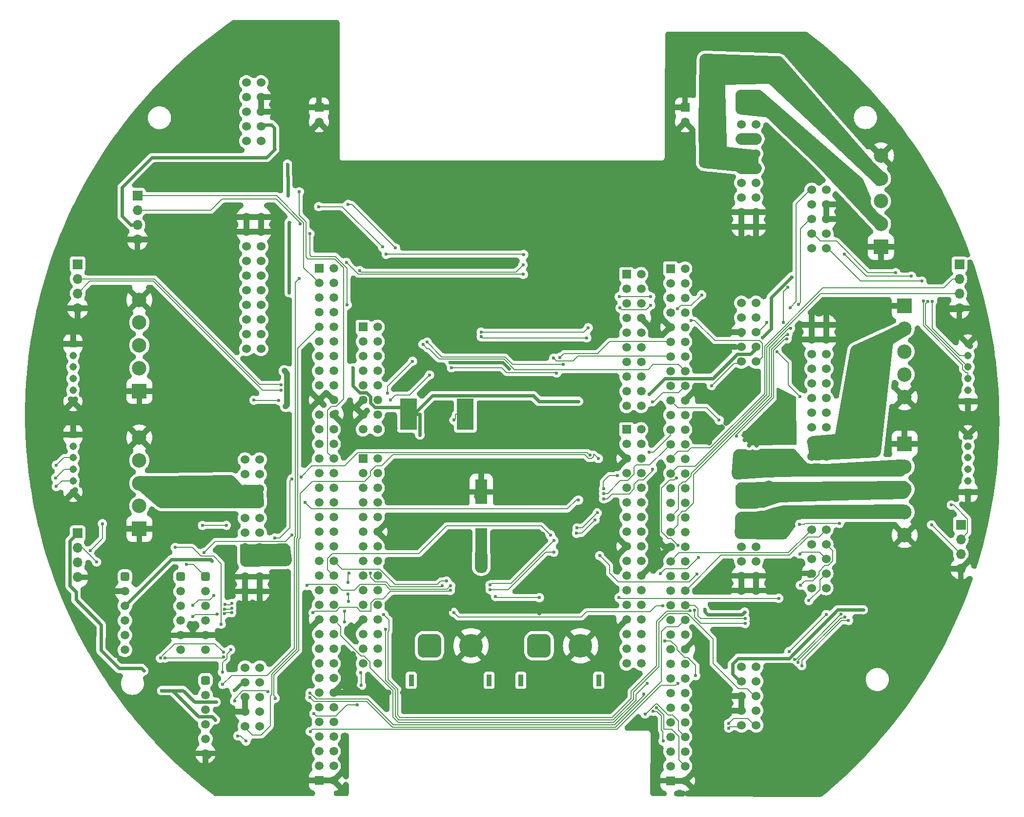
<source format=gbl>
%TF.GenerationSoftware,KiCad,Pcbnew,8.0.6*%
%TF.CreationDate,2024-11-13T01:29:07+01:00*%
%TF.ProjectId,Mainboard,4d61696e-626f-4617-9264-2e6b69636164,rev?*%
%TF.SameCoordinates,Original*%
%TF.FileFunction,Copper,L2,Bot*%
%TF.FilePolarity,Positive*%
%FSLAX46Y46*%
G04 Gerber Fmt 4.6, Leading zero omitted, Abs format (unit mm)*
G04 Created by KiCad (PCBNEW 8.0.6) date 2024-11-13 01:29:07*
%MOMM*%
%LPD*%
G01*
G04 APERTURE LIST*
G04 Aperture macros list*
%AMRoundRect*
0 Rectangle with rounded corners*
0 $1 Rounding radius*
0 $2 $3 $4 $5 $6 $7 $8 $9 X,Y pos of 4 corners*
0 Add a 4 corners polygon primitive as box body*
4,1,4,$2,$3,$4,$5,$6,$7,$8,$9,$2,$3,0*
0 Add four circle primitives for the rounded corners*
1,1,$1+$1,$2,$3*
1,1,$1+$1,$4,$5*
1,1,$1+$1,$6,$7*
1,1,$1+$1,$8,$9*
0 Add four rect primitives between the rounded corners*
20,1,$1+$1,$2,$3,$4,$5,0*
20,1,$1+$1,$4,$5,$6,$7,0*
20,1,$1+$1,$6,$7,$8,$9,0*
20,1,$1+$1,$8,$9,$2,$3,0*%
G04 Aperture macros list end*
%TA.AperFunction,ComponentPad*%
%ADD10C,1.530000*%
%TD*%
%TA.AperFunction,ComponentPad*%
%ADD11R,2.500000X2.500000*%
%TD*%
%TA.AperFunction,ComponentPad*%
%ADD12C,2.500000*%
%TD*%
%TA.AperFunction,ComponentPad*%
%ADD13RoundRect,0.380000X-0.380000X0.380000X-0.380000X-0.380000X0.380000X-0.380000X0.380000X0.380000X0*%
%TD*%
%TA.AperFunction,ComponentPad*%
%ADD14C,1.520000*%
%TD*%
%TA.AperFunction,ComponentPad*%
%ADD15R,1.700000X1.700000*%
%TD*%
%TA.AperFunction,ComponentPad*%
%ADD16O,1.700000X1.700000*%
%TD*%
%TA.AperFunction,ComponentPad*%
%ADD17R,1.508000X1.508000*%
%TD*%
%TA.AperFunction,ComponentPad*%
%ADD18C,1.508000*%
%TD*%
%TA.AperFunction,ComponentPad*%
%ADD19R,1.308000X1.308000*%
%TD*%
%TA.AperFunction,ComponentPad*%
%ADD20C,1.308000*%
%TD*%
%TA.AperFunction,ComponentPad*%
%ADD21R,0.900000X2.000000*%
%TD*%
%TA.AperFunction,ComponentPad*%
%ADD22RoundRect,1.025000X-1.025000X-1.025000X1.025000X-1.025000X1.025000X1.025000X-1.025000X1.025000X0*%
%TD*%
%TA.AperFunction,ComponentPad*%
%ADD23C,4.100000*%
%TD*%
%TA.AperFunction,SMDPad,CuDef*%
%ADD24R,2.050000X4.300000*%
%TD*%
%TA.AperFunction,SMDPad,CuDef*%
%ADD25R,2.900000X5.400000*%
%TD*%
%TA.AperFunction,ViaPad*%
%ADD26C,0.800000*%
%TD*%
%TA.AperFunction,ViaPad*%
%ADD27C,0.600000*%
%TD*%
%TA.AperFunction,ViaPad*%
%ADD28C,1.000000*%
%TD*%
%TA.AperFunction,Conductor*%
%ADD29C,0.200000*%
%TD*%
%TA.AperFunction,Conductor*%
%ADD30C,0.600000*%
%TD*%
%TA.AperFunction,Conductor*%
%ADD31C,1.000000*%
%TD*%
%TA.AperFunction,Conductor*%
%ADD32C,2.000000*%
%TD*%
%TA.AperFunction,Conductor*%
%ADD33C,1.529800*%
%TD*%
%ADD34C,0.350000*%
%ADD35C,0.300000*%
%ADD36O,0.600000X1.700000*%
G04 APERTURE END LIST*
D10*
%TO.P,J22,1,1*%
%TO.N,/M1_OUT1*%
X140575000Y-116125000D03*
%TO.P,J22,2,2*%
X143115000Y-116125000D03*
%TO.P,J22,3,3*%
X140575000Y-113585000D03*
%TO.P,J22,4,4*%
X143115000Y-113585000D03*
%TO.P,J22,5,5*%
%TO.N,/M1_OUT2*%
X140575000Y-111045000D03*
%TO.P,J22,6,6*%
X143115000Y-111045000D03*
%TO.P,J22,7,7*%
X140575000Y-108505000D03*
%TO.P,J22,8,8*%
X143115000Y-108505000D03*
%TO.P,J22,9,9*%
%TO.N,/M1_OUT3*%
X140575000Y-105965000D03*
%TO.P,J22,10,10*%
X143115000Y-105965000D03*
%TO.P,J22,11,11*%
X140575000Y-103425000D03*
%TO.P,J22,12,12*%
X143115000Y-103425000D03*
%TO.P,J22,13,13*%
%TO.N,24V*%
X140575000Y-100885000D03*
%TO.P,J22,14,14*%
X143115000Y-100885000D03*
%TO.P,J22,15,15*%
X140575000Y-98345000D03*
%TO.P,J22,16,16*%
X143115000Y-98345000D03*
%TO.P,J22,17,17*%
%TO.N,GND*%
X140575000Y-95805000D03*
%TO.P,J22,18,18*%
X143115000Y-95805000D03*
%TO.P,J22,19,19*%
X140575000Y-93265000D03*
%TO.P,J22,20,20*%
X143115000Y-93265000D03*
%TO.P,J22,21,21*%
%TO.N,/M1_H2*%
X140575000Y-80025000D03*
%TO.P,J22,22,22*%
%TO.N,/M1_H3*%
X143115000Y-80025000D03*
%TO.P,J22,23,23*%
%TO.N,/M1_H1*%
X140575000Y-77485000D03*
%TO.P,J22,24,24*%
%TO.N,5V*%
X143115000Y-77485000D03*
%TO.P,J22,25,25*%
%TO.N,/M1_RX*%
X140575000Y-74945000D03*
%TO.P,J22,26,26*%
%TO.N,GND*%
X143115000Y-74945000D03*
%TO.P,J22,27,27*%
%TO.N,5V*%
X140575000Y-72405000D03*
%TO.P,J22,28,28*%
%TO.N,GND*%
X143115000Y-72405000D03*
%TO.P,J22,29,29*%
%TO.N,/M1_TX*%
X140575000Y-69865000D03*
%TO.P,J22,30,30*%
%TO.N,/M1_PWM*%
X143115000Y-69865000D03*
%TD*%
%TO.P,J19,1,1*%
%TO.N,/M3_OUT1*%
X142880000Y-135350000D03*
%TO.P,J19,2,2*%
X140340000Y-135350000D03*
%TO.P,J19,3,3*%
X142880000Y-137890000D03*
%TO.P,J19,4,4*%
X140340000Y-137890000D03*
%TO.P,J19,5,5*%
%TO.N,/M3_OUT2*%
X142880000Y-140430000D03*
%TO.P,J19,6,6*%
X140340000Y-140430000D03*
%TO.P,J19,7,7*%
X142880000Y-142970000D03*
%TO.P,J19,8,8*%
X140340000Y-142970000D03*
%TO.P,J19,9,9*%
%TO.N,/M3_OUT3*%
X142880000Y-145510000D03*
%TO.P,J19,10,10*%
X140340000Y-145510000D03*
%TO.P,J19,11,11*%
X142880000Y-148050000D03*
%TO.P,J19,12,12*%
X140340000Y-148050000D03*
%TO.P,J19,13,13*%
%TO.N,24V*%
X142880000Y-150590000D03*
%TO.P,J19,14,14*%
X140340000Y-150590000D03*
%TO.P,J19,15,15*%
X142880000Y-153130000D03*
%TO.P,J19,16,16*%
X140340000Y-153130000D03*
%TO.P,J19,17,17*%
%TO.N,GND*%
X142880000Y-155670000D03*
%TO.P,J19,18,18*%
X140340000Y-155670000D03*
%TO.P,J19,19,19*%
X142880000Y-158210000D03*
%TO.P,J19,20,20*%
X140340000Y-158210000D03*
%TO.P,J19,21,21*%
%TO.N,/M3_H2*%
X142880000Y-171450000D03*
%TO.P,J19,22,22*%
%TO.N,/M3_H3*%
X140340000Y-171450000D03*
%TO.P,J19,23,23*%
%TO.N,/M3_H1*%
X142880000Y-173990000D03*
%TO.P,J19,24,24*%
%TO.N,5V*%
X140340000Y-173990000D03*
%TO.P,J19,25,25*%
%TO.N,/M3_RX*%
X142880000Y-176530000D03*
%TO.P,J19,26,26*%
%TO.N,GND*%
X140340000Y-176530000D03*
%TO.P,J19,27,27*%
%TO.N,5V*%
X142880000Y-179070000D03*
%TO.P,J19,28,28*%
%TO.N,GND*%
X140340000Y-179070000D03*
%TO.P,J19,29,29*%
%TO.N,/M3_TX*%
X142880000Y-181610000D03*
%TO.P,J19,30,30*%
%TO.N,/M3_PWM*%
X140340000Y-181610000D03*
%TD*%
%TO.P,J20,1,1*%
%TO.N,/M4_OUT1*%
X229000000Y-135190000D03*
%TO.P,J20,2,2*%
X226460000Y-135190000D03*
%TO.P,J20,3,3*%
X229000000Y-137730000D03*
%TO.P,J20,4,4*%
X226460000Y-137730000D03*
%TO.P,J20,5,5*%
%TO.N,/M4_OUT2*%
X229000000Y-140270000D03*
%TO.P,J20,6,6*%
X226460000Y-140270000D03*
%TO.P,J20,7,7*%
X229000000Y-142810000D03*
%TO.P,J20,8,8*%
X226460000Y-142810000D03*
%TO.P,J20,9,9*%
%TO.N,/M4_OUT3*%
X229000000Y-145350000D03*
%TO.P,J20,10,10*%
X226460000Y-145350000D03*
%TO.P,J20,11,11*%
X229000000Y-147890000D03*
%TO.P,J20,12,12*%
X226460000Y-147890000D03*
%TO.P,J20,13,13*%
%TO.N,24V*%
X229000000Y-150430000D03*
%TO.P,J20,14,14*%
X226460000Y-150430000D03*
%TO.P,J20,15,15*%
X229000000Y-152970000D03*
%TO.P,J20,16,16*%
X226460000Y-152970000D03*
%TO.P,J20,17,17*%
%TO.N,GND*%
X229000000Y-155510000D03*
%TO.P,J20,18,18*%
X226460000Y-155510000D03*
%TO.P,J20,19,19*%
X229000000Y-158050000D03*
%TO.P,J20,20,20*%
X226460000Y-158050000D03*
%TO.P,J20,21,21*%
%TO.N,/M4_H2*%
X229000000Y-171290000D03*
%TO.P,J20,22,22*%
%TO.N,/M4_H3*%
X226460000Y-171290000D03*
%TO.P,J20,23,23*%
%TO.N,/M4_H1*%
X229000000Y-173830000D03*
%TO.P,J20,24,24*%
%TO.N,5V*%
X226460000Y-173830000D03*
%TO.P,J20,25,25*%
%TO.N,/M4_RX*%
X229000000Y-176370000D03*
%TO.P,J20,26,26*%
%TO.N,GND*%
X226460000Y-176370000D03*
%TO.P,J20,27,27*%
%TO.N,5V*%
X229000000Y-178910000D03*
%TO.P,J20,28,28*%
%TO.N,GND*%
X226460000Y-178910000D03*
%TO.P,J20,29,29*%
%TO.N,/M4_TX*%
X229000000Y-181450000D03*
%TO.P,J20,30,30*%
%TO.N,/M4_PWM*%
X226460000Y-181450000D03*
%TD*%
%TO.P,J21,1,1*%
%TO.N,/M5_OUT1*%
X228970000Y-72050000D03*
%TO.P,J21,2,2*%
X226430000Y-72050000D03*
%TO.P,J21,3,3*%
X228970000Y-74590000D03*
%TO.P,J21,4,4*%
X226430000Y-74590000D03*
%TO.P,J21,5,5*%
%TO.N,/M5_OUT2*%
X228970000Y-77130000D03*
%TO.P,J21,6,6*%
X226430000Y-77130000D03*
%TO.P,J21,7,7*%
X228970000Y-79670000D03*
%TO.P,J21,8,8*%
X226430000Y-79670000D03*
%TO.P,J21,9,9*%
%TO.N,/M5_OUT3*%
X228970000Y-82210000D03*
%TO.P,J21,10,10*%
X226430000Y-82210000D03*
%TO.P,J21,11,11*%
X228970000Y-84750000D03*
%TO.P,J21,12,12*%
X226430000Y-84750000D03*
%TO.P,J21,13,13*%
%TO.N,24V*%
X228970000Y-87290000D03*
%TO.P,J21,14,14*%
X226430000Y-87290000D03*
%TO.P,J21,15,15*%
X228970000Y-89830000D03*
%TO.P,J21,16,16*%
X226430000Y-89830000D03*
%TO.P,J21,17,17*%
%TO.N,GND*%
X228970000Y-92370000D03*
%TO.P,J21,18,18*%
X226430000Y-92370000D03*
%TO.P,J21,19,19*%
X228970000Y-94910000D03*
%TO.P,J21,20,20*%
X226430000Y-94910000D03*
%TO.P,J21,21,21*%
%TO.N,unconnected-(J21-Pad21)*%
X228970000Y-108150000D03*
%TO.P,J21,22,22*%
%TO.N,unconnected-(J21-Pad22)*%
X226430000Y-108150000D03*
%TO.P,J21,23,23*%
%TO.N,unconnected-(J21-Pad23)*%
X228970000Y-110690000D03*
%TO.P,J21,24,24*%
%TO.N,5V*%
X226430000Y-110690000D03*
%TO.P,J21,25,25*%
%TO.N,/M5_RX*%
X228970000Y-113230000D03*
%TO.P,J21,26,26*%
%TO.N,GND*%
X226430000Y-113230000D03*
%TO.P,J21,27,27*%
%TO.N,5V*%
X228970000Y-115770000D03*
%TO.P,J21,28,28*%
%TO.N,GND*%
X226430000Y-115770000D03*
%TO.P,J21,29,29*%
%TO.N,/M5_TX*%
X228970000Y-118310000D03*
%TO.P,J21,30,30*%
%TO.N,/M5_PWM*%
X226430000Y-118310000D03*
%TD*%
%TO.P,J18,1,1*%
%TO.N,/M2_OUT1*%
X238630000Y-134780000D03*
%TO.P,J18,2,2*%
X241170000Y-134780000D03*
%TO.P,J18,3,3*%
X238630000Y-132240000D03*
%TO.P,J18,4,4*%
X241170000Y-132240000D03*
%TO.P,J18,5,5*%
%TO.N,/M2_OUT2*%
X238630000Y-129700000D03*
%TO.P,J18,6,6*%
X241170000Y-129700000D03*
%TO.P,J18,7,7*%
X238630000Y-127160000D03*
%TO.P,J18,8,8*%
X241170000Y-127160000D03*
%TO.P,J18,9,9*%
%TO.N,/M2_OUT3*%
X238630000Y-124620000D03*
%TO.P,J18,10,10*%
X241170000Y-124620000D03*
%TO.P,J18,11,11*%
X238630000Y-122080000D03*
%TO.P,J18,12,12*%
X241170000Y-122080000D03*
%TO.P,J18,13,13*%
%TO.N,24V*%
X238630000Y-119540000D03*
%TO.P,J18,14,14*%
X241170000Y-119540000D03*
%TO.P,J18,15,15*%
X238630000Y-117000000D03*
%TO.P,J18,16,16*%
X241170000Y-117000000D03*
%TO.P,J18,17,17*%
%TO.N,GND*%
X238630000Y-114460000D03*
%TO.P,J18,18,18*%
X241170000Y-114460000D03*
%TO.P,J18,19,19*%
X238630000Y-111920000D03*
%TO.P,J18,20,20*%
X241170000Y-111920000D03*
%TO.P,J18,21,21*%
%TO.N,/M2_H2*%
X238630000Y-98680000D03*
%TO.P,J18,22,22*%
%TO.N,/M2_H3*%
X241170000Y-98680000D03*
%TO.P,J18,23,23*%
%TO.N,/M2_H1*%
X238630000Y-96140000D03*
%TO.P,J18,24,24*%
%TO.N,5V*%
X241170000Y-96140000D03*
%TO.P,J18,25,25*%
%TO.N,/M2_RX*%
X238630000Y-93600000D03*
%TO.P,J18,26,26*%
%TO.N,GND*%
X241170000Y-93600000D03*
%TO.P,J18,27,27*%
%TO.N,5V*%
X238630000Y-91060000D03*
%TO.P,J18,28,28*%
%TO.N,GND*%
X241170000Y-91060000D03*
%TO.P,J18,29,29*%
%TO.N,/M2_TX*%
X238630000Y-88520000D03*
%TO.P,J18,30,30*%
%TO.N,/M2_PWM*%
X241170000Y-88520000D03*
%TD*%
%TO.P,J4,1,1*%
%TO.N,/SEN0374_INT*%
X238600000Y-147468000D03*
%TO.P,J4,2,2*%
%TO.N,/SEN0374_Boot*%
X241140000Y-147468000D03*
%TO.P,J4,3,3*%
%TO.N,/SEN0374_SDA*%
X238600000Y-150008000D03*
%TO.P,J4,4,4*%
%TO.N,/SEN0374_PS1*%
X241140000Y-150008000D03*
%TO.P,J4,5,5*%
%TO.N,/SEN0374_SCL*%
X238600000Y-152548000D03*
%TO.P,J4,6,6*%
%TO.N,/SEN0374_PS2*%
X241140000Y-152548000D03*
%TO.P,J4,7,7*%
%TO.N,GND*%
X238600000Y-155088000D03*
%TO.P,J4,8,8*%
%TO.N,/SEN0374_BL-IND*%
X241140000Y-155088000D03*
%TO.P,J4,9,9*%
%TO.N,3.3V*%
X238600000Y-157628000D03*
%TO.P,J4,10,10*%
%TO.N,/SEN0374_RST*%
X241140000Y-157628000D03*
%TD*%
D11*
%TO.P,J16,1,1*%
%TO.N,GND*%
X250650000Y-98390000D03*
D12*
%TO.P,J16,2,2*%
%TO.N,/M5_OUT1*%
X250650000Y-94430000D03*
%TO.P,J16,3,3*%
%TO.N,/M5_OUT2*%
X250650000Y-90470000D03*
%TO.P,J16,4,4*%
%TO.N,/M5_OUT3*%
X250650000Y-86510000D03*
%TO.P,J16,5,5*%
%TO.N,GND*%
X250650000Y-82550000D03*
%TD*%
D13*
%TO.P,J3,1,1*%
%TO.N,/VL6180_IO1*%
X133460000Y-173627500D03*
D14*
%TO.P,J3,2,2*%
%TO.N,/VL6180_IO0*%
X133460000Y-176167500D03*
%TO.P,J3,3,3*%
%TO.N,/VL6180_SCL*%
X133460000Y-178707500D03*
%TO.P,J3,4,4*%
%TO.N,/VL6180_SDA*%
X133460000Y-181247500D03*
%TO.P,J3,5,5*%
%TO.N,2.8V*%
X133460000Y-183787500D03*
%TO.P,J3,6,6*%
%TO.N,GND*%
X133460000Y-186327500D03*
%TD*%
D13*
%TO.P,J24,1,1*%
%TO.N,/VL53L4CD2_SHUT*%
X133460000Y-155640000D03*
D14*
%TO.P,J24,2,2*%
%TO.N,/VL53L4CD2_INT*%
X133460000Y-158180000D03*
%TO.P,J24,3,3*%
%TO.N,/VL53L4CD2_SCL*%
X133460000Y-160720000D03*
%TO.P,J24,4,4*%
%TO.N,/VL53L4CD2_SDA*%
X133460000Y-163260000D03*
%TO.P,J24,5,5*%
%TO.N,GND*%
X133460000Y-165800000D03*
%TO.P,J24,6,6*%
%TO.N,3.3V*%
X133460000Y-168340000D03*
%TD*%
D13*
%TO.P,J25,1,1*%
%TO.N,/ADPS-9960_VL*%
X119500000Y-155650000D03*
D14*
%TO.P,J25,2,2*%
%TO.N,GND*%
X119500000Y-158190000D03*
%TO.P,J25,3,3*%
%TO.N,3.3V*%
X119500000Y-160730000D03*
%TO.P,J25,4,4*%
%TO.N,/ADPS-9960_SDA*%
X119500000Y-163270000D03*
%TO.P,J25,5,5*%
%TO.N,/ADPS-9960_SCL*%
X119500000Y-165810000D03*
%TO.P,J25,6,6*%
%TO.N,/ADPS-9960_INT*%
X119500000Y-168350000D03*
%TD*%
D15*
%TO.P,J26,1,Pin_1*%
%TO.N,/Rpi_TX*%
X121670000Y-89530000D03*
D16*
%TO.P,J26,2,Pin_2*%
%TO.N,/Rpi_RX*%
X121670000Y-92070000D03*
%TO.P,J26,3,Pin_3*%
%TO.N,5V*%
X121670000Y-94610000D03*
%TO.P,J26,4,Pin_4*%
%TO.N,GND*%
X121670000Y-97150000D03*
%TD*%
D13*
%TO.P,J8,1,1*%
%TO.N,/VL53L4CD_SHUT*%
X129166700Y-155668000D03*
D14*
%TO.P,J8,2,2*%
%TO.N,/VL53L4CD_INT*%
X129166700Y-158208000D03*
%TO.P,J8,3,3*%
%TO.N,/VL53L4CD_SCL*%
X129166700Y-160748000D03*
%TO.P,J8,4,4*%
%TO.N,/VL53L4CD_SDA*%
X129166700Y-163288000D03*
%TO.P,J8,5,5*%
%TO.N,GND*%
X129166700Y-165828000D03*
%TO.P,J8,6,6*%
%TO.N,3.3V*%
X129166700Y-168368000D03*
%TD*%
D17*
%TO.P,U1,CN3_1,GND_CN3*%
%TO.N,GND*%
X153168300Y-74210000D03*
D18*
%TO.P,U1,CN3_2,GND_CN3*%
X153168300Y-76750000D03*
D17*
%TO.P,U1,CN4_1,GND_CN4*%
X216668300Y-74210000D03*
D18*
%TO.P,U1,CN4_2,GND_CN4*%
X216668300Y-76750000D03*
D17*
%TO.P,U1,CN7_1,D16/I2S_A_MCK*%
%TO.N,unconnected-(U1E-D16{slash}I2S_A_MCK-PadCN7_1)*%
X206508300Y-103166000D03*
D18*
%TO.P,U1,CN7_2,D15/I2C_A_SCL*%
%TO.N,unconnected-(U1E-D15{slash}I2C_A_SCL-PadCN7_2)*%
X209048300Y-103166000D03*
%TO.P,U1,CN7_3,D17/I2S_A_SD*%
%TO.N,unconnected-(U1E-D17{slash}I2S_A_SD-PadCN7_3)*%
X206508300Y-105706000D03*
%TO.P,U1,CN7_4,D14/I2C_A_SDA*%
%TO.N,unconnected-(U1E-D14{slash}I2C_A_SDA-PadCN7_4)*%
X209048300Y-105706000D03*
%TO.P,U1,CN7_5,D18/I2S_A_CK*%
%TO.N,unconnected-(U1E-D18{slash}I2S_A_CK-PadCN7_5)*%
X206508300Y-108246000D03*
%TO.P,U1,CN7_6,VREFP_CN7*%
%TO.N,unconnected-(U1E-VREFP_CN7-PadCN7_6)*%
X209048300Y-108246000D03*
%TO.P,U1,CN7_7,D19/I2S_A_WS*%
%TO.N,unconnected-(U1E-D19{slash}I2S_A_WS-PadCN7_7)*%
X206508300Y-110786000D03*
%TO.P,U1,CN7_8,GND_CN7*%
%TO.N,GND*%
X209048300Y-110786000D03*
%TO.P,U1,CN7_9,D20/I2S_B_WS*%
%TO.N,unconnected-(U1E-D20{slash}I2S_B_WS-PadCN7_9)*%
X206508300Y-113326000D03*
%TO.P,U1,CN7_10,D13/SPI_A_SCK*%
%TO.N,unconnected-(U1E-D13{slash}SPI_A_SCK-PadCN7_10)*%
X209048300Y-113326000D03*
%TO.P,U1,CN7_11,D21/I2S_B_MCK*%
%TO.N,unconnected-(U1E-D21{slash}I2S_B_MCK-PadCN7_11)*%
X206508300Y-115866000D03*
%TO.P,U1,CN7_12,D12/SPI_A_MISO*%
%TO.N,unconnected-(U1E-D12{slash}SPI_A_MISO-PadCN7_12)*%
X209048300Y-115866000D03*
%TO.P,U1,CN7_13,D22/I2S_B_SD/SPI_B_MOSI*%
%TO.N,unconnected-(U1E-D22{slash}I2S_B_SD{slash}SPI_B_MOSI-PadCN7_13)*%
X206508300Y-118406000D03*
%TO.P,U1,CN7_14,D11/SPI_A_MOSI/TIM_E_PWM1*%
%TO.N,unconnected-(U1E-D11{slash}SPI_A_MOSI{slash}TIM_E_PWM1-PadCN7_14)*%
X209048300Y-118406000D03*
%TO.P,U1,CN7_15,D23/I2S_B_CK/SPI_B_SCK*%
%TO.N,unconnected-(U1E-D23{slash}I2S_B_CK{slash}SPI_B_SCK-PadCN7_15)*%
X206508300Y-120946000D03*
%TO.P,U1,CN7_16,D10/SPI_A_CS/TIM_B_PWM3*%
%TO.N,unconnected-(U1E-D10{slash}SPI_A_CS{slash}TIM_B_PWM3-PadCN7_16)*%
X209048300Y-120946000D03*
%TO.P,U1,CN7_17,D24/SPI_B_NSS*%
%TO.N,unconnected-(U1E-D24{slash}SPI_B_NSS-PadCN7_17)*%
X206508300Y-123486000D03*
%TO.P,U1,CN7_18,D9/TIMER_B_PWM2*%
%TO.N,unconnected-(U1E-D9{slash}TIMER_B_PWM2-PadCN7_18)*%
X209048300Y-123486000D03*
%TO.P,U1,CN7_19,D25/SPI_B_MISO*%
%TO.N,unconnected-(U1E-D25{slash}SPI_B_MISO-PadCN7_19)*%
X206508300Y-126026000D03*
%TO.P,U1,CN7_20,D8/IO*%
%TO.N,unconnected-(U1E-D8{slash}IO-PadCN7_20)*%
X209048300Y-126026000D03*
D17*
%TO.P,U1,CN8_1,NC_CN8*%
%TO.N,unconnected-(U1C-NC_CN8-PadCN8_1)*%
X160788300Y-112310000D03*
D18*
%TO.P,U1,CN8_2,D43/SDMMC_D0*%
%TO.N,unconnected-(U1C-D43{slash}SDMMC_D0-PadCN8_2)*%
X163328300Y-112310000D03*
%TO.P,U1,CN8_3,IOREF_CN8*%
%TO.N,unconnected-(U1C-IOREF_CN8-PadCN8_3)*%
X160788300Y-114850000D03*
%TO.P,U1,CN8_4,D44/SDMMC_D1/I2S_A_CKIN*%
%TO.N,unconnected-(U1C-D44{slash}SDMMC_D1{slash}I2S_A_CKIN-PadCN8_4)*%
X163328300Y-114850000D03*
%TO.P,U1,CN8_5,NRST_CN8*%
%TO.N,unconnected-(U1C-NRST_CN8-PadCN8_5)*%
X160788300Y-117390000D03*
%TO.P,U1,CN8_6,D45/SDMMC_D2*%
%TO.N,unconnected-(U1C-D45{slash}SDMMC_D2-PadCN8_6)*%
X163328300Y-117390000D03*
%TO.P,U1,CN8_7,3V3_CN8*%
%TO.N,unconnected-(U1C-3V3_CN8-PadCN8_7)*%
X160788300Y-119930000D03*
%TO.P,U1,CN8_8,D46/SDMMC_D3*%
%TO.N,unconnected-(U1C-D46{slash}SDMMC_D3-PadCN8_8)*%
X163328300Y-119930000D03*
%TO.P,U1,CN8_9,5V_CN8*%
%TO.N,unconnected-(U1C-5V_CN8-PadCN8_9)*%
X160788300Y-122470000D03*
%TO.P,U1,CN8_10,D47/SDMMC_CK*%
%TO.N,unconnected-(U1C-D47{slash}SDMMC_CK-PadCN8_10)*%
X163328300Y-122470000D03*
%TO.P,U1,CN8_11,GND_CN8*%
%TO.N,GND*%
X160788300Y-125010000D03*
%TO.P,U1,CN8_12,D48/SDMMC_CMD*%
%TO.N,unconnected-(U1C-D48{slash}SDMMC_CMD-PadCN8_12)*%
X163328300Y-125010000D03*
%TO.P,U1,CN8_13,GND_CN8*%
%TO.N,GND*%
X160788300Y-127550000D03*
%TO.P,U1,CN8_14,D49/IO*%
%TO.N,unconnected-(U1C-D49{slash}IO-PadCN8_14)*%
X163328300Y-127550000D03*
%TO.P,U1,CN8_15,VIN_CN8*%
%TO.N,unconnected-(U1C-VIN_CN8-PadCN8_15)*%
X160788300Y-130090000D03*
%TO.P,U1,CN8_16,D50/IO*%
%TO.N,unconnected-(U1C-D50{slash}IO-PadCN8_16)*%
X163328300Y-130090000D03*
D17*
%TO.P,U1,CN9_1,A0/ADC12_INP15*%
%TO.N,unconnected-(U1D-A0{slash}ADC12_INP15-PadCN9_1)*%
X160788300Y-135170000D03*
D18*
%TO.P,U1,CN9_2,D51/USART_B_SCLK*%
%TO.N,unconnected-(U1D-D51{slash}USART_B_SCLK-PadCN9_2)*%
X163328300Y-135170000D03*
%TO.P,U1,CN9_3,A1/ADC123_INP10*%
%TO.N,unconnected-(U1D-A1{slash}ADC123_INP10-PadCN9_3)*%
X160788300Y-137710000D03*
%TO.P,U1,CN9_4,D52/USART_B_RX*%
%TO.N,unconnected-(U1D-D52{slash}USART_B_RX-PadCN9_4)*%
X163328300Y-137710000D03*
%TO.P,U1,CN9_5,A2/ADC12_INP13*%
%TO.N,unconnected-(U1D-A2{slash}ADC12_INP13-PadCN9_5)*%
X160788300Y-140250000D03*
%TO.P,U1,CN9_6,D53/USART_B_TX*%
%TO.N,unconnected-(U1D-D53{slash}USART_B_TX-PadCN9_6)*%
X163328300Y-140250000D03*
%TO.P,U1,CN9_7,A3/ADC12_INP5*%
%TO.N,unconnected-(U1D-A3{slash}ADC12_INP5-PadCN9_7)*%
X160788300Y-142790000D03*
%TO.P,U1,CN9_8,D54/USART_B_RTS*%
%TO.N,unconnected-(U1D-D54{slash}USART_B_RTS-PadCN9_8)*%
X163328300Y-142790000D03*
%TO.P,U1,CN9_9,A4/ADC123_INP12/I2C1_SDA*%
%TO.N,unconnected-(U1D-A4{slash}ADC123_INP12{slash}I2C1_SDA-PadCN9_9)*%
X160788300Y-145330000D03*
%TO.P,U1,CN9_10,D55/USART_B_CTS*%
%TO.N,unconnected-(U1D-D55{slash}USART_B_CTS-PadCN9_10)*%
X163328300Y-145330000D03*
%TO.P,U1,CN9_11,A5/ADC3_INP6/I2C1_SCL*%
%TO.N,unconnected-(U1D-A5{slash}ADC3_INP6{slash}I2C1_SCL-PadCN9_11)*%
X160788300Y-147870000D03*
%TO.P,U1,CN9_12,GND_CN9*%
%TO.N,GND*%
X163328300Y-147870000D03*
%TO.P,U1,CN9_13,D72/COMP1_INP*%
%TO.N,unconnected-(U1D-D72{slash}COMP1_INP-PadCN9_13)*%
X160788300Y-150410000D03*
%TO.P,U1,CN9_14,D56/SAI_A_MCLK*%
%TO.N,unconnected-(U1D-D56{slash}SAI_A_MCLK-PadCN9_14)*%
X163328300Y-150410000D03*
%TO.P,U1,CN9_15,D71/COMP2_INP*%
%TO.N,unconnected-(U1D-D71{slash}COMP2_INP-PadCN9_15)*%
X160788300Y-152950000D03*
%TO.P,U1,CN9_16,D57/SAI_A_FS*%
%TO.N,unconnected-(U1D-D57{slash}SAI_A_FS-PadCN9_16)*%
X163328300Y-152950000D03*
%TO.P,U1,CN9_17,D70/I2C_B_SMBA*%
%TO.N,unconnected-(U1D-D70{slash}I2C_B_SMBA-PadCN9_17)*%
X160788300Y-155490000D03*
%TO.P,U1,CN9_18,D58/SAI_A_SCK*%
%TO.N,unconnected-(U1D-D58{slash}SAI_A_SCK-PadCN9_18)*%
X163328300Y-155490000D03*
%TO.P,U1,CN9_19,D69/I2C_B_SCL*%
%TO.N,unconnected-(U1D-D69{slash}I2C_B_SCL-PadCN9_19)*%
X160788300Y-158030000D03*
%TO.P,U1,CN9_20,D59/SAI_A_SD*%
%TO.N,unconnected-(U1D-D59{slash}SAI_A_SD-PadCN9_20)*%
X163328300Y-158030000D03*
%TO.P,U1,CN9_21,D68/I2C_B_SDA*%
%TO.N,unconnected-(U1D-D68{slash}I2C_B_SDA-PadCN9_21)*%
X160788300Y-160570000D03*
%TO.P,U1,CN9_22,D60/SAI_B_SD*%
%TO.N,unconnected-(U1D-D60{slash}SAI_B_SD-PadCN9_22)*%
X163328300Y-160570000D03*
%TO.P,U1,CN9_23,GND_CN9*%
%TO.N,GND*%
X160788300Y-163110000D03*
%TO.P,U1,CN9_24,D61/SAI_B_SCK*%
%TO.N,unconnected-(U1D-D61{slash}SAI_B_SCK-PadCN9_24)*%
X163328300Y-163110000D03*
%TO.P,U1,CN9_25,D67/CAN_RX*%
%TO.N,unconnected-(U1D-D67{slash}CAN_RX-PadCN9_25)*%
X160788300Y-165650000D03*
%TO.P,U1,CN9_26,D62/SAI_B_MCLK*%
%TO.N,unconnected-(U1D-D62{slash}SAI_B_MCLK-PadCN9_26)*%
X163328300Y-165650000D03*
%TO.P,U1,CN9_27,D66/CAN_TX*%
%TO.N,unconnected-(U1D-D66{slash}CAN_TX-PadCN9_27)*%
X160788300Y-168190000D03*
%TO.P,U1,CN9_28,D63/SAI_B_FS*%
%TO.N,unconnected-(U1D-D63{slash}SAI_B_FS-PadCN9_28)*%
X163328300Y-168190000D03*
%TO.P,U1,CN9_29,D65/IO*%
%TO.N,unconnected-(U1D-D65{slash}IO-PadCN9_29)*%
X160788300Y-170730000D03*
%TO.P,U1,CN9_30,D64/IO*%
%TO.N,unconnected-(U1D-D64{slash}IO-PadCN9_30)*%
X163328300Y-170730000D03*
D17*
%TO.P,U1,CN10_1,AVDD*%
%TO.N,unconnected-(U1F-AVDD-PadCN10_1)*%
X206508300Y-130090000D03*
D18*
%TO.P,U1,CN10_2,D7/IO*%
%TO.N,unconnected-(U1F-D7{slash}IO-PadCN10_2)*%
X209048300Y-130090000D03*
%TO.P,U1,CN10_3,AGND_CN10*%
%TO.N,unconnected-(U1F-AGND_CN10-PadCN10_3)*%
X206508300Y-132630000D03*
%TO.P,U1,CN10_4,D6/TIMER_A_PWM1*%
%TO.N,unconnected-(U1F-D6{slash}TIMER_A_PWM1-PadCN10_4)*%
X209048300Y-132630000D03*
%TO.P,U1,CN10_5,GND_CN10*%
%TO.N,GND*%
X206508300Y-135170000D03*
%TO.P,U1,CN10_6,D5/TIMER_A_PWM2*%
%TO.N,unconnected-(U1F-D5{slash}TIMER_A_PWM2-PadCN10_6)*%
X209048300Y-135170000D03*
%TO.P,U1,CN10_7,A6/ADC_A_IN*%
%TO.N,unconnected-(U1F-A6{slash}ADC_A_IN-PadCN10_7)*%
X206508300Y-137710000D03*
%TO.P,U1,CN10_8,D4/IO*%
%TO.N,unconnected-(U1F-D4{slash}IO-PadCN10_8)*%
X209048300Y-137710000D03*
%TO.P,U1,CN10_9,A7/ADC_B_IN*%
%TO.N,unconnected-(U1F-A7{slash}ADC_B_IN-PadCN10_9)*%
X206508300Y-140250000D03*
%TO.P,U1,CN10_10,D3/TIMER_A_PWM3*%
%TO.N,unconnected-(U1F-D3{slash}TIMER_A_PWM3-PadCN10_10)*%
X209048300Y-140250000D03*
%TO.P,U1,CN10_11,A8/ADC_C_IN*%
%TO.N,unconnected-(U1F-A8{slash}ADC_C_IN-PadCN10_11)*%
X206508300Y-142790000D03*
%TO.P,U1,CN10_12,D2/IO*%
%TO.N,unconnected-(U1F-D2{slash}IO-PadCN10_12)*%
X209048300Y-142790000D03*
%TO.P,U1,CN10_13,D26/QSPI_CS*%
%TO.N,unconnected-(U1F-D26{slash}QSPI_CS-PadCN10_13)*%
X206508300Y-145330000D03*
%TO.P,U1,CN10_14,D1/USART_A_TX*%
%TO.N,unconnected-(U1F-D1{slash}USART_A_TX-PadCN10_14)*%
X209048300Y-145330000D03*
%TO.P,U1,CN10_15,D27/QSPI_CLK*%
%TO.N,unconnected-(U1F-D27{slash}QSPI_CLK-PadCN10_15)*%
X206508300Y-147870000D03*
%TO.P,U1,CN10_16,D0/USART_A_RX*%
%TO.N,unconnected-(U1F-D0{slash}USART_A_RX-PadCN10_16)*%
X209048300Y-147870000D03*
%TO.P,U1,CN10_17,GND_CN10*%
%TO.N,GND*%
X206508300Y-150410000D03*
%TO.P,U1,CN10_18,D42/TIMER_A_PWM1N*%
%TO.N,unconnected-(U1F-D42{slash}TIMER_A_PWM1N-PadCN10_18)*%
X209048300Y-150410000D03*
%TO.P,U1,CN10_19,D28/QSPI_BK1_IO3*%
%TO.N,unconnected-(U1F-D28{slash}QSPI_BK1_IO3-PadCN10_19)*%
X206508300Y-152950000D03*
%TO.P,U1,CN10_20,D41/TIMER_A_ETR*%
%TO.N,unconnected-(U1F-D41{slash}TIMER_A_ETR-PadCN10_20)*%
X209048300Y-152950000D03*
%TO.P,U1,CN10_21,D29/QSPI_BK1_IO1*%
%TO.N,unconnected-(U1F-D29{slash}QSPI_BK1_IO1-PadCN10_21)*%
X206508300Y-155490000D03*
%TO.P,U1,CN10_22,GND_CN10*%
%TO.N,GND*%
X209048300Y-155490000D03*
%TO.P,U1,CN10_23,D30/QSPI_BK1_IO0*%
%TO.N,unconnected-(U1F-D30{slash}QSPI_BK1_IO0-PadCN10_23)*%
X206508300Y-158030000D03*
%TO.P,U1,CN10_24,D40/TIMER_A_PWM2N*%
%TO.N,unconnected-(U1F-D40{slash}TIMER_A_PWM2N-PadCN10_24)*%
X209048300Y-158030000D03*
%TO.P,U1,CN10_25,D31/QSPI_BK1_IO2*%
%TO.N,unconnected-(U1F-D31{slash}QSPI_BK1_IO2-PadCN10_25)*%
X206508300Y-160570000D03*
%TO.P,U1,CN10_26,D39/TIMER_A_PWM3N*%
%TO.N,unconnected-(U1F-D39{slash}TIMER_A_PWM3N-PadCN10_26)*%
X209048300Y-160570000D03*
%TO.P,U1,CN10_27,GND_CN10*%
%TO.N,GND*%
X206508300Y-163110000D03*
%TO.P,U1,CN10_28,D38/TIMER_A_BKIN2*%
%TO.N,unconnected-(U1F-D38{slash}TIMER_A_BKIN2-PadCN10_28)*%
X209048300Y-163110000D03*
%TO.P,U1,CN10_29,D32/TIMER_C_PWM1*%
%TO.N,unconnected-(U1F-D32{slash}TIMER_C_PWM1-PadCN10_29)*%
X206508300Y-165650000D03*
%TO.P,U1,CN10_30,D37/TIMER_A_BKIN1*%
%TO.N,unconnected-(U1F-D37{slash}TIMER_A_BKIN1-PadCN10_30)*%
X209048300Y-165650000D03*
%TO.P,U1,CN10_31,D33/TIMER_D_PWM1*%
%TO.N,unconnected-(U1F-D33{slash}TIMER_D_PWM1-PadCN10_31)*%
X206508300Y-168190000D03*
%TO.P,U1,CN10_32,D36/TIMER_C_PWM2*%
%TO.N,unconnected-(U1F-D36{slash}TIMER_C_PWM2-PadCN10_32)*%
X209048300Y-168190000D03*
%TO.P,U1,CN10_33,D34/TIMER_B_ETR*%
%TO.N,unconnected-(U1F-D34{slash}TIMER_B_ETR-PadCN10_33)*%
X206508300Y-170730000D03*
%TO.P,U1,CN10_34,D35/TIMER_C_PWM3*%
%TO.N,unconnected-(U1F-D35{slash}TIMER_C_PWM3-PadCN10_34)*%
X209048300Y-170730000D03*
D17*
%TO.P,U1,CN11_1,PC10*%
%TO.N,/M5_TX*%
X153168300Y-102150000D03*
D18*
%TO.P,U1,CN11_2,PC11*%
%TO.N,/M5_RX*%
X155708300Y-102150000D03*
%TO.P,U1,CN11_3,PC12*%
%TO.N,/Rpi_TX*%
X153168300Y-104690000D03*
%TO.P,U1,CN11_4,PD2*%
%TO.N,unconnected-(U1A-PD2-PadCN11_4)*%
X155708300Y-104690000D03*
%TO.P,U1,CN11_5,3V3_VDD*%
%TO.N,unconnected-(U1A-3V3_VDD-PadCN11_5)*%
X153168300Y-107230000D03*
%TO.P,U1,CN11_6,5V_EXT*%
%TO.N,unconnected-(U1A-5V_EXT-PadCN11_6)*%
X155708300Y-107230000D03*
%TO.P,U1,CN11_7,BOOT0*%
%TO.N,unconnected-(U1A-BOOT0-PadCN11_7)*%
X153168300Y-109770000D03*
%TO.P,U1,CN11_8,GND_CN11*%
%TO.N,GND*%
X155708300Y-109770000D03*
%TO.P,U1,CN11_9,PF6*%
%TO.N,/M3_PWM*%
X153168300Y-112310000D03*
%TO.P,U1,CN11_10,NC*%
%TO.N,unconnected-(U1A-NC-PadCN11_10)*%
X155708300Y-112310000D03*
%TO.P,U1,CN11_11,PF7*%
%TO.N,unconnected-(U1A-PF7-PadCN11_11)*%
X153168300Y-114850000D03*
%TO.P,U1,CN11_12,IOREF*%
%TO.N,unconnected-(U1A-IOREF-PadCN11_12)*%
X155708300Y-114850000D03*
%TO.P,U1,CN11_13,PA13*%
%TO.N,unconnected-(U1A-PA13-PadCN11_13)*%
X153168300Y-117390000D03*
%TO.P,U1,CN11_14,NRST*%
%TO.N,unconnected-(U1A-NRST-PadCN11_14)*%
X155708300Y-117390000D03*
%TO.P,U1,CN11_15,PA14*%
%TO.N,unconnected-(U1A-PA14-PadCN11_15)*%
X153168300Y-119930000D03*
%TO.P,U1,CN11_16,3V3*%
%TO.N,3.3V*%
X155708300Y-119930000D03*
%TO.P,U1,CN11_17,PA15*%
%TO.N,/M1_Encoder_A*%
X153168300Y-122470000D03*
%TO.P,U1,CN11_18,5V*%
%TO.N,unconnected-(U1A-5V-PadCN11_18)*%
X155708300Y-122470000D03*
%TO.P,U1,CN11_19,GND_CN11*%
%TO.N,GND*%
X153168300Y-125010000D03*
%TO.P,U1,CN11_20,GND_CN11*%
X155708300Y-125010000D03*
%TO.P,U1,CN11_21,PB7*%
%TO.N,/M3_Encoder_B*%
X153168300Y-127550000D03*
%TO.P,U1,CN11_22,GND_CN11*%
%TO.N,GND*%
X155708300Y-127550000D03*
%TO.P,U1,CN11_23,PC13*%
%TO.N,unconnected-(U1A-PC13-PadCN11_23)*%
X153168300Y-130090000D03*
%TO.P,U1,CN11_24,VIN*%
%TO.N,unconnected-(U1A-VIN-PadCN11_24)*%
X155708300Y-130090000D03*
%TO.P,U1,CN11_25,PC14*%
%TO.N,unconnected-(U1A-PC14-PadCN11_25)*%
X153168300Y-132630000D03*
%TO.P,U1,CN11_26,NC*%
%TO.N,unconnected-(U1A-NC-PadCN11_26)*%
X155708300Y-132630000D03*
%TO.P,U1,CN11_27,PC15*%
%TO.N,unconnected-(U1A-PC15-PadCN11_27)*%
X153168300Y-135170000D03*
%TO.P,U1,CN11_28,PA0*%
%TO.N,/M1_PWM*%
X155708300Y-135170000D03*
%TO.P,U1,CN11_29,PH0*%
%TO.N,unconnected-(U1A-PH0-PadCN11_29)*%
X153168300Y-137710000D03*
%TO.P,U1,CN11_30,PA1*%
%TO.N,/M1_Encoder_B*%
X155708300Y-137710000D03*
%TO.P,U1,CN11_31,PH1*%
%TO.N,unconnected-(U1A-PH1-PadCN11_31)*%
X153168300Y-140250000D03*
%TO.P,U1,CN11_32,PA4*%
%TO.N,WSENS_CS*%
X155708300Y-140250000D03*
%TO.P,U1,CN11_33,VBAT*%
%TO.N,unconnected-(U1A-VBAT-PadCN11_33)*%
X153168300Y-142790000D03*
%TO.P,U1,CN11_34,PB0*%
%TO.N,unconnected-(U1A-PB0-PadCN11_34)*%
X155708300Y-142790000D03*
%TO.P,U1,CN11_35,PC2*%
%TO.N,RF_MISO*%
X153168300Y-145330000D03*
%TO.P,U1,CN11_36,PC1*%
%TO.N,unconnected-(U1A-PC1-PadCN11_36)*%
X155708300Y-145330000D03*
%TO.P,U1,CN11_37,PC3*%
%TO.N,RF_MOSI*%
X153168300Y-147870000D03*
%TO.P,U1,CN11_38,PC0*%
%TO.N,unconnected-(U1A-PC0-PadCN11_38)*%
X155708300Y-147870000D03*
%TO.P,U1,CN11_39,PD4*%
%TO.N,unconnected-(U1A-PD4-PadCN11_39)*%
X153168300Y-150410000D03*
%TO.P,U1,CN11_40,PD3*%
%TO.N,RF_SCK*%
X155708300Y-150410000D03*
%TO.P,U1,CN11_41,PD5*%
%TO.N,unconnected-(U1A-PD5-PadCN11_41)*%
X153168300Y-152950000D03*
%TO.P,U1,CN11_42,PG2*%
%TO.N,/SEN0374_PS2*%
X155708300Y-152950000D03*
%TO.P,U1,CN11_43,PD6*%
%TO.N,unconnected-(U1A-PD6-PadCN11_43)*%
X153168300Y-155490000D03*
%TO.P,U1,CN11_44,PG3*%
%TO.N,/SEN0374_BL-IND*%
X155708300Y-155490000D03*
%TO.P,U1,CN11_45,PD7*%
%TO.N,WSENS_SDA*%
X153168300Y-158030000D03*
%TO.P,U1,CN11_46,PE2*%
%TO.N,/M4_RX*%
X155708300Y-158030000D03*
%TO.P,U1,CN11_47,PE3*%
%TO.N,/M4_TX*%
X153168300Y-160570000D03*
%TO.P,U1,CN11_48,PE4*%
%TO.N,unconnected-(U1A-PE4-PadCN11_48)*%
X155708300Y-160570000D03*
%TO.P,U1,CN11_49,GND_CN11*%
%TO.N,GND*%
X153168300Y-163110000D03*
%TO.P,U1,CN11_50,PE5*%
%TO.N,/M2_PWM*%
X155708300Y-163110000D03*
%TO.P,U1,CN11_51,PF1*%
%TO.N,/VL53L4CD2_SCL*%
X153168300Y-165650000D03*
%TO.P,U1,CN11_52,PF2*%
%TO.N,/VL53L4CD_SHUT*%
X155708300Y-165650000D03*
%TO.P,U1,CN11_53,PF0*%
%TO.N,/VL53L4CD2_SDA*%
X153168300Y-168190000D03*
%TO.P,U1,CN11_54,PF8*%
%TO.N,unconnected-(U1A-PF8-PadCN11_54)*%
X155708300Y-168190000D03*
%TO.P,U1,CN11_55,PD1*%
%TO.N,unconnected-(U1A-PD1-PadCN11_55)*%
X153168300Y-170730000D03*
%TO.P,U1,CN11_56,PF9*%
%TO.N,unconnected-(U1A-PF9-PadCN11_56)*%
X155708300Y-170730000D03*
%TO.P,U1,CN11_57,PD0*%
%TO.N,unconnected-(U1A-PD0-PadCN11_57)*%
X153168300Y-173270000D03*
%TO.P,U1,CN11_58,PG1*%
%TO.N,unconnected-(U1A-PG1-PadCN11_58)*%
X155708300Y-173270000D03*
%TO.P,U1,CN11_59,PG0*%
%TO.N,unconnected-(U1A-PG0-PadCN11_59)*%
X153168300Y-175810000D03*
%TO.P,U1,CN11_60,GND_CN11*%
%TO.N,GND*%
X155708300Y-175810000D03*
%TO.P,U1,CN11_61,PE1*%
%TO.N,unconnected-(U1A-PE1-PadCN11_61)*%
X153168300Y-178350000D03*
%TO.P,U1,CN11_62,PE6*%
%TO.N,unconnected-(U1A-PE6-PadCN11_62)*%
X155708300Y-178350000D03*
%TO.P,U1,CN11_63,PG9*%
%TO.N,/M3_RX*%
X153168300Y-180890000D03*
%TO.P,U1,CN11_64,PG15*%
%TO.N,unconnected-(U1A-PG15-PadCN11_64)*%
X155708300Y-180890000D03*
%TO.P,U1,CN11_65,PG12*%
%TO.N,unconnected-(U1A-PG12-PadCN11_65)*%
X153168300Y-183430000D03*
%TO.P,U1,CN11_66,PG10*%
%TO.N,unconnected-(U1A-PG10-PadCN11_66)*%
X155708300Y-183430000D03*
%TO.P,U1,CN11_67,NC*%
%TO.N,unconnected-(U1A-NC-PadCN11_67)*%
X153168300Y-185970000D03*
%TO.P,U1,CN11_68,PG13*%
%TO.N,unconnected-(U1A-PG13-PadCN11_68)*%
X155708300Y-185970000D03*
%TO.P,U1,CN11_69,PD9*%
%TO.N,unconnected-(U1A-PD9-PadCN11_69)*%
X153168300Y-188510000D03*
%TO.P,U1,CN11_70,PG11*%
%TO.N,unconnected-(U1A-PG11-PadCN11_70)*%
X155708300Y-188510000D03*
D17*
%TO.P,U1,CN12_1,PC9*%
%TO.N,/VL6180_SDA*%
X214128300Y-102170000D03*
D18*
%TO.P,U1,CN12_2,PC8*%
%TO.N,/VL6180_IO0*%
X216668300Y-102170000D03*
%TO.P,U1,CN12_3,PB8*%
%TO.N,/SEN0374_SCL*%
X214128300Y-104710000D03*
%TO.P,U1,CN12_4,PC6*%
%TO.N,/M4_Encoder_A*%
X216668300Y-104710000D03*
%TO.P,U1,CN12_5,PB9*%
%TO.N,/SEN0374_SDA*%
X214128300Y-107250000D03*
%TO.P,U1,CN12_6,PC5*%
%TO.N,unconnected-(U1B-PC5-PadCN12_6)*%
X216668300Y-107250000D03*
%TO.P,U1,CN12_7,VREFP*%
%TO.N,unconnected-(U1B-VREFP-PadCN12_7)*%
X214128300Y-109790000D03*
%TO.P,U1,CN12_8,5V_USB_STLK*%
%TO.N,unconnected-(U1B-5V_USB_STLK-PadCN12_8)*%
X216668300Y-109790000D03*
%TO.P,U1,CN12_9,GND_CN12*%
%TO.N,GND*%
X214128300Y-112330000D03*
%TO.P,U1,CN12_10,PD8*%
%TO.N,unconnected-(U1B-PD8-PadCN12_10)*%
X216668300Y-112330000D03*
%TO.P,U1,CN12_11,PA5*%
%TO.N,WSENS_SCL*%
X214128300Y-114870000D03*
%TO.P,U1,CN12_12,PA12*%
%TO.N,unconnected-(U1B-PA12-PadCN12_12)*%
X216668300Y-114870000D03*
%TO.P,U1,CN12_13,PA6*%
%TO.N,WSENS_SAO*%
X214128300Y-117410000D03*
%TO.P,U1,CN12_14,PA11*%
%TO.N,unconnected-(U1B-PA11-PadCN12_14)*%
X216668300Y-117410000D03*
%TO.P,U1,CN12_15,PA7*%
%TO.N,unconnected-(U1B-PA7-PadCN12_15)*%
X214128300Y-119950000D03*
%TO.P,U1,CN12_16,PB12*%
%TO.N,/Rpi_RX*%
X216668300Y-119950000D03*
%TO.P,U1,CN12_17,PB6*%
%TO.N,/M1_TX*%
X214128300Y-122490000D03*
%TO.P,U1,CN12_18,PB11*%
%TO.N,/VL53L4CD_SDA*%
X216668300Y-122490000D03*
%TO.P,U1,CN12_19,PC7*%
%TO.N,/M4_Encoder_B*%
X214128300Y-125030000D03*
%TO.P,U1,CN12_20,GND_CN12*%
%TO.N,GND*%
X216668300Y-125030000D03*
%TO.P,U1,CN12_21,PA9*%
%TO.N,unconnected-(U1B-PA9-PadCN12_21)*%
X214128300Y-127570000D03*
%TO.P,U1,CN12_22,PB2*%
%TO.N,unconnected-(U1B-PB2-PadCN12_22)*%
X216668300Y-127570000D03*
%TO.P,U1,CN12_23,PA8*%
%TO.N,/VL6180_SCL*%
X214128300Y-130110000D03*
%TO.P,U1,CN12_24,PB1*%
%TO.N,unconnected-(U1B-PB1-PadCN12_24)*%
X216668300Y-130110000D03*
%TO.P,U1,CN12_25,PB10*%
%TO.N,/VL53L4CD_SCL*%
X214128300Y-132650000D03*
%TO.P,U1,CN12_26,PB15*%
%TO.N,/M1_RX*%
X216668300Y-132650000D03*
%TO.P,U1,CN12_27,PB4*%
%TO.N,/M2_Encoder_A*%
X214128300Y-135190000D03*
%TO.P,U1,CN12_28,PB14*%
%TO.N,/M5_PWM*%
X216668300Y-135190000D03*
%TO.P,U1,CN12_29,PB5*%
%TO.N,/M2_Encoder_B*%
X214128300Y-137730000D03*
%TO.P,U1,CN12_30,PB13*%
%TO.N,unconnected-(U1B-PB13-PadCN12_30)*%
X216668300Y-137730000D03*
%TO.P,U1,CN12_31,PB3*%
%TO.N,unconnected-(U1B-PB3-PadCN12_31)*%
X214128300Y-140270000D03*
%TO.P,U1,CN12_32,AGND_CN12*%
%TO.N,GND*%
X216668300Y-140270000D03*
%TO.P,U1,CN12_33,PA10*%
%TO.N,unconnected-(U1B-PA10-PadCN12_33)*%
X214128300Y-142810000D03*
%TO.P,U1,CN12_34,PC4*%
%TO.N,unconnected-(U1B-PC4-PadCN12_34)*%
X216668300Y-142810000D03*
%TO.P,U1,CN12_35,PA2*%
%TO.N,/M2_TX*%
X214128300Y-145350000D03*
%TO.P,U1,CN12_36,PF5*%
%TO.N,/VL53L4CD2_SHUT*%
X216668300Y-145350000D03*
%TO.P,U1,CN12_37,PA3*%
%TO.N,/M2_RX*%
X214128300Y-147890000D03*
%TO.P,U1,CN12_38,PF4*%
%TO.N,/VL53L4CD2_INT*%
X216668300Y-147890000D03*
%TO.P,U1,CN12_39,GND_CN12*%
%TO.N,GND*%
X214128300Y-150430000D03*
%TO.P,U1,CN12_40,PE8*%
%TO.N,unconnected-(U1B-PE8-PadCN12_40)*%
X216668300Y-150430000D03*
%TO.P,U1,CN12_41,PD13*%
%TO.N,/SEN0374_INT*%
X214128300Y-152970000D03*
%TO.P,U1,CN12_42,PF10*%
%TO.N,unconnected-(U1B-PF10-PadCN12_42)*%
X216668300Y-152970000D03*
%TO.P,U1,CN12_43,PD12*%
%TO.N,/M3_Encoder_A*%
X214128300Y-155510000D03*
%TO.P,U1,CN12_44,PE7*%
%TO.N,unconnected-(U1B-PE7-PadCN12_44)*%
X216668300Y-155510000D03*
%TO.P,U1,CN12_45,PD11*%
%TO.N,unconnected-(U1B-PD11-PadCN12_45)*%
X214128300Y-158050000D03*
%TO.P,U1,CN12_46,PD14*%
%TO.N,/SEN0374_Boot*%
X216668300Y-158050000D03*
%TO.P,U1,CN12_47,PE10*%
%TO.N,unconnected-(U1B-PE10-PadCN12_47)*%
X214128300Y-160590000D03*
%TO.P,U1,CN12_48,PD15*%
%TO.N,/SEN0374_PS1*%
X216668300Y-160590000D03*
%TO.P,U1,CN12_49,PE12*%
%TO.N,unconnected-(U1B-PE12-PadCN12_49)*%
X214128300Y-163130000D03*
%TO.P,U1,CN12_50,PF14*%
%TO.N,/ADPS-9960_SCL*%
X216668300Y-163130000D03*
%TO.P,U1,CN12_51,PE14*%
%TO.N,unconnected-(U1B-PE14-PadCN12_51)*%
X214128300Y-165670000D03*
%TO.P,U1,CN12_52,PE9*%
%TO.N,unconnected-(U1B-PE9-PadCN12_52)*%
X216668300Y-165670000D03*
%TO.P,U1,CN12_53,PE15*%
%TO.N,RF_CS*%
X214128300Y-168210000D03*
%TO.P,U1,CN12_54,GND_CN12*%
%TO.N,GND*%
X216668300Y-168210000D03*
%TO.P,U1,CN12_55,PE13*%
%TO.N,unconnected-(U1B-PE13-PadCN12_55)*%
X214128300Y-170750000D03*
%TO.P,U1,CN12_56,PE11*%
%TO.N,unconnected-(U1B-PE11-PadCN12_56)*%
X216668300Y-170750000D03*
%TO.P,U1,CN12_57,PF13*%
%TO.N,unconnected-(U1B-PF13-PadCN12_57)*%
X214128300Y-173290000D03*
%TO.P,U1,CN12_58,PF3*%
%TO.N,/VL53L4CD_INT*%
X216668300Y-173290000D03*
%TO.P,U1,CN12_59,PF12*%
%TO.N,unconnected-(U1B-PF12-PadCN12_59)*%
X214128300Y-175830000D03*
%TO.P,U1,CN12_60,PF15*%
%TO.N,/ADPS-9960_SDA*%
X216668300Y-175830000D03*
%TO.P,U1,CN12_61,PG14*%
%TO.N,/M3_TX*%
X214128300Y-178370000D03*
%TO.P,U1,CN12_62,PF11*%
%TO.N,/M4_PWM*%
X216668300Y-178370000D03*
%TO.P,U1,CN12_63,GND_CN12*%
%TO.N,GND*%
X214128300Y-180910000D03*
%TO.P,U1,CN12_64,PE0*%
%TO.N,unconnected-(U1B-PE0-PadCN12_64)*%
X216668300Y-180910000D03*
%TO.P,U1,CN12_65,PD10*%
%TO.N,unconnected-(U1B-PD10-PadCN12_65)*%
X214128300Y-183450000D03*
%TO.P,U1,CN12_66,PG8*%
%TO.N,/VL6180_IO1*%
X216668300Y-183450000D03*
%TO.P,U1,CN12_67,PG7*%
%TO.N,unconnected-(U1B-PG7-PadCN12_67)*%
X214128300Y-185990000D03*
%TO.P,U1,CN12_68,PG5*%
%TO.N,/ADPS-9960_VL*%
X216668300Y-185990000D03*
%TO.P,U1,CN12_69,PG4*%
%TO.N,/SEN0374_RST*%
X214128300Y-188530000D03*
%TO.P,U1,CN12_70,PG6*%
%TO.N,/ADPS-9960_INT*%
X216668300Y-188530000D03*
D17*
%TO.P,U1,CN15_1,GND_CN15*%
%TO.N,GND*%
X214128300Y-191070000D03*
D18*
%TO.P,U1,CN15_2,GND_CN15*%
X216668300Y-191070000D03*
D17*
%TO.P,U1,CN16_1,GND_CN16*%
X153168300Y-191050000D03*
D18*
%TO.P,U1,CN16_2,GND_CN16*%
X155708300Y-191050000D03*
%TD*%
D11*
%TO.P,J14,1,1*%
%TO.N,GND*%
X254750000Y-132580000D03*
D12*
%TO.P,J14,2,2*%
%TO.N,/M4_OUT1*%
X254750000Y-136540000D03*
%TO.P,J14,3,3*%
%TO.N,/M4_OUT2*%
X254750000Y-140500000D03*
%TO.P,J14,4,4*%
%TO.N,/M4_OUT3*%
X254750000Y-144460000D03*
%TO.P,J14,5,5*%
%TO.N,GND*%
X254750000Y-148420000D03*
%TD*%
D19*
%TO.P,J5,1,1*%
%TO.N,GND*%
X110500000Y-115250000D03*
D20*
%TO.P,J5,2,2*%
%TO.N,5V*%
X110500000Y-117250000D03*
%TO.P,J5,3,3*%
%TO.N,/M1_H1*%
X110500000Y-119250000D03*
%TO.P,J5,4,4*%
%TO.N,/M1_H2*%
X110500000Y-121250000D03*
%TO.P,J5,5,5*%
%TO.N,/M1_H3*%
X110500000Y-123250000D03*
%TO.P,J5,6,6*%
%TO.N,GND*%
X110500000Y-125250000D03*
%TD*%
D21*
%TO.P,J1,*%
%TO.N,*%
X188190000Y-173640000D03*
X201690000Y-173640000D03*
D22*
%TO.P,J1,1,1*%
%TO.N,/24V_1*%
X191340000Y-167640000D03*
D23*
%TO.P,J1,2,2*%
%TO.N,GND*%
X198540000Y-167640000D03*
%TD*%
D15*
%TO.P,J27,1,Pin_1*%
%TO.N,5V*%
X264500000Y-146630000D03*
D16*
%TO.P,J27,2,Pin_2*%
%TO.N,/M4_Encoder_A*%
X264500000Y-149170000D03*
%TO.P,J27,3,Pin_3*%
%TO.N,/M4_Encoder_B*%
X264500000Y-151710000D03*
%TO.P,J27,4,Pin_4*%
%TO.N,GND*%
X264500000Y-154250000D03*
%TD*%
D11*
%TO.P,J12,1,1*%
%TO.N,GND*%
X122000000Y-147350000D03*
D12*
%TO.P,J12,2,2*%
%TO.N,/M3_OUT1*%
X122000000Y-143390000D03*
%TO.P,J12,3,3*%
%TO.N,/M3_OUT2*%
X122000000Y-139430000D03*
%TO.P,J12,4,4*%
%TO.N,/M3_OUT3*%
X122000000Y-135470000D03*
%TO.P,J12,5,5*%
%TO.N,GND*%
X122000000Y-131510000D03*
%TD*%
D21*
%TO.P,J2,*%
%TO.N,*%
X169180000Y-173640000D03*
X182680000Y-173640000D03*
D22*
%TO.P,J2,1,1*%
%TO.N,/24V_2*%
X172330000Y-167640000D03*
D23*
%TO.P,J2,2,2*%
%TO.N,GND*%
X179530000Y-167640000D03*
%TD*%
D15*
%TO.P,J17,1,Pin_1*%
%TO.N,5V*%
X111300000Y-101420000D03*
D16*
%TO.P,J17,2,Pin_2*%
%TO.N,/M1_Encoder_A*%
X111300000Y-103960000D03*
%TO.P,J17,3,Pin_3*%
%TO.N,/M1_Encoder_B*%
X111300000Y-106500000D03*
%TO.P,J17,4,Pin_4*%
%TO.N,GND*%
X111300000Y-109040000D03*
%TD*%
D19*
%TO.P,J11,1,1*%
%TO.N,GND*%
X110500000Y-131000000D03*
D20*
%TO.P,J11,2,2*%
%TO.N,5V*%
X110500000Y-133000000D03*
%TO.P,J11,3,3*%
%TO.N,/M3_H1*%
X110500000Y-135000000D03*
%TO.P,J11,4,4*%
%TO.N,/M3_H2*%
X110500000Y-137000000D03*
%TO.P,J11,5,5*%
%TO.N,/M3_H3*%
X110500000Y-139000000D03*
%TO.P,J11,6,6*%
%TO.N,GND*%
X110500000Y-141000000D03*
%TD*%
D15*
%TO.P,J23,1,Pin_1*%
%TO.N,5V*%
X111310000Y-148130000D03*
D16*
%TO.P,J23,2,Pin_2*%
%TO.N,/M3_Encoder_A*%
X111310000Y-150670000D03*
%TO.P,J23,3,Pin_3*%
%TO.N,/M3_Encoder_B*%
X111310000Y-153210000D03*
%TO.P,J23,4,Pin_4*%
%TO.N,GND*%
X111310000Y-155750000D03*
%TD*%
D19*
%TO.P,J13,1,1*%
%TO.N,GND*%
X265750000Y-141000000D03*
D20*
%TO.P,J13,2,2*%
%TO.N,5V*%
X265750000Y-139000000D03*
%TO.P,J13,3,3*%
%TO.N,/M4_H1*%
X265750000Y-137000000D03*
%TO.P,J13,4,4*%
%TO.N,/M4_H2*%
X265750000Y-135000000D03*
%TO.P,J13,5,5*%
%TO.N,/M4_H3*%
X265750000Y-133000000D03*
%TO.P,J13,6,6*%
%TO.N,GND*%
X265750000Y-131000000D03*
%TD*%
D24*
%TO.P,C5,1*%
%TO.N,24V*%
X181320000Y-149340000D03*
%TO.P,C5,2*%
%TO.N,GND*%
X181320000Y-140940000D03*
%TD*%
D11*
%TO.P,J10,1,1*%
%TO.N,GND*%
X254750000Y-108660000D03*
D12*
%TO.P,J10,2,2*%
%TO.N,/M2_OUT1*%
X254750000Y-112620000D03*
%TO.P,J10,3,3*%
%TO.N,/M2_OUT2*%
X254750000Y-116580000D03*
%TO.P,J10,4,4*%
%TO.N,/M2_OUT3*%
X254750000Y-120540000D03*
%TO.P,J10,5,5*%
%TO.N,GND*%
X254750000Y-124500000D03*
%TD*%
D19*
%TO.P,J7,1,1*%
%TO.N,GND*%
X265750000Y-125250000D03*
D20*
%TO.P,J7,2,2*%
%TO.N,5V*%
X265750000Y-123250000D03*
%TO.P,J7,3,3*%
%TO.N,/M2_H1*%
X265750000Y-121250000D03*
%TO.P,J7,4,4*%
%TO.N,/M2_H2*%
X265750000Y-119250000D03*
%TO.P,J7,5,5*%
%TO.N,/M2_H3*%
X265750000Y-117250000D03*
%TO.P,J7,6,6*%
%TO.N,GND*%
X265750000Y-115250000D03*
%TD*%
D25*
%TO.P,L1,1,1*%
%TO.N,Net-(IC7-SW)*%
X178560000Y-127440000D03*
%TO.P,L1,2,2*%
%TO.N,5V*%
X168660000Y-127440000D03*
%TD*%
D15*
%TO.P,J9,1,Pin_1*%
%TO.N,5V*%
X264250000Y-101450000D03*
D16*
%TO.P,J9,2,Pin_2*%
%TO.N,/M2_Encoder_A*%
X264250000Y-103990000D03*
%TO.P,J9,3,Pin_3*%
%TO.N,/M2_Encoder_B*%
X264250000Y-106530000D03*
%TO.P,J9,4,Pin_4*%
%TO.N,GND*%
X264250000Y-109070000D03*
%TD*%
D11*
%TO.P,J6,1,1*%
%TO.N,GND*%
X122000000Y-123430000D03*
D12*
%TO.P,J6,2,2*%
%TO.N,/M1_OUT1*%
X122000000Y-119470000D03*
%TO.P,J6,3,3*%
%TO.N,/M1_OUT2*%
X122000000Y-115510000D03*
%TO.P,J6,4,4*%
%TO.N,/M1_OUT3*%
X122000000Y-111550000D03*
%TO.P,J6,5,5*%
%TO.N,GND*%
X122000000Y-107590000D03*
%TD*%
D26*
%TO.N,GND*%
X165200000Y-175810000D03*
D27*
X175460000Y-150690000D03*
X175896324Y-161372095D03*
D26*
X261200000Y-109220000D03*
X172154800Y-128772700D03*
D27*
X170120000Y-133020000D03*
D26*
X158010000Y-171010000D03*
X223740000Y-110830000D03*
X192000000Y-148300000D03*
X159140000Y-173190000D03*
X200110000Y-139840000D03*
X166377500Y-129876300D03*
X191410000Y-161940000D03*
X159050000Y-169120000D03*
X196400000Y-146600000D03*
X179410000Y-161040000D03*
X197360000Y-161040000D03*
X181053600Y-132096200D03*
X211320000Y-184830000D03*
X218870000Y-118550000D03*
X168567000Y-140983300D03*
X220830000Y-132340000D03*
X198060000Y-160540000D03*
X212050000Y-131340000D03*
X201130000Y-115710000D03*
D27*
X173480000Y-145300000D03*
D26*
X167600000Y-175800000D03*
X212490000Y-135780000D03*
X218840000Y-127490000D03*
D28*
X145910000Y-163110000D03*
D26*
X168567000Y-122877500D03*
X198435500Y-121975000D03*
D28*
X144250000Y-163120000D03*
D26*
X159080000Y-109470000D03*
D27*
%TO.N,/SEN0374_PS2*%
X205200000Y-159300000D03*
X191400000Y-159300000D03*
X236570000Y-151730000D03*
X183809900Y-159104000D03*
X232920000Y-159400000D03*
X175300000Y-156400000D03*
%TO.N,/SEN0374_BL-IND*%
X238150000Y-159810000D03*
X218761800Y-155207200D03*
X193303700Y-148407100D03*
X227100000Y-163790000D03*
X218301991Y-161459827D03*
X201850000Y-152000000D03*
%TO.N,Net-(IC7-SW)*%
X176571000Y-128488100D03*
%TO.N,/SEN0374_PS1*%
X227100000Y-162941470D03*
X236650000Y-157150000D03*
%TO.N,/SEN0374_RST*%
X234700000Y-168660000D03*
X241140000Y-162240000D03*
%TO.N,/VL53L4CD_SDA*%
X193903700Y-151400000D03*
X138024265Y-161900000D03*
X211030000Y-136970000D03*
X135524265Y-162175735D03*
X197850951Y-148131639D03*
X152142904Y-161883715D03*
X202534600Y-142150000D03*
X201050000Y-145800000D03*
X131310000Y-162610000D03*
X182840000Y-157900000D03*
X136800000Y-162100003D03*
X175957265Y-158042735D03*
X210990000Y-125300000D03*
%TO.N,/VL53L4CD_INT*%
X138024265Y-161099997D03*
X217511700Y-161584100D03*
X164400000Y-162225000D03*
X136800000Y-161300000D03*
%TO.N,/VL53L4CD_SCL*%
X201425735Y-144575735D03*
X202534600Y-141200000D03*
X136824265Y-160475735D03*
X193903700Y-149400000D03*
X138024265Y-160299994D03*
X134925000Y-158940000D03*
X176003219Y-157244054D03*
X131310000Y-160620000D03*
X182831304Y-157085503D03*
X197934744Y-147200000D03*
X151110000Y-157180000D03*
%TO.N,/ADPS-9960_SCL*%
X136600000Y-169590000D03*
X151574265Y-176625735D03*
X126475000Y-169770000D03*
%TO.N,/VL6180_SDA*%
X215144900Y-138507100D03*
X139100000Y-183300000D03*
X151650000Y-182544000D03*
X215398300Y-150169800D03*
X140500000Y-184200000D03*
X215398300Y-174150000D03*
%TO.N,/ADPS-9960_VL*%
X212870000Y-184170000D03*
X211152283Y-179007188D03*
%TO.N,/ADPS-9960_INT*%
X136600000Y-168789997D03*
X209525735Y-176000735D03*
X125667614Y-169811143D03*
X211717970Y-178441500D03*
X151607139Y-175826408D03*
%TO.N,/VL6180_SCL*%
X138520686Y-177220686D03*
X145570000Y-176760000D03*
X201634265Y-135135735D03*
X144350000Y-175640000D03*
X210400000Y-134000000D03*
%TO.N,WSENS_SCL*%
X194978000Y-117587800D03*
%TO.N,WSENS_CS*%
X169390000Y-118260000D03*
X165040000Y-123760000D03*
X171915544Y-114942228D03*
X195540000Y-118789600D03*
%TO.N,WSENS_SAO*%
X193875600Y-117735400D03*
%TO.N,WSENS_SDA*%
X172350000Y-120650000D03*
X176142847Y-119388525D03*
X194386500Y-120313200D03*
X165581000Y-124994500D03*
D26*
%TO.N,24V*%
X230525000Y-127475000D03*
D27*
X181800000Y-152350000D03*
D26*
X229575000Y-128450000D03*
X232400000Y-129450000D03*
X234675000Y-132200000D03*
D27*
X180910000Y-154380000D03*
D28*
X147610000Y-152850000D03*
D27*
X180910000Y-152350000D03*
D26*
X227060000Y-131950000D03*
D28*
X145860000Y-151090000D03*
D27*
X181800000Y-153390000D03*
D26*
X232975000Y-132000000D03*
X227800000Y-132825000D03*
D28*
X147400000Y-151040000D03*
D26*
X229025000Y-132825000D03*
X234700000Y-130950000D03*
X147400000Y-126090000D03*
X233225000Y-130275000D03*
D27*
X180910000Y-153390000D03*
D26*
X234550000Y-127525000D03*
X230400000Y-129200000D03*
X234625000Y-129650000D03*
X227025000Y-130775000D03*
X234625000Y-128525000D03*
X147170000Y-119940000D03*
D28*
X145740000Y-152850000D03*
D26*
X234500000Y-126425000D03*
X231225000Y-130050000D03*
D27*
X181800000Y-154380000D03*
D26*
X231325000Y-128450000D03*
X232125000Y-131125000D03*
D27*
%TO.N,3.3V*%
X220050000Y-161300000D03*
X175900000Y-118500000D03*
X134604000Y-152900700D03*
X186110735Y-119559265D03*
X227000219Y-161800219D03*
%TO.N,/M1_RX*%
X181300000Y-114000000D03*
X153100000Y-91430000D03*
X199600000Y-114200000D03*
X164200000Y-98420000D03*
%TO.N,/M1_PWM*%
X149757108Y-88842892D03*
%TO.N,/M1_TX*%
X166430000Y-98600000D03*
X158225000Y-91025000D03*
X199870000Y-112440000D03*
X181300000Y-113199997D03*
%TO.N,/M2_H3*%
X257750000Y-104330000D03*
X259575183Y-107857067D03*
%TO.N,/M2_H2*%
X244300000Y-99630000D03*
X258775898Y-107890938D03*
X255930000Y-103480000D03*
%TO.N,/M2_H1*%
X253220000Y-102880000D03*
X257980000Y-107810000D03*
%TO.N,/M4_H2*%
X244375032Y-162685040D03*
X236303821Y-170492023D03*
%TO.N,/M4_H3*%
X243747169Y-162189265D03*
X235676086Y-169996086D03*
%TO.N,/M4_H1*%
X236903821Y-171098483D03*
X245017454Y-163266455D03*
%TO.N,/M2_PWM*%
X225614213Y-131251274D03*
X234520686Y-105390686D03*
X233690000Y-111530000D03*
X212350000Y-155160000D03*
X218950000Y-152300000D03*
X210088235Y-174163235D03*
X234340539Y-114391812D03*
%TO.N,/M2_RX*%
X234484951Y-113604951D03*
X236354401Y-108354128D03*
%TO.N,/M2_TX*%
X234890000Y-108970000D03*
X234959265Y-112564951D03*
%TO.N,/M3_H3*%
X107600000Y-140000000D03*
%TO.N,/M3_H1*%
X107600000Y-136300000D03*
%TO.N,/M3_H2*%
X107500000Y-138500000D03*
%TO.N,/M4_RX*%
X164725000Y-164800000D03*
%TO.N,/M4_TX*%
X212784700Y-160700100D03*
X176533000Y-161856500D03*
X162058300Y-155061200D03*
X218520000Y-172830000D03*
X213177800Y-166774400D03*
X224220000Y-181130000D03*
X174500000Y-157200000D03*
%TO.N,/M4_PWM*%
X224220000Y-181930000D03*
%TO.N,/M5_TX*%
X210710000Y-108520000D03*
X205400000Y-109010000D03*
X157925000Y-101094300D03*
X188610000Y-103170000D03*
X217680000Y-111150000D03*
%TO.N,/M5_PWM*%
X221250700Y-122515900D03*
%TO.N,/M5_RX*%
X219543415Y-106736585D03*
X210710000Y-107040000D03*
X230810000Y-111560000D03*
X160225000Y-102524100D03*
X215389715Y-109119939D03*
X188560000Y-101540000D03*
X205250000Y-107040000D03*
%TO.N,/Rpi_RX*%
X171200000Y-115300000D03*
X151600000Y-96110000D03*
X158050000Y-108475000D03*
X149901000Y-94439300D03*
%TO.N,/VL6180_IO0*%
X164830000Y-99700000D03*
X136470000Y-174360000D03*
X188680000Y-99720000D03*
X149710000Y-103900000D03*
%TO.N,/VL6180_IO1*%
X136400000Y-172200000D03*
X137848528Y-168300000D03*
X209725000Y-179475000D03*
%TO.N,/M4_Encoder_A*%
X262850000Y-143220000D03*
X232662600Y-116610637D03*
X236600000Y-124375000D03*
%TO.N,/M4_Encoder_B*%
X236546200Y-146560000D03*
X222579400Y-128488100D03*
X259440000Y-146660000D03*
X243440000Y-146410000D03*
%TO.N,/M1_Encoder_A*%
X146600000Y-122330000D03*
%TO.N,/M1_Encoder_B*%
X146630000Y-123330000D03*
%TO.N,/M3_Encoder_A*%
X136200000Y-163900000D03*
X128225000Y-150575000D03*
X114600000Y-153100000D03*
%TO.N,/M3_Encoder_B*%
X115600000Y-146450000D03*
X113474265Y-151125735D03*
X141880000Y-125020000D03*
X146150000Y-125050000D03*
%TO.N,5V*%
X129440000Y-82900000D03*
X170686800Y-131068500D03*
X247579265Y-161389265D03*
X210445150Y-123945150D03*
X125870700Y-175420700D03*
X138500000Y-175400000D03*
X147980000Y-106350000D03*
X147700000Y-84050000D03*
X135311129Y-177427500D03*
X148025000Y-94150000D03*
X198200000Y-125200000D03*
X147775000Y-89525000D03*
X135200000Y-180500000D03*
X122800000Y-171990000D03*
X159075200Y-119410400D03*
X235150000Y-103630000D03*
X230105215Y-114130000D03*
%TO.N,2.8V*%
X152275000Y-179447000D03*
X157600000Y-161650000D03*
X158200000Y-158660000D03*
X160375000Y-172325000D03*
X159775000Y-177896000D03*
X160525000Y-174550000D03*
X158200000Y-156660000D03*
X157575000Y-163500000D03*
X158250000Y-159910000D03*
X158340000Y-155000000D03*
%TO.N,/VL53L4CD2_SHUT*%
X202534600Y-140399997D03*
X204900000Y-138100000D03*
X148470000Y-148400000D03*
X150730000Y-142780000D03*
X198200000Y-142350000D03*
X133260000Y-151450000D03*
X130214100Y-153538100D03*
%TO.N,/VL53L4CD2_INT*%
X150070000Y-138340000D03*
X145540000Y-148923300D03*
X132950000Y-146750000D03*
X200163086Y-134536914D03*
X137099598Y-146740000D03*
X148470000Y-138660000D03*
%TD*%
D29*
%TO.N,/SEN0374_PS1*%
X239870000Y-154773700D02*
X240928200Y-153715500D01*
X239870000Y-155326800D02*
X239870000Y-154773700D01*
X240928200Y-153715500D02*
X241519900Y-153715500D01*
X236650000Y-157150000D02*
X237442000Y-156358000D01*
X242272600Y-151140600D02*
X241140000Y-150008000D01*
X237442000Y-156358000D02*
X238838800Y-156358000D01*
X241519900Y-153715500D02*
X242272600Y-152962800D01*
X238838800Y-156358000D02*
X239870000Y-155326800D01*
X242272600Y-152962800D02*
X242272600Y-151140600D01*
%TO.N,/M4_Encoder_B*%
X237508700Y-146401300D02*
X243431300Y-146401300D01*
X236546200Y-146560000D02*
X237350000Y-146560000D01*
X237350000Y-146560000D02*
X237508700Y-146401300D01*
X243431300Y-146401300D02*
X243440000Y-146410000D01*
%TO.N,/M4_RX*%
X221513400Y-166454300D02*
X221513400Y-170674500D01*
X213648300Y-162073700D02*
X217132800Y-162073700D01*
X212150000Y-163572000D02*
X213648300Y-162073700D01*
X221513400Y-170674500D02*
X225948900Y-175110000D01*
X207725000Y-175677941D02*
X212150000Y-171252941D01*
X212150000Y-171252941D02*
X212150000Y-163572000D01*
X207725000Y-176952942D02*
X207725000Y-175677941D01*
X166400000Y-179859314D02*
X167040686Y-180500000D01*
X164725000Y-164800000D02*
X164725000Y-173637943D01*
X204177942Y-180500000D02*
X207725000Y-176952942D01*
X167040686Y-180500000D02*
X204177942Y-180500000D01*
X225948900Y-175110000D02*
X227460000Y-175110000D01*
X166400000Y-175312943D02*
X166400000Y-179859314D01*
X217132800Y-162073700D02*
X221513400Y-166454300D01*
X164725000Y-173637943D02*
X166400000Y-175312943D01*
X227460000Y-175110000D02*
X229000000Y-176650000D01*
D30*
%TO.N,5V*%
X210445150Y-123945150D02*
X213170300Y-121220000D01*
X213170300Y-121220000D02*
X221490000Y-121220000D01*
X221490000Y-121220000D02*
X225665000Y-117045000D01*
X225665000Y-117045000D02*
X227975000Y-117045000D01*
X227975000Y-117045000D02*
X228970000Y-116050000D01*
D29*
%TO.N,/M4_TX*%
X224220000Y-181130000D02*
X224220000Y-181120000D01*
X224220000Y-181120000D02*
X225110000Y-180230000D01*
X225110000Y-180230000D02*
X227500000Y-180230000D01*
X227500000Y-180230000D02*
X229000000Y-181730000D01*
D30*
%TO.N,5V*%
X247579265Y-161389265D02*
X243151535Y-161389265D01*
X224910000Y-172560000D02*
X226460000Y-174110000D01*
X243151535Y-161389265D02*
X234696700Y-169844100D01*
X234696700Y-169844100D02*
X225835900Y-169844100D01*
X225835900Y-169844100D02*
X224910000Y-170770000D01*
X224910000Y-170770000D02*
X224910000Y-172560000D01*
D29*
%TO.N,/M5_TX*%
X228970000Y-118590000D02*
X230062600Y-117497400D01*
X230062600Y-117497400D02*
X230062600Y-115172600D01*
X230062600Y-115172600D02*
X229560000Y-114670000D01*
X229560000Y-114670000D02*
X221874200Y-114670000D01*
X221874200Y-114670000D02*
X218354200Y-111150000D01*
X218354200Y-111150000D02*
X217680000Y-111150000D01*
D30*
%TO.N,5V*%
X231610000Y-112625215D02*
X231610000Y-107170000D01*
X230105215Y-114130000D02*
X231610000Y-112625215D01*
X231610000Y-107170000D02*
X235150000Y-103630000D01*
D29*
%TO.N,/M2_H1*%
X253220000Y-102880000D02*
X248398529Y-102880000D01*
X248398529Y-102880000D02*
X242928529Y-97410000D01*
X242928529Y-97410000D02*
X240180000Y-97410000D01*
X240180000Y-97410000D02*
X238630000Y-95860000D01*
%TO.N,/VL6180_SCL*%
X144175000Y-175465000D02*
X139898862Y-175465000D01*
X144350000Y-175640000D02*
X144175000Y-175465000D01*
X138520686Y-176843176D02*
X138520686Y-177220686D01*
X139898862Y-175465000D02*
X138520686Y-176843176D01*
X149870000Y-148979901D02*
X149870000Y-141260000D01*
X149675000Y-149174901D02*
X149870000Y-148979901D01*
X149870000Y-141260000D02*
X152020000Y-139110000D01*
X162120000Y-137380000D02*
X163050000Y-136450000D01*
X163050000Y-136450000D02*
X164000000Y-136450000D01*
X145350000Y-176264215D02*
X145350000Y-172710372D01*
X145570000Y-176484215D02*
X145350000Y-176264215D01*
X145350000Y-172710372D02*
X149675000Y-168385372D01*
X161090000Y-139110000D02*
X162120000Y-138080000D01*
X200411615Y-135136914D02*
X200763086Y-134785443D01*
X145570000Y-176760000D02*
X145570000Y-176484215D01*
X149675000Y-168385372D02*
X149675000Y-149174901D01*
X199277643Y-134500000D02*
X199914557Y-135136914D01*
X152020000Y-139110000D02*
X161090000Y-139110000D01*
X164000000Y-136450000D02*
X165950000Y-134500000D01*
X162120000Y-138080000D02*
X162120000Y-137380000D01*
X165950000Y-134500000D02*
X199277643Y-134500000D01*
X200898530Y-134400000D02*
X201634265Y-135135735D01*
X199914557Y-135136914D02*
X200411615Y-135136914D01*
X200763086Y-134785443D02*
X200763086Y-134400000D01*
X200763086Y-134400000D02*
X200898530Y-134400000D01*
D31*
%TO.N,GND*%
X212260000Y-136010000D02*
X212490000Y-135780000D01*
X220830000Y-132340000D02*
X220830000Y-129480000D01*
X153168300Y-191050000D02*
X153310000Y-191050000D01*
D29*
X175896324Y-161372095D02*
X176388419Y-160880000D01*
D31*
X238271893Y-155416107D02*
X238600000Y-155088000D01*
X159140000Y-174750000D02*
X160200000Y-175810000D01*
X129166700Y-165828000D02*
X133432000Y-165828000D01*
X165200000Y-175810000D02*
X160200000Y-175810000D01*
D29*
X179250000Y-160880000D02*
X179410000Y-161040000D01*
D31*
X180550000Y-141710000D02*
X181320000Y-140940000D01*
X261200000Y-109220000D02*
X264100000Y-109220000D01*
X134290000Y-186390000D02*
X133830000Y-186850000D01*
X214128300Y-150430000D02*
X213061983Y-150430000D01*
X134330000Y-186390000D02*
X134290000Y-186390000D01*
X155708300Y-175810000D02*
X160200000Y-175810000D01*
X159050000Y-169970000D02*
X158010000Y-171010000D01*
X133432000Y-165828000D02*
X133460000Y-165800000D01*
X159140000Y-173190000D02*
X159140000Y-174750000D01*
X153610000Y-191050000D02*
X155708300Y-191050000D01*
D29*
X176388419Y-160880000D02*
X179250000Y-160880000D01*
D31*
X159050000Y-169120000D02*
X159050000Y-169970000D01*
X153310000Y-191050000D02*
X153460000Y-190900000D01*
X153460000Y-190900000D02*
X153610000Y-191050000D01*
X211767900Y-149135917D02*
X211767900Y-138176314D01*
X214128300Y-191070000D02*
X216668300Y-191070000D01*
X264100000Y-109220000D02*
X264250000Y-109070000D01*
X264500000Y-154250000D02*
X267110000Y-151640000D01*
X213061983Y-150430000D02*
X211767900Y-149135917D01*
X220830000Y-129480000D02*
X218840000Y-127490000D01*
X211767900Y-138176314D02*
X212260000Y-137684214D01*
X212260000Y-137684214D02*
X212260000Y-136010000D01*
D29*
%TO.N,/SEN0374_PS2*%
X236863300Y-151436700D02*
X237132000Y-151436700D01*
X240028700Y-151436700D02*
X241140000Y-152548000D01*
X237132000Y-151436700D02*
X240028700Y-151436700D01*
X157158300Y-154400000D02*
X155708300Y-152950000D01*
X173700000Y-157000000D02*
X166328882Y-157000000D01*
X183809900Y-159104000D02*
X184005900Y-159300000D01*
X175300000Y-156400000D02*
X174300000Y-156400000D01*
X205200000Y-159300000D02*
X205300000Y-159400000D01*
X174300000Y-156400000D02*
X173700000Y-157000000D01*
X163728882Y-154400000D02*
X157158300Y-154400000D01*
X166328882Y-157000000D02*
X163728882Y-154400000D01*
X184005900Y-159300000D02*
X191400000Y-159300000D01*
X205300000Y-159400000D02*
X232920000Y-159400000D01*
X240075000Y-151483000D02*
X241140000Y-152548000D01*
X236570000Y-151730000D02*
X236863300Y-151436700D01*
%TO.N,/SEN0374_BL-IND*%
X155469000Y-151680000D02*
X154638300Y-152510700D01*
X205100000Y-156582500D02*
X217386500Y-156582500D01*
X217386500Y-156582500D02*
X218761800Y-155207200D01*
X238150000Y-159810000D02*
X240043800Y-157916200D01*
X175284900Y-146837000D02*
X170441900Y-151680000D01*
X203550000Y-155032500D02*
X205100000Y-156582500D01*
X154638300Y-152510700D02*
X154638300Y-154420000D01*
X193303700Y-148407100D02*
X191733600Y-146837000D01*
X240043800Y-156184200D02*
X241140000Y-155088000D01*
X218301991Y-161459827D02*
X218301991Y-162677205D01*
X203550000Y-153700000D02*
X203550000Y-155032500D01*
X201850000Y-152000000D02*
X203550000Y-153700000D01*
X154638300Y-154420000D02*
X155708300Y-155490000D01*
X240043800Y-157916200D02*
X240043800Y-156184200D01*
X170441900Y-151680000D02*
X155469000Y-151680000D01*
X219414786Y-163790000D02*
X227100000Y-163790000D01*
X218301991Y-162677205D02*
X219414786Y-163790000D01*
X191733600Y-146837000D02*
X175284900Y-146837000D01*
%TO.N,/SEN0374_Boot*%
X237929600Y-148738000D02*
X239870000Y-148738000D01*
X234762600Y-151905000D02*
X237929600Y-148738000D01*
X216769900Y-158050000D02*
X222914900Y-151905000D01*
X226906138Y-151910000D02*
X228553862Y-151910000D01*
X222914900Y-151905000D02*
X226901138Y-151905000D01*
X239870000Y-148738000D02*
X241140000Y-147468000D01*
X228558862Y-151905000D02*
X234762600Y-151905000D01*
X228553862Y-151910000D02*
X228558862Y-151905000D01*
X216668300Y-158050000D02*
X216769900Y-158050000D01*
X226901138Y-151905000D02*
X226906138Y-151910000D01*
%TO.N,/SEN0374_INT*%
X215603300Y-151495000D02*
X214128300Y-152970000D01*
X238600000Y-147468000D02*
X234573000Y-151495000D01*
X234573000Y-151495000D02*
X228558862Y-151495000D01*
X228558862Y-151495000D02*
X228553862Y-151490000D01*
X228553862Y-151490000D02*
X226906138Y-151490000D01*
X226901138Y-151495000D02*
X215603300Y-151495000D01*
X226906138Y-151490000D02*
X226901138Y-151495000D01*
%TO.N,Net-(IC7-SW)*%
X176808300Y-128250800D02*
X176808300Y-127440000D01*
X176571000Y-128488100D02*
X176808300Y-128250800D01*
X178560000Y-127440000D02*
X176808300Y-127440000D01*
%TO.N,/SEN0374_PS1*%
X218280693Y-160590000D02*
X216668300Y-160590000D01*
X218901991Y-161211298D02*
X218280693Y-160590000D01*
X218901991Y-162451991D02*
X218901991Y-161211298D01*
X227100000Y-162941470D02*
X219391470Y-162941470D01*
X219391470Y-162941470D02*
X218901991Y-162451991D01*
%TO.N,/SEN0374_RST*%
X234700000Y-168660000D02*
X234870000Y-168490000D01*
X234890000Y-168490000D02*
X241140000Y-162240000D01*
X234870000Y-168490000D02*
X234890000Y-168490000D01*
%TO.N,/VL53L4CD_SDA*%
X211200000Y-125300000D02*
X212820000Y-123680000D01*
X207850000Y-139590000D02*
X208610000Y-138830000D01*
X162891718Y-159516000D02*
X162176000Y-160231718D01*
X156144882Y-161624000D02*
X152402619Y-161624000D01*
X165600000Y-158200000D02*
X164284000Y-159516000D01*
X210990000Y-125300000D02*
X211200000Y-125300000D01*
X211030000Y-137218882D02*
X211030000Y-136970000D01*
X216073000Y-123085000D02*
X216073300Y-123085000D01*
X164284000Y-159516000D02*
X162891718Y-159516000D01*
X135524265Y-162175735D02*
X135500000Y-162200000D01*
X156788882Y-160980000D02*
X156144882Y-161624000D01*
X162176000Y-160231718D02*
X162176000Y-161624000D01*
X209418882Y-138830000D02*
X211030000Y-137218882D01*
X136800000Y-162100003D02*
X137000003Y-161900000D01*
X212820000Y-123680000D02*
X215478000Y-123680000D01*
X135500000Y-162200000D02*
X131720000Y-162200000D01*
X198718361Y-148131639D02*
X201050000Y-145800000D01*
X185969386Y-157900000D02*
X182840000Y-157900000D01*
X216073000Y-123085000D02*
X216668000Y-122490000D01*
X160351718Y-161624000D02*
X159707718Y-160980000D01*
X192469386Y-151400000D02*
X185969386Y-157900000D01*
X203118000Y-142150000D02*
X203964000Y-141304000D01*
X159707718Y-160980000D02*
X156788882Y-160980000D01*
X175957265Y-158042735D02*
X175800000Y-158200000D01*
X175800000Y-158200000D02*
X165600000Y-158200000D01*
X131720000Y-162200000D02*
X131310000Y-162610000D01*
X197850951Y-148131639D02*
X198718361Y-148131639D01*
X206944882Y-141304000D02*
X207850000Y-140398882D01*
X216073300Y-123085000D02*
X216668300Y-122490000D01*
X215478000Y-123680000D02*
X216073000Y-123085000D01*
X193903700Y-151400000D02*
X192469386Y-151400000D01*
X203964000Y-141304000D02*
X206944882Y-141304000D01*
X208610000Y-138830000D02*
X209418882Y-138830000D01*
X162176000Y-161624000D02*
X160351718Y-161624000D01*
X152402619Y-161624000D02*
X152142904Y-161883715D01*
X202534600Y-142150000D02*
X203118000Y-142150000D01*
X207850000Y-140398882D02*
X207850000Y-139590000D01*
X137000003Y-161900000D02*
X138024265Y-161900000D01*
%TO.N,/VL53L4CD_INT*%
X207325000Y-175512255D02*
X211750000Y-171087255D01*
X207325000Y-176787256D02*
X207325000Y-175512255D01*
X137824262Y-161300000D02*
X136800000Y-161300000D01*
X165125000Y-173472257D02*
X166800000Y-175147257D01*
X211750000Y-171087255D02*
X211750000Y-163406314D01*
X211750000Y-163406314D02*
X213498214Y-161658100D01*
X165325000Y-163150000D02*
X165325000Y-165048529D01*
X213498214Y-161658100D02*
X217437700Y-161658100D01*
X166800000Y-179693628D02*
X167206372Y-180100000D01*
X165325000Y-165048529D02*
X165125000Y-165248529D01*
X166800000Y-175147257D02*
X166800000Y-179693628D01*
X138024265Y-161099997D02*
X137824262Y-161300000D01*
X164400000Y-162225000D02*
X165325000Y-163150000D01*
X167206372Y-180100000D02*
X204012256Y-180100000D01*
X217437700Y-161658100D02*
X217511700Y-161584100D01*
X165125000Y-165248529D02*
X165125000Y-173472257D01*
X204012256Y-180100000D02*
X207325000Y-176787256D01*
%TO.N,/VL53L4CD_SCL*%
X132270000Y-159660000D02*
X131310000Y-160620000D01*
X208216000Y-136224000D02*
X210554000Y-136224000D01*
X176003219Y-157244054D02*
X175907417Y-157244054D01*
X213285000Y-133493000D02*
X213285300Y-133493000D01*
X157158882Y-157990000D02*
X156144882Y-156976000D01*
X186503700Y-156800000D02*
X183116807Y-156800000D01*
X175351471Y-157800000D02*
X165434314Y-157800000D01*
X156144882Y-156976000D02*
X151314000Y-156976000D01*
X193903700Y-149400000D02*
X186503700Y-156800000D01*
X207850000Y-137858882D02*
X207850000Y-136590000D01*
X164610314Y-156976000D02*
X160351718Y-156976000D01*
X203240000Y-141200000D02*
X205460000Y-138980000D01*
X205460000Y-138980000D02*
X206728882Y-138980000D01*
X175907417Y-157244054D02*
X175351471Y-157800000D01*
X202534600Y-141200000D02*
X203240000Y-141200000D01*
X213285300Y-133493000D02*
X214128300Y-132650000D01*
X138024265Y-160299994D02*
X137824259Y-160500000D01*
X136848530Y-160500000D02*
X136824265Y-160475735D01*
X201425735Y-144575735D02*
X198801470Y-147200000D01*
X151314000Y-156976000D02*
X151110000Y-157180000D01*
X210554000Y-136224000D02*
X213285000Y-133493000D01*
X183116807Y-156800000D02*
X182831304Y-157085503D01*
X134205000Y-159660000D02*
X132270000Y-159660000D01*
X159337718Y-157990000D02*
X157158882Y-157990000D01*
X160351718Y-156976000D02*
X159337718Y-157990000D01*
X134925000Y-158940000D02*
X134205000Y-159660000D01*
X165434314Y-157800000D02*
X164610314Y-156976000D01*
X206728882Y-138980000D02*
X207850000Y-137858882D01*
X213285000Y-133493000D02*
X214128000Y-132650000D01*
X207850000Y-136590000D02*
X208216000Y-136224000D01*
X198801470Y-147200000D02*
X197934744Y-147200000D01*
X137824259Y-160500000D02*
X136848530Y-160500000D01*
%TO.N,/ADPS-9960_SCL*%
X213400000Y-164380000D02*
X215418000Y-164380000D01*
X216043000Y-163755000D02*
X216043300Y-163755000D01*
X212550000Y-173825000D02*
X212550000Y-165230000D01*
X165869314Y-181760000D02*
X204615000Y-181760000D01*
X216043000Y-163755000D02*
X216668000Y-163130000D01*
X136420000Y-169770000D02*
X126475000Y-169770000D01*
X152244530Y-177296000D02*
X161405314Y-177296000D01*
X215418000Y-164380000D02*
X216043000Y-163755000D01*
X204615000Y-181760000D02*
X212550000Y-173825000D01*
X151574265Y-176625735D02*
X152244530Y-177296000D01*
X216043300Y-163755000D02*
X216668300Y-163130000D01*
X136600000Y-169590000D02*
X136420000Y-169770000D01*
X161405314Y-177296000D02*
X165869314Y-181760000D01*
X212550000Y-165230000D02*
X213400000Y-164380000D01*
%TO.N,/VL6180_SDA*%
X212567900Y-147841700D02*
X212567900Y-140298000D01*
X214213400Y-148984900D02*
X213711100Y-148984900D01*
X212567900Y-140298000D02*
X214007500Y-138858400D01*
X204815000Y-182160000D02*
X212475000Y-174500000D01*
X213711100Y-148984900D02*
X212567900Y-147841700D01*
X152034000Y-182160000D02*
X204815000Y-182160000D01*
X151650000Y-182544000D02*
X152034000Y-182160000D01*
X139600000Y-183300000D02*
X139100000Y-183300000D01*
X215048300Y-174500000D02*
X215398300Y-174150000D01*
X140500000Y-184200000D02*
X139600000Y-183300000D01*
X215398300Y-150169800D02*
X214213400Y-148984900D01*
X214007500Y-138858400D02*
X214793600Y-138858400D01*
X214793600Y-138858400D02*
X215144900Y-138507100D01*
X212475000Y-174500000D02*
X215048300Y-174500000D01*
%TO.N,/ADPS-9960_VL*%
X211832925Y-179122141D02*
X212575000Y-179864216D01*
X211267236Y-179122141D02*
X211832925Y-179122141D01*
X212800000Y-182550685D02*
X212800000Y-184100000D01*
X212800000Y-184100000D02*
X212870000Y-184170000D01*
X212575000Y-179864216D02*
X212575000Y-182325685D01*
X211152283Y-179007188D02*
X211267236Y-179122141D01*
X212575000Y-182325685D02*
X212800000Y-182550685D01*
%TO.N,/ADPS-9960_INT*%
X209525735Y-176283579D02*
X209525735Y-176000735D01*
X216119300Y-187981000D02*
X216668300Y-188530000D01*
X216119000Y-187981000D02*
X216119300Y-187981000D01*
X211717970Y-178441500D02*
X212975000Y-179698530D01*
X215570000Y-187432000D02*
X216119000Y-187981000D01*
X151607139Y-175826408D02*
X151623467Y-175826408D01*
X152693059Y-176896000D02*
X161571000Y-176896000D01*
X161571000Y-176896000D02*
X166035000Y-181360000D01*
X125875000Y-169521471D02*
X125875000Y-169603757D01*
X214329000Y-182160000D02*
X215570000Y-183401000D01*
X216119000Y-187981000D02*
X216668000Y-188530000D01*
X215570000Y-183401000D02*
X215570000Y-187432000D01*
X204449314Y-181360000D02*
X209525735Y-176283579D01*
X151623467Y-175826408D02*
X152693059Y-176896000D01*
X212975000Y-179698530D02*
X212975000Y-182160000D01*
X136600000Y-168789997D02*
X135090003Y-167280000D01*
X125875000Y-169603757D02*
X125667614Y-169811143D01*
X166035000Y-181360000D02*
X204449314Y-181360000D01*
X212975000Y-182160000D02*
X214329000Y-182160000D01*
X128116471Y-167280000D02*
X125875000Y-169521471D01*
X135090003Y-167280000D02*
X128116471Y-167280000D01*
%TO.N,/VL6180_SCL*%
X210400000Y-134000000D02*
X211210000Y-134000000D01*
X214128000Y-130596000D02*
X214128300Y-130595700D01*
X214128000Y-131082000D02*
X214128000Y-130596000D01*
X214128300Y-130595700D02*
X214128300Y-130110000D01*
X214128000Y-130596000D02*
X214128000Y-130110000D01*
X211210000Y-134000000D02*
X214128000Y-131082000D01*
%TO.N,WSENS_SCL*%
X203618500Y-114801500D02*
X201478500Y-116941500D01*
X214128300Y-114870000D02*
X214059800Y-114801500D01*
X201478500Y-116941500D02*
X195624300Y-116941500D01*
X214059800Y-114801500D02*
X203618500Y-114801500D01*
X195624300Y-116941500D02*
X194978000Y-117587800D01*
%TO.N,WSENS_CS*%
X171915544Y-114942228D02*
X174473316Y-117500000D01*
X169390000Y-118260000D02*
X165040000Y-122610000D01*
X165040000Y-122610000D02*
X165040000Y-123760000D01*
X174473316Y-117500000D02*
X185465686Y-117500000D01*
X186755286Y-118789600D02*
X195540000Y-118789600D01*
X185465686Y-117500000D02*
X186755286Y-118789600D01*
%TO.N,WSENS_SAO*%
X197222900Y-118189600D02*
X194329800Y-118189600D01*
X214059800Y-117341500D02*
X198071000Y-117341500D01*
X198071000Y-117341500D02*
X197222900Y-118189600D01*
X194329800Y-118189600D02*
X193875600Y-117735400D01*
X214128300Y-117410000D02*
X214059800Y-117341500D01*
%TO.N,WSENS_SDA*%
X168849700Y-124150300D02*
X166425200Y-124150300D01*
X184888525Y-119388525D02*
X185700000Y-120200000D01*
X185700000Y-120200000D02*
X194273300Y-120200000D01*
X176142847Y-119388525D02*
X184888525Y-119388525D01*
X172350000Y-120650000D02*
X168849700Y-124150300D01*
X166425200Y-124150300D02*
X165581000Y-124994500D01*
X194273300Y-120200000D02*
X194386500Y-120313200D01*
D31*
%TO.N,24V*%
X181320000Y-152897000D02*
X181320000Y-149340000D01*
X147400000Y-126090000D02*
X147630000Y-125860000D01*
X147630000Y-120400000D02*
X147170000Y-119940000D01*
X147630000Y-125860000D02*
X147630000Y-120400000D01*
D30*
%TO.N,3.3V*%
X185051470Y-118500000D02*
X175900000Y-118500000D01*
X227000219Y-161800219D02*
X226550438Y-162250000D01*
X226550438Y-162250000D02*
X220600000Y-162250000D01*
X127545100Y-152684900D02*
X119500000Y-160730000D01*
X220600000Y-162250000D02*
X220050000Y-161700000D01*
X134388200Y-152684900D02*
X127545100Y-152684900D01*
X220050000Y-161700000D02*
X220050000Y-161300000D01*
X134604000Y-152900700D02*
X134388200Y-152684900D01*
X186110735Y-119559265D02*
X185051470Y-118500000D01*
D29*
%TO.N,/M1_RX*%
X181500000Y-114200000D02*
X199600000Y-114200000D01*
X181300000Y-114000000D02*
X181500000Y-114200000D01*
X157210000Y-91430000D02*
X164200000Y-98420000D01*
X153100000Y-91430000D02*
X157210000Y-91430000D01*
%TO.N,/M1_PWM*%
X154654300Y-134116000D02*
X155708300Y-135170000D01*
X155900000Y-100500000D02*
X157450000Y-102050000D01*
X151225000Y-100500000D02*
X155900000Y-100500000D01*
X150920000Y-94044314D02*
X150920000Y-100195000D01*
X154654300Y-126735700D02*
X154654300Y-134116000D01*
X155708300Y-134511700D02*
X155708300Y-135169700D01*
X157450000Y-102050000D02*
X157450000Y-124800000D01*
X149757108Y-92881422D02*
X150920000Y-94044314D01*
X155708300Y-135169700D02*
X155708000Y-135170000D01*
X155326000Y-126064000D02*
X154654300Y-126735700D01*
X157450000Y-124800000D02*
X156186000Y-126064000D01*
X149757108Y-88842892D02*
X149757108Y-92881422D01*
X155708300Y-135169700D02*
X155708300Y-135170000D01*
X156186000Y-126064000D02*
X155326000Y-126064000D01*
X150920000Y-100195000D02*
X151225000Y-100500000D01*
%TO.N,/M1_TX*%
X181300003Y-113200000D02*
X199110000Y-113200000D01*
X158225000Y-91025000D02*
X158855000Y-91025000D01*
X181300000Y-113199997D02*
X181300003Y-113200000D01*
X158855000Y-91025000D02*
X166430000Y-98600000D01*
X199110000Y-113200000D02*
X199870000Y-112440000D01*
%TO.N,/M2_H3*%
X259573015Y-107859235D02*
X259573015Y-112507329D01*
X259573015Y-112507329D02*
X264315686Y-117250000D01*
X259575183Y-107857067D02*
X259573015Y-107859235D01*
X264315686Y-117250000D02*
X265750000Y-117250000D01*
X257750000Y-104330000D02*
X247100000Y-104330000D01*
X247100000Y-104330000D02*
X241170000Y-98400000D01*
%TO.N,/M2_H2*%
X255930000Y-103480000D02*
X248150000Y-103480000D01*
X258775898Y-107890938D02*
X258380000Y-108286836D01*
X258380000Y-111880000D02*
X265750000Y-119250000D01*
X248150000Y-103480000D02*
X244300000Y-99630000D01*
X258380000Y-108286836D02*
X258380000Y-111880000D01*
%TO.N,/M2_H1*%
X265354840Y-120204000D02*
X264796000Y-119645160D01*
X264796000Y-118861686D02*
X257980000Y-112045686D01*
X265750000Y-121250000D02*
X265750000Y-120204000D01*
X265750000Y-120204000D02*
X265354840Y-120204000D01*
X264796000Y-119645160D02*
X264796000Y-118861686D01*
X257980000Y-112045686D02*
X257980000Y-107810000D01*
%TO.N,/M4_H2*%
X244375032Y-162685040D02*
X244270807Y-162789265D01*
X243712855Y-162789265D02*
X236303821Y-170198299D01*
X236303821Y-170198299D02*
X236303821Y-170492023D01*
X244270807Y-162789265D02*
X243712855Y-162789265D01*
%TO.N,/M4_H3*%
X235676086Y-169996086D02*
X235940348Y-169996086D01*
X235940348Y-169996086D02*
X243747169Y-162189265D01*
%TO.N,/M4_H1*%
X245017454Y-163266455D02*
X244998869Y-163285040D01*
X244998869Y-163285040D02*
X243782766Y-163285040D01*
X243782766Y-163285040D02*
X236903821Y-170163985D01*
X236903821Y-170163985D02*
X236903821Y-171098483D01*
D32*
%TO.N,/M4_OUT3*%
X254750000Y-144460000D02*
X235608500Y-144460000D01*
X235608500Y-144460000D02*
X234993300Y-145075200D01*
D33*
X229000000Y-145350000D02*
X234718500Y-145350000D01*
D32*
X226460000Y-145350000D02*
X229000000Y-145350000D01*
D33*
X234718500Y-145350000D02*
X234993300Y-145075200D01*
D32*
X226460000Y-147890000D02*
X229000000Y-147890000D01*
%TO.N,/M4_OUT1*%
X232956500Y-135190000D02*
X229000000Y-135190000D01*
X226460000Y-135190000D02*
X229000000Y-135190000D01*
X254750000Y-136540000D02*
X254012400Y-137277600D01*
X235044100Y-137277600D02*
X232956500Y-135190000D01*
X254012400Y-137277600D02*
X235044100Y-137277600D01*
D33*
%TO.N,/M4_OUT2*%
X229274800Y-139995200D02*
X229000000Y-140270000D01*
X231151500Y-139995200D02*
X229274800Y-139995200D01*
D32*
X226460000Y-142810000D02*
X229000000Y-142810000D01*
X254750000Y-140500000D02*
X231656300Y-140500000D01*
X231656300Y-140500000D02*
X231151500Y-139995200D01*
%TO.N,/M5_OUT3*%
X226430000Y-84750000D02*
X228970000Y-84750000D01*
%TO.N,/M5_OUT2*%
X226430000Y-79670000D02*
X228970000Y-79670000D01*
D29*
%TO.N,/M2_PWM*%
X162015000Y-170466118D02*
X160998882Y-169450000D01*
X162015000Y-171493629D02*
X162015000Y-170466118D01*
X232062600Y-124520044D02*
X225614213Y-130968431D01*
X217010000Y-154240000D02*
X213270000Y-154240000D01*
X166935000Y-180960000D02*
X166000000Y-180025000D01*
X156950000Y-165888629D02*
X156950000Y-164351700D01*
X166000000Y-180025000D02*
X166000000Y-175478629D01*
X225614213Y-130968431D02*
X225614213Y-131251274D01*
X233690000Y-111530000D02*
X233690000Y-106221372D01*
X208125000Y-176126470D02*
X208125000Y-177118628D01*
X204283628Y-180960000D02*
X166935000Y-180960000D01*
X232062600Y-116310144D02*
X232062600Y-124520044D01*
X160511371Y-169450000D02*
X156950000Y-165888629D01*
X166000000Y-175478629D02*
X162015000Y-171493629D01*
X208125000Y-177118628D02*
X204283628Y-180960000D01*
X160998882Y-169450000D02*
X160511371Y-169450000D01*
X156950000Y-164351700D02*
X155708300Y-163110000D01*
X233980932Y-114391812D02*
X232062600Y-116310144D01*
X234340539Y-114391812D02*
X233980932Y-114391812D01*
X233690000Y-106221372D02*
X234520686Y-105390686D01*
X218950000Y-152300000D02*
X217010000Y-154240000D01*
X210088235Y-174163235D02*
X208125000Y-176126470D01*
X213270000Y-154240000D02*
X212350000Y-155160000D01*
%TO.N,/M2_RX*%
X234202107Y-113604951D02*
X231662600Y-116144458D01*
X215400000Y-146618300D02*
X214128300Y-147890000D01*
X236690000Y-95260000D02*
X238630000Y-93320000D01*
X231662600Y-116144458D02*
X231662600Y-124354358D01*
X234484951Y-113604951D02*
X234202107Y-113604951D01*
X236690000Y-108018529D02*
X236690000Y-95260000D01*
X216693882Y-144275000D02*
X216225000Y-144275000D01*
X215400000Y-145100000D02*
X215400000Y-146618300D01*
X231662600Y-124354358D02*
X218122300Y-137894658D01*
X218122300Y-137894658D02*
X218122300Y-142846582D01*
X216225000Y-144275000D02*
X215400000Y-145100000D01*
X218122300Y-142846582D02*
X216693882Y-144275000D01*
X236354401Y-108354128D02*
X236690000Y-108018529D01*
%TO.N,/M2_TX*%
X217722300Y-138166582D02*
X216713882Y-139175000D01*
X216713882Y-139175000D02*
X216272718Y-139175000D01*
X235940000Y-107920000D02*
X235940000Y-90930000D01*
X234959265Y-112564951D02*
X234676421Y-112564951D01*
X231262600Y-124188672D02*
X217722300Y-137728972D01*
X215550000Y-143928300D02*
X214128300Y-145350000D01*
X217722300Y-137728972D02*
X217722300Y-138166582D01*
X234890000Y-108970000D02*
X235940000Y-107920000D01*
X215550000Y-139897718D02*
X215550000Y-143928300D01*
X234676421Y-112564951D02*
X231262600Y-115978772D01*
X216272718Y-139175000D02*
X215550000Y-139897718D01*
X231262600Y-115978772D02*
X231262600Y-124188672D01*
X235940000Y-90930000D02*
X238630000Y-88240000D01*
%TO.N,/M3_H3*%
X108600000Y-139000000D02*
X110500000Y-139000000D01*
X107600000Y-140000000D02*
X108600000Y-139000000D01*
%TO.N,/M3_PWM*%
X152325300Y-113153000D02*
X153168300Y-112310000D01*
X152325000Y-113153000D02*
X153168000Y-112310000D01*
X149470000Y-148814215D02*
X149470000Y-116008000D01*
X140340000Y-181890000D02*
X141580000Y-183130000D01*
X149470000Y-116008000D02*
X152325000Y-113153000D01*
X144950000Y-172544686D02*
X149275000Y-168219686D01*
X152325000Y-113153000D02*
X152325300Y-113153000D01*
X141580000Y-183130000D02*
X143146138Y-183130000D01*
X144700000Y-176348529D02*
X144950000Y-176098529D01*
X149275000Y-168219686D02*
X149275000Y-149009215D01*
X149275000Y-149009215D02*
X149470000Y-148814215D01*
X144700000Y-181576138D02*
X144700000Y-176348529D01*
X144950000Y-176098529D02*
X144950000Y-172544686D01*
X143146138Y-183130000D02*
X144700000Y-181576138D01*
%TO.N,/M3_H1*%
X107600000Y-136300000D02*
X108900000Y-135000000D01*
X108900000Y-135000000D02*
X110500000Y-135000000D01*
%TO.N,/M3_H2*%
X107500000Y-138500000D02*
X109000000Y-137000000D01*
X109000000Y-137000000D02*
X110500000Y-137000000D01*
%TO.N,/M4_TX*%
X214200100Y-166774500D02*
X213177800Y-166774500D01*
X216613400Y-169694300D02*
X215256800Y-168337700D01*
X218519300Y-172829300D02*
X218520000Y-172830000D01*
X218519300Y-172823100D02*
X218519300Y-171045600D01*
X174300000Y-157400000D02*
X165600000Y-157400000D01*
X162058300Y-155724900D02*
X162058300Y-155061200D01*
X162909400Y-156576000D02*
X162058300Y-155724900D01*
X211648300Y-160700100D02*
X210608200Y-161740200D01*
X177320000Y-162643500D02*
X176533000Y-161856500D01*
X215256800Y-168337700D02*
X215256800Y-167831200D01*
X174500000Y-157200000D02*
X174300000Y-157400000D01*
X210608200Y-161740200D02*
X199575300Y-161740200D01*
X164776000Y-156576000D02*
X162909400Y-156576000D01*
X217168000Y-169694300D02*
X216613400Y-169694300D01*
X199575300Y-161740200D02*
X198672000Y-162643500D01*
X218519300Y-172823100D02*
X218519300Y-172829300D01*
X165600000Y-157400000D02*
X164776000Y-156576000D01*
X215256800Y-167831200D02*
X214200100Y-166774500D01*
X218519300Y-171045600D02*
X217168000Y-169694300D01*
X212784700Y-160700100D02*
X211648300Y-160700100D01*
X198672000Y-162643500D02*
X177320000Y-162643500D01*
X213177800Y-166774500D02*
X213177800Y-166774400D01*
%TO.N,/M4_PWM*%
X224220000Y-181930000D02*
X224420000Y-181730000D01*
X224420000Y-181730000D02*
X226460000Y-181730000D01*
%TO.N,/M5_TX*%
X205400000Y-109010000D02*
X205690000Y-109300000D01*
X205690000Y-109300000D02*
X209930000Y-109300000D01*
X209930000Y-109300000D02*
X210710000Y-108520000D01*
X160000700Y-103170000D02*
X188610000Y-103170000D01*
X157925000Y-101094300D02*
X160000700Y-103170000D01*
%TO.N,/M5_PWM*%
X226430000Y-118590000D02*
X225176600Y-118590000D01*
X225176600Y-118590000D02*
X221250700Y-122515900D01*
%TO.N,/M5_RX*%
X215939654Y-108570000D02*
X217710000Y-108570000D01*
X230810000Y-111670000D02*
X228970000Y-113510000D01*
X160225000Y-102524100D02*
X160470900Y-102770000D01*
X205250000Y-107040000D02*
X210710000Y-107040000D01*
X230810000Y-111560000D02*
X230810000Y-111670000D01*
X187330000Y-102770000D02*
X188560000Y-101540000D01*
X160470900Y-102770000D02*
X187330000Y-102770000D01*
X217710000Y-108570000D02*
X219543415Y-106736585D01*
X215389715Y-109119939D02*
X215939654Y-108570000D01*
%TO.N,/Rpi_RX*%
X171951471Y-116100000D02*
X172234314Y-116100000D01*
X151825000Y-100050000D02*
X151600000Y-99825000D01*
X171200000Y-115348529D02*
X171951471Y-116100000D01*
X216108300Y-119390000D02*
X216668300Y-119950000D01*
X174034314Y-117900000D02*
X185300000Y-117900000D01*
X216108000Y-119390000D02*
X216668000Y-119950000D01*
X121670000Y-92070000D02*
X134410000Y-92070000D01*
X172234314Y-116100000D02*
X174034314Y-117900000D01*
X185300000Y-117900000D02*
X187090000Y-119690000D01*
X210250000Y-119690000D02*
X211110000Y-118830000D01*
X158050000Y-102084314D02*
X156015686Y-100050000D01*
X151600000Y-99825000D02*
X151600000Y-96110000D01*
X216108000Y-119390000D02*
X216108300Y-119390000D01*
X187090000Y-119690000D02*
X210250000Y-119690000D01*
X145780000Y-90130000D02*
X149901000Y-94250700D01*
X149901000Y-94250700D02*
X149901000Y-94439300D01*
X156015686Y-100050000D02*
X151825000Y-100050000D01*
X158050000Y-108475000D02*
X158050000Y-102084314D01*
X136350000Y-90130000D02*
X145780000Y-90130000D01*
X215548000Y-118830000D02*
X216108000Y-119390000D01*
X211110000Y-118830000D02*
X215548000Y-118830000D01*
X171200000Y-115300000D02*
X171200000Y-115348529D01*
X134410000Y-92070000D02*
X136350000Y-90130000D01*
%TO.N,/Rpi_TX*%
X150520000Y-94210000D02*
X150520000Y-102042000D01*
X152325000Y-103847000D02*
X152325300Y-103847000D01*
X152325000Y-103847000D02*
X153168000Y-104690000D01*
X150520000Y-102042000D02*
X152325000Y-103847000D01*
X152325300Y-103847000D02*
X153168300Y-104690000D01*
X121670000Y-89530000D02*
X145840000Y-89530000D01*
X145840000Y-89530000D02*
X150520000Y-94210000D01*
%TO.N,/VL6180_IO0*%
X148875000Y-148843529D02*
X149070000Y-148648529D01*
X148875000Y-168054000D02*
X148875000Y-148843529D01*
X149070000Y-104540000D02*
X149710000Y-103900000D01*
X164830000Y-99700000D02*
X188660000Y-99700000D01*
X138035000Y-172795000D02*
X144134000Y-172795000D01*
X216668300Y-102170000D02*
X216668000Y-102170000D01*
X149070000Y-148648529D02*
X149070000Y-104540000D01*
X144134000Y-172795000D02*
X148875000Y-168054000D01*
X188660000Y-99700000D02*
X188680000Y-99720000D01*
X136470000Y-174360000D02*
X138035000Y-172795000D01*
%TO.N,/VL6180_IO1*%
X214480000Y-179650000D02*
X215540000Y-180710000D01*
X215540000Y-180710000D02*
X215540000Y-182322000D01*
X213775000Y-179650000D02*
X214480000Y-179650000D01*
X215540000Y-182322000D02*
X216219000Y-183001000D01*
X136848529Y-170190000D02*
X136810000Y-170190000D01*
X216219000Y-183001000D02*
X216219300Y-183001000D01*
X136400000Y-170600000D02*
X136400000Y-172200000D01*
X216219000Y-183001000D02*
X216668000Y-183450000D01*
X216219300Y-183001000D02*
X216668300Y-183450000D01*
X137848528Y-168300000D02*
X137848528Y-168451472D01*
X209725000Y-179475000D02*
X209835941Y-179475000D01*
X136810000Y-170190000D02*
X136400000Y-170600000D01*
X211825000Y-177700000D02*
X213775000Y-179650000D01*
X137200000Y-169838529D02*
X136848529Y-170190000D01*
X209835941Y-179475000D02*
X211610941Y-177700000D01*
X137848528Y-168451472D02*
X137200000Y-169100000D01*
X137200000Y-169100000D02*
X137200000Y-169838529D01*
X211610941Y-177700000D02*
X211825000Y-177700000D01*
%TO.N,/M4_Encoder_A*%
X265680000Y-147990000D02*
X264500000Y-149170000D01*
X265680000Y-145636400D02*
X265680000Y-147990000D01*
X236600000Y-124375000D02*
X234570000Y-122345000D01*
X234570000Y-118518037D02*
X232662600Y-116610637D01*
X234570000Y-122345000D02*
X234570000Y-118518037D01*
X262850000Y-143220000D02*
X263263600Y-143220000D01*
X263263600Y-143220000D02*
X265680000Y-145636400D01*
%TO.N,/M4_Encoder_B*%
X259440000Y-146660000D02*
X259450000Y-146660000D01*
X264500000Y-151710000D02*
X263810000Y-151710000D01*
X214128300Y-125030000D02*
X215398300Y-126300000D01*
X220391300Y-126300000D02*
X222579400Y-128488100D01*
X259450000Y-146660000D02*
X264500000Y-151710000D01*
X215398300Y-126300000D02*
X220391300Y-126300000D01*
%TO.N,/M2_Encoder_A*%
X214128300Y-135190000D02*
X215418300Y-133900000D01*
X261565900Y-105522400D02*
X263098300Y-103990000D01*
X217690000Y-133320000D02*
X220999900Y-133320000D01*
X230462600Y-115647400D02*
X240587600Y-105522400D01*
X240587600Y-105522400D02*
X261565900Y-105522400D01*
X263098300Y-103990000D02*
X264250000Y-103990000D01*
X230462600Y-123857300D02*
X230462600Y-115647400D01*
X215418300Y-133900000D02*
X217110000Y-133900000D01*
X217110000Y-133900000D02*
X217690000Y-133320000D01*
X220999900Y-133320000D02*
X230462600Y-123857300D01*
%TO.N,/M2_Encoder_B*%
X240145686Y-106530000D02*
X264250000Y-106530000D01*
X230862600Y-115813086D02*
X240145686Y-106530000D01*
X230862600Y-124022986D02*
X230862600Y-115813086D01*
X214128300Y-137730000D02*
X215398300Y-136460000D01*
X215398300Y-136460000D02*
X218425586Y-136460000D01*
X218425586Y-136460000D02*
X230862600Y-124022986D01*
%TO.N,/M1_Encoder_A*%
X142910000Y-122270000D02*
X146540000Y-122270000D01*
X124600000Y-103960000D02*
X142910000Y-122270000D01*
X111300000Y-103960000D02*
X124600000Y-103960000D01*
X146540000Y-122270000D02*
X146600000Y-122330000D01*
%TO.N,/M1_Encoder_B*%
X113440000Y-104360000D02*
X124434000Y-104360000D01*
X143404000Y-123330000D02*
X146630000Y-123330000D01*
X124434000Y-104360000D02*
X143404000Y-123330000D01*
X111300000Y-106500000D02*
X113440000Y-104360000D01*
%TO.N,/M3_Encoder_A*%
X112170000Y-150670000D02*
X111310000Y-150670000D01*
X114600000Y-153100000D02*
X112170000Y-150670000D01*
X132704000Y-152080000D02*
X131199000Y-150575000D01*
X136200000Y-163900000D02*
X136200000Y-153400000D01*
X134880000Y-152080000D02*
X132704000Y-152080000D01*
X136200000Y-153400000D02*
X134880000Y-152080000D01*
X131199000Y-150575000D02*
X128225000Y-150575000D01*
%TO.N,/M3_Encoder_B*%
X141910000Y-125050000D02*
X141880000Y-125020000D01*
X146150000Y-125050000D02*
X141910000Y-125050000D01*
X115600000Y-146450000D02*
X115600000Y-149000000D01*
X115600000Y-149000000D02*
X113474265Y-151125735D01*
D30*
%TO.N,5V*%
X144885000Y-77205000D02*
X145450000Y-77770000D01*
X159075200Y-122530324D02*
X160268876Y-123724000D01*
X134667500Y-179967500D02*
X135200000Y-180500000D01*
X119000000Y-88070000D02*
X119000000Y-93100000D01*
X126210000Y-82900000D02*
X124170000Y-82900000D01*
X119000000Y-93100000D02*
X120510000Y-94610000D01*
X115380000Y-164000000D02*
X115380000Y-166120000D01*
X129440000Y-82900000D02*
X126210000Y-82900000D01*
X145450000Y-77770000D02*
X145450000Y-81450000D01*
X109960000Y-149480000D02*
X109960000Y-157206626D01*
X111004238Y-158250864D02*
X111004238Y-159624238D01*
X169635900Y-127440000D02*
X170611700Y-127440000D01*
X170611700Y-130993400D02*
X170686800Y-131068500D01*
X132266100Y-179967500D02*
X134667500Y-179967500D01*
X190338300Y-124238300D02*
X172837600Y-124238300D01*
X115330000Y-168430000D02*
X118490000Y-171590000D01*
X172837600Y-124238300D02*
X169635900Y-127440000D01*
X170611700Y-127440000D02*
X170611700Y-130993400D01*
X127719300Y-175420700D02*
X129612300Y-175420700D01*
X162074300Y-125529424D02*
X162824876Y-126280000D01*
X118490000Y-171590000D02*
X122040000Y-171590000D01*
X139630000Y-174270000D02*
X140340000Y-174270000D01*
X122040000Y-171590000D02*
X122400000Y-171590000D01*
X147700000Y-86150000D02*
X147775000Y-86225000D01*
X159075200Y-119410400D02*
X159075200Y-122530324D01*
X129612300Y-175420700D02*
X131619100Y-177427500D01*
X122400000Y-171590000D02*
X122800000Y-171990000D01*
X129440000Y-82900000D02*
X126210000Y-82900000D01*
X162824876Y-126280000D02*
X167500000Y-126280000D01*
X131619100Y-177427500D02*
X135311129Y-177427500D01*
X198200000Y-125200000D02*
X191300000Y-125200000D01*
X111004238Y-159624238D02*
X115380000Y-164000000D01*
X148025000Y-94150000D02*
X147980000Y-94195000D01*
X167500000Y-126280000D02*
X168660000Y-127440000D01*
X160268876Y-123724000D02*
X161424000Y-123724000D01*
X138500000Y-175400000D02*
X139630000Y-174270000D01*
X191300000Y-125200000D02*
X190338300Y-124238300D01*
X162074300Y-124374300D02*
X162074300Y-125529424D01*
X145450000Y-81450000D02*
X145500000Y-81500000D01*
X147700000Y-84050000D02*
X147700000Y-86150000D01*
X147775000Y-86225000D02*
X147775000Y-89525000D01*
X129800000Y-82900000D02*
X129440000Y-82900000D01*
X127719300Y-175420700D02*
X132266100Y-179967500D01*
X125870700Y-175420700D02*
X127719300Y-175420700D01*
X124170000Y-82900000D02*
X119000000Y-88070000D01*
X143115000Y-77205000D02*
X144885000Y-77205000D01*
X147980000Y-94195000D02*
X147980000Y-106350000D01*
X115380000Y-166120000D02*
X115330000Y-166170000D01*
X168660000Y-127440000D02*
X169635900Y-127440000D01*
X111310000Y-148130000D02*
X109960000Y-149480000D01*
X145500000Y-81500000D02*
X144100000Y-82900000D01*
X120510000Y-94610000D02*
X121670000Y-94610000D01*
X115330000Y-166170000D02*
X115330000Y-168430000D01*
X109960000Y-157206626D02*
X111004238Y-158250864D01*
X129800000Y-82900000D02*
X129440000Y-82900000D01*
X161424000Y-123724000D02*
X162074300Y-124374300D01*
X144100000Y-82900000D02*
X129800000Y-82900000D01*
D29*
%TO.N,2.8V*%
X157600000Y-161650000D02*
X157575000Y-161675000D01*
X159771000Y-177900000D02*
X159775000Y-177896000D01*
X156064000Y-179836000D02*
X158000000Y-177900000D01*
X152275000Y-179447000D02*
X152664000Y-179836000D01*
X158250000Y-158710000D02*
X158200000Y-158660000D01*
X152664000Y-179836000D02*
X156064000Y-179836000D01*
X158000000Y-177900000D02*
X159771000Y-177900000D01*
X160525000Y-172475000D02*
X160375000Y-172325000D01*
X160525000Y-174550000D02*
X160525000Y-172475000D01*
X157575000Y-161675000D02*
X157575000Y-163500000D01*
X158250000Y-159910000D02*
X158250000Y-158710000D01*
X158200000Y-155140000D02*
X158340000Y-155000000D01*
X158200000Y-156660000D02*
X158200000Y-155140000D01*
%TO.N,/VL53L4CD2_SHUT*%
X147346700Y-149523300D02*
X135186700Y-149523300D01*
X197800000Y-142350000D02*
X196250400Y-143899600D01*
X148470000Y-148400000D02*
X147346700Y-149523300D01*
X135186700Y-149523300D02*
X133260000Y-151450000D01*
X131358100Y-153538100D02*
X133460000Y-155640000D01*
X198200000Y-142350000D02*
X197800000Y-142350000D01*
X202534600Y-140399997D02*
X202499014Y-140364411D01*
X130214100Y-153538100D02*
X131358100Y-153538100D01*
X203534600Y-138100000D02*
X204900000Y-138100000D01*
X202499014Y-140364411D02*
X202499014Y-139135586D01*
X202499014Y-139135586D02*
X203534600Y-138100000D01*
X151849600Y-143899600D02*
X150730000Y-142780000D01*
X196250400Y-143899600D02*
X151849600Y-143899600D01*
%TO.N,/VL53L4CD2_INT*%
X137089598Y-146750000D02*
X137099598Y-146740000D01*
X200163086Y-134536914D02*
X199726172Y-134100000D01*
X159922300Y-134100000D02*
X157582300Y-136440000D01*
X148110000Y-147140000D02*
X148110000Y-139020000D01*
X151970000Y-136440000D02*
X150070000Y-138340000D01*
X199726172Y-134100000D02*
X159922300Y-134100000D01*
X157582300Y-136440000D02*
X151970000Y-136440000D01*
X132950000Y-146750000D02*
X137089598Y-146750000D01*
X145540000Y-148923300D02*
X146326700Y-148923300D01*
X146326700Y-148923300D02*
X148110000Y-147140000D01*
X148110000Y-139020000D02*
X148470000Y-138660000D01*
%TD*%
%TA.AperFunction,Conductor*%
%TO.N,/M4_OUT3*%
G36*
X254634263Y-143128739D02*
G01*
X254823061Y-143147210D01*
X254848463Y-143152421D01*
X255023054Y-143207797D01*
X255046822Y-143218183D01*
X255206058Y-143308673D01*
X255227150Y-143323781D01*
X255364068Y-143445423D01*
X255381555Y-143464590D01*
X255490163Y-143612059D01*
X255503279Y-143634445D01*
X255578825Y-143801291D01*
X255586995Y-143825916D01*
X255626167Y-144004823D01*
X255629035Y-144030610D01*
X255630159Y-144220302D01*
X255629555Y-144233278D01*
X255580201Y-144730768D01*
X255578232Y-144743664D01*
X255539619Y-144930189D01*
X255531686Y-144955007D01*
X255457592Y-145123342D01*
X255444649Y-145145953D01*
X255337022Y-145295084D01*
X255319640Y-145314492D01*
X255183226Y-145437844D01*
X255162172Y-145453192D01*
X255002990Y-145545319D01*
X254979194Y-145555928D01*
X254804287Y-145612757D01*
X254778799Y-145618161D01*
X254589331Y-145637869D01*
X254576303Y-145638534D01*
X243593108Y-145620923D01*
X243579424Y-145620143D01*
X243440004Y-145604435D01*
X243439996Y-145604435D01*
X243304875Y-145619658D01*
X243290794Y-145620438D01*
X237287531Y-145610813D01*
X237287522Y-145610813D01*
X236780000Y-145610000D01*
X236664240Y-145767733D01*
X236546204Y-145754435D01*
X236546196Y-145754435D01*
X236366950Y-145774630D01*
X236366945Y-145774631D01*
X236196676Y-145834211D01*
X236043937Y-145930184D01*
X235916384Y-146057737D01*
X235820411Y-146210476D01*
X235760831Y-146380745D01*
X235760830Y-146380750D01*
X235740635Y-146559996D01*
X235740635Y-146560003D01*
X235760830Y-146739249D01*
X235760833Y-146739262D01*
X235800733Y-146853287D01*
X235804295Y-146923066D01*
X235783660Y-146967607D01*
X234466934Y-148761773D01*
X234459541Y-148770905D01*
X234345366Y-148899028D01*
X234328163Y-148914994D01*
X234196591Y-149015710D01*
X234176688Y-149028148D01*
X234028486Y-149102274D01*
X234006595Y-149110740D01*
X233847088Y-149155610D01*
X233823995Y-149159799D01*
X233721565Y-149168491D01*
X233652992Y-149174310D01*
X233641272Y-149174747D01*
X232351737Y-149161693D01*
X231797123Y-149156078D01*
X226279417Y-149100218D01*
X226267244Y-149099495D01*
X226090183Y-149080207D01*
X226066342Y-149075203D01*
X225902318Y-149023514D01*
X225879916Y-149013945D01*
X225729170Y-148931191D01*
X225709071Y-148917428D01*
X225577402Y-148806792D01*
X225560381Y-148789364D01*
X225452890Y-148655129D01*
X225439605Y-148634711D01*
X225360426Y-148482042D01*
X225351394Y-148459436D01*
X225303586Y-148294217D01*
X225299149Y-148270277D01*
X225284045Y-148092815D01*
X225283609Y-148080627D01*
X225298616Y-146967607D01*
X225317472Y-145569146D01*
X225318349Y-145556019D01*
X225341403Y-145364726D01*
X225347314Y-145339066D01*
X225408094Y-145163253D01*
X225419297Y-145139414D01*
X225515853Y-144980418D01*
X225531843Y-144959482D01*
X225547448Y-144943020D01*
X225659814Y-144824479D01*
X225679854Y-144807404D01*
X225833477Y-144702482D01*
X225856678Y-144690025D01*
X226028988Y-144619939D01*
X226054299Y-144612664D01*
X226244089Y-144579421D01*
X226257170Y-144577843D01*
X226463346Y-144564020D01*
X228830670Y-144405319D01*
X228830678Y-144405318D01*
X228830680Y-144405318D01*
X228830680Y-144405317D01*
X228830709Y-144405314D01*
X228910000Y-144400000D01*
X229713800Y-144215521D01*
X229738290Y-144212422D01*
X230238623Y-144199362D01*
X230248003Y-144198942D01*
X230257363Y-144198524D01*
X230257366Y-144198523D01*
X230257384Y-144198523D01*
X230266589Y-144197940D01*
X230285382Y-144196398D01*
X230419600Y-144182856D01*
X230456888Y-144177684D01*
X230475050Y-144174472D01*
X230511803Y-144166553D01*
X230642520Y-144133254D01*
X230660666Y-144128270D01*
X230669520Y-144125660D01*
X230687468Y-144120004D01*
X231886394Y-143717506D01*
X231898098Y-143714206D01*
X233679925Y-143305262D01*
X233686491Y-143303944D01*
X233784024Y-143287099D01*
X233797448Y-143285528D01*
X233896214Y-143279409D01*
X233902960Y-143279176D01*
X254621297Y-143128154D01*
X254634263Y-143128739D01*
G37*
%TD.AperFunction*%
%TD*%
%TA.AperFunction,Conductor*%
%TO.N,24V*%
G36*
X232752164Y-122863582D02*
G01*
X235857142Y-124416071D01*
X235908299Y-124463657D01*
X235925681Y-124525865D01*
X235998879Y-132675267D01*
X235979797Y-132742481D01*
X235927406Y-132788708D01*
X235875262Y-132800380D01*
X227859051Y-132824819D01*
X227791952Y-132805339D01*
X227762642Y-132779268D01*
X226421521Y-131137552D01*
X226394354Y-131073180D01*
X226406301Y-131004340D01*
X226430584Y-130970715D01*
X232550000Y-124950000D01*
X232572723Y-122973066D01*
X232593177Y-122906259D01*
X232646503Y-122861114D01*
X232715772Y-122851966D01*
X232752164Y-122863582D01*
G37*
%TD.AperFunction*%
%TD*%
%TA.AperFunction,Conductor*%
%TO.N,24V*%
G36*
X181377506Y-150806339D02*
G01*
X181569530Y-150824216D01*
X181571713Y-150824636D01*
X181756103Y-150879192D01*
X181758164Y-150880027D01*
X181928503Y-150969249D01*
X181930369Y-150970472D01*
X182080205Y-151090980D01*
X182081801Y-151092542D01*
X182205469Y-151239776D01*
X182206734Y-151241620D01*
X182299558Y-151410013D01*
X182300442Y-151412068D01*
X182358906Y-151595239D01*
X182359376Y-151597426D01*
X182381337Y-151789018D01*
X182381410Y-151790136D01*
X182418130Y-153988125D01*
X182418094Y-153989255D01*
X182402208Y-154183345D01*
X182401803Y-154185568D01*
X182348441Y-154372251D01*
X182347610Y-154374351D01*
X182258784Y-154547002D01*
X182257558Y-154548900D01*
X182136694Y-154700858D01*
X182135121Y-154702479D01*
X181986885Y-154827877D01*
X181985026Y-154829159D01*
X181815140Y-154923160D01*
X181813065Y-154924055D01*
X181628074Y-154983034D01*
X181625865Y-154983505D01*
X181432355Y-155005247D01*
X181431226Y-155005318D01*
X181221776Y-155008149D01*
X181220644Y-155008108D01*
X181026231Y-154991531D01*
X181024005Y-154991118D01*
X180837146Y-154936938D01*
X180835045Y-154936097D01*
X180662416Y-154846366D01*
X180660520Y-154845129D01*
X180508815Y-154723325D01*
X180507198Y-154721741D01*
X180489710Y-154700858D01*
X180382284Y-154572576D01*
X180381015Y-154570715D01*
X180287742Y-154399977D01*
X180286857Y-154397894D01*
X180278845Y-154372251D01*
X180228829Y-154212181D01*
X180228373Y-154209978D01*
X180207784Y-154015919D01*
X180207723Y-154014827D01*
X180192045Y-151814812D01*
X180192092Y-151813724D01*
X180209822Y-151619865D01*
X180210245Y-151617657D01*
X180265351Y-151431550D01*
X180266199Y-151429466D01*
X180356607Y-151257717D01*
X180357844Y-151255842D01*
X180480070Y-151105069D01*
X180481647Y-151103473D01*
X180630983Y-150979485D01*
X180632834Y-150978233D01*
X180803527Y-150885812D01*
X180805587Y-150884946D01*
X180991039Y-150827662D01*
X180993243Y-150827213D01*
X181186866Y-150807214D01*
X181187983Y-150807154D01*
X181297066Y-150806653D01*
X181309085Y-150806598D01*
X181376408Y-150806290D01*
X181377506Y-150806339D01*
G37*
%TD.AperFunction*%
%TD*%
%TA.AperFunction,Conductor*%
%TO.N,24V*%
G36*
X147212247Y-149882705D02*
G01*
X147403143Y-149898314D01*
X147428871Y-149903194D01*
X147605904Y-149956648D01*
X147630036Y-149966824D01*
X147791889Y-150056278D01*
X147813342Y-150071295D01*
X147952787Y-150192751D01*
X147970614Y-150211948D01*
X148081429Y-150359986D01*
X148094824Y-150382498D01*
X148172067Y-150550513D01*
X148180434Y-150575338D01*
X148222092Y-150762273D01*
X148224264Y-150775208D01*
X148444258Y-152706266D01*
X148445050Y-152719178D01*
X148446762Y-152908069D01*
X148444303Y-152933789D01*
X148408127Y-153112547D01*
X148400392Y-153137199D01*
X148327955Y-153304586D01*
X148315279Y-153327099D01*
X148209733Y-153475834D01*
X148192666Y-153495233D01*
X148058581Y-153618872D01*
X148037866Y-153634312D01*
X147881075Y-153727479D01*
X147857610Y-153738292D01*
X147684913Y-153796946D01*
X147659716Y-153802661D01*
X147500354Y-153821662D01*
X147472141Y-153825026D01*
X147459242Y-153825884D01*
X145150243Y-153858906D01*
X140492587Y-153925518D01*
X140480376Y-153925091D01*
X140302537Y-153910067D01*
X140278534Y-153905628D01*
X140112995Y-153857766D01*
X140090327Y-153848711D01*
X139937370Y-153769348D01*
X139916919Y-153756031D01*
X139782466Y-153648238D01*
X139765020Y-153631172D01*
X139654291Y-153499132D01*
X139640524Y-153478976D01*
X139557809Y-153327810D01*
X139548256Y-153305347D01*
X139496755Y-153140900D01*
X139491788Y-153117002D01*
X139472844Y-152939526D01*
X139472149Y-152927345D01*
X139450947Y-150192208D01*
X139470111Y-150125020D01*
X139522559Y-150078857D01*
X139571933Y-150067285D01*
X144781570Y-149940955D01*
X147199144Y-149882330D01*
X147212247Y-149882705D01*
G37*
%TD.AperFunction*%
%TD*%
%TA.AperFunction,Conductor*%
%TO.N,/M4_OUT2*%
G36*
X254606972Y-139039991D02*
G01*
X254786116Y-139056177D01*
X254810270Y-139060809D01*
X254976761Y-139110280D01*
X254999531Y-139119593D01*
X255152970Y-139200955D01*
X255173456Y-139214580D01*
X255307813Y-139324635D01*
X255325204Y-139342035D01*
X255435189Y-139476448D01*
X255448803Y-139496939D01*
X255530089Y-139650423D01*
X255539389Y-139673197D01*
X255559472Y-139740912D01*
X255588774Y-139839707D01*
X255593395Y-139863872D01*
X255609489Y-140043029D01*
X255609979Y-140055328D01*
X255608803Y-140175742D01*
X255599458Y-141132142D01*
X255598774Y-141143991D01*
X255580514Y-141316385D01*
X255575774Y-141339616D01*
X255526783Y-141499677D01*
X255517708Y-141521582D01*
X255439144Y-141669395D01*
X255426066Y-141689171D01*
X255320807Y-141819327D01*
X255304203Y-141836254D01*
X255176097Y-141943994D01*
X255156575Y-141957450D01*
X255010301Y-142038840D01*
X254988574Y-142048335D01*
X254829480Y-142100395D01*
X254806345Y-142105580D01*
X254773939Y-142109643D01*
X254634322Y-142127151D01*
X254622524Y-142128060D01*
X243103000Y-142462183D01*
X233328466Y-142745693D01*
X233328447Y-142745694D01*
X233328442Y-142745694D01*
X233180000Y-142750000D01*
X233039210Y-142797264D01*
X233039206Y-142797266D01*
X233039174Y-142797276D01*
X230526588Y-143640788D01*
X230517734Y-143643398D01*
X230387017Y-143676697D01*
X230368855Y-143679909D01*
X230234637Y-143693451D01*
X230225432Y-143694034D01*
X226427723Y-143793170D01*
X226415395Y-143792879D01*
X226388565Y-143790905D01*
X226235709Y-143779661D01*
X226211434Y-143775420D01*
X226043887Y-143728601D01*
X226020930Y-143719643D01*
X225865953Y-143640618D01*
X225845221Y-143627298D01*
X225708929Y-143519186D01*
X225691241Y-143502030D01*
X225579018Y-143369103D01*
X225565075Y-143348793D01*
X225481351Y-143196291D01*
X225471699Y-143173624D01*
X225419783Y-143007572D01*
X225414807Y-142983450D01*
X225396108Y-142804244D01*
X225395440Y-142791938D01*
X225392496Y-142128062D01*
X225384439Y-140311228D01*
X225384978Y-140299141D01*
X225401512Y-140122716D01*
X225406120Y-140098926D01*
X225454909Y-139934942D01*
X225464051Y-139912512D01*
X225543809Y-139761139D01*
X225557138Y-139740918D01*
X225664817Y-139607945D01*
X225681821Y-139590708D01*
X225813304Y-139481220D01*
X225833335Y-139467618D01*
X225983607Y-139385793D01*
X226005905Y-139376346D01*
X226169212Y-139325313D01*
X226192936Y-139320381D01*
X226369119Y-139301433D01*
X226381196Y-139300729D01*
X254594668Y-139039494D01*
X254606972Y-139039991D01*
G37*
%TD.AperFunction*%
%TD*%
%TA.AperFunction,Conductor*%
%TO.N,GND*%
G36*
X266306791Y-100623289D02*
G01*
X266426274Y-100700077D01*
X266519284Y-100807416D01*
X266571376Y-100914920D01*
X266875815Y-101800189D01*
X266879196Y-101810377D01*
X267431338Y-103535762D01*
X267434500Y-103546021D01*
X267949410Y-105282926D01*
X267952350Y-105293250D01*
X268429772Y-107040806D01*
X268432490Y-107051191D01*
X268591934Y-107688439D01*
X268871386Y-108805326D01*
X268872220Y-108808657D01*
X268874713Y-108819099D01*
X269276527Y-110585578D01*
X269278795Y-110596070D01*
X269642516Y-112370788D01*
X269644558Y-112381327D01*
X269970017Y-114163451D01*
X269971832Y-114174031D01*
X270258883Y-115962758D01*
X270260470Y-115973375D01*
X270508978Y-117767874D01*
X270510336Y-117778523D01*
X270720179Y-119577917D01*
X270721308Y-119588592D01*
X270892399Y-121392113D01*
X270893298Y-121402810D01*
X271025554Y-123209619D01*
X271026222Y-123220333D01*
X271119578Y-125029508D01*
X271120016Y-125040234D01*
X271174432Y-126851035D01*
X271174639Y-126861768D01*
X271190091Y-128673316D01*
X271190067Y-128684051D01*
X271166545Y-130495513D01*
X271166290Y-130506245D01*
X271103807Y-132316790D01*
X271103324Y-132327463D01*
X271001903Y-134136344D01*
X271001192Y-134146963D01*
X270983424Y-134375705D01*
X270860891Y-135953126D01*
X270859945Y-135963818D01*
X270680823Y-137766557D01*
X270679647Y-137777228D01*
X270461782Y-139575731D01*
X270460376Y-139586373D01*
X270203883Y-141379703D01*
X270202249Y-141390313D01*
X269907232Y-143177750D01*
X269905370Y-143188322D01*
X269571974Y-144968987D01*
X269569885Y-144979517D01*
X269198258Y-146752606D01*
X269195943Y-146763088D01*
X268786263Y-148527768D01*
X268783723Y-148538198D01*
X268336173Y-150293667D01*
X268333411Y-150304032D01*
X267848414Y-152048713D01*
X267848210Y-152049446D01*
X267845223Y-152059757D01*
X267322584Y-153794341D01*
X267319377Y-153804585D01*
X267276668Y-153936026D01*
X267214000Y-154063484D01*
X267117962Y-154168122D01*
X266996334Y-154241465D01*
X266858970Y-154277571D01*
X266716997Y-154273514D01*
X266581919Y-154229623D01*
X266464678Y-154149454D01*
X266374772Y-154039502D01*
X266319485Y-153908674D01*
X266314495Y-153887891D01*
X266279597Y-153727464D01*
X266187116Y-153479514D01*
X266060297Y-153247262D01*
X265901705Y-153035409D01*
X265787563Y-152921267D01*
X265702447Y-152807566D01*
X265652813Y-152674491D01*
X265642680Y-152532823D01*
X265672871Y-152394038D01*
X265688155Y-152357549D01*
X265773903Y-152173663D01*
X265835063Y-151945408D01*
X265855659Y-151710000D01*
X265835063Y-151474592D01*
X265773903Y-151246337D01*
X265761970Y-151220747D01*
X265674036Y-151032172D01*
X265588490Y-150910000D01*
X265538495Y-150838599D01*
X265538494Y-150838598D01*
X265538491Y-150838594D01*
X265492743Y-150792846D01*
X265407627Y-150679145D01*
X265357993Y-150546070D01*
X265347860Y-150404402D01*
X265378051Y-150265617D01*
X265446119Y-150140960D01*
X265492743Y-150087154D01*
X265538488Y-150041409D01*
X265538492Y-150041404D01*
X265538495Y-150041401D01*
X265674035Y-149847830D01*
X265773903Y-149633663D01*
X265835063Y-149405408D01*
X265855659Y-149170000D01*
X265835196Y-148936115D01*
X265843079Y-148794310D01*
X265890595Y-148660464D01*
X265973895Y-148545426D01*
X265979387Y-148539846D01*
X266007630Y-148511604D01*
X266007640Y-148511596D01*
X266160517Y-148358719D01*
X266160520Y-148358716D01*
X266211399Y-148270591D01*
X266239577Y-148221785D01*
X266280501Y-148069057D01*
X266280501Y-147910943D01*
X266280501Y-147880353D01*
X266280500Y-147880335D01*
X266280500Y-145755689D01*
X266280501Y-145755676D01*
X266280501Y-145557342D01*
X266266792Y-145506182D01*
X266239577Y-145404616D01*
X266160520Y-145267684D01*
X264956355Y-144063519D01*
X264344877Y-143452041D01*
X264259761Y-143338340D01*
X264210127Y-143205265D01*
X264199994Y-143063597D01*
X264230185Y-142924812D01*
X264298253Y-142800155D01*
X264398683Y-142699725D01*
X264523340Y-142631657D01*
X264662125Y-142601466D01*
X264803793Y-142611599D01*
X264835000Y-142619449D01*
X264918670Y-142643390D01*
X265038003Y-142654000D01*
X265250000Y-142654000D01*
X266250000Y-142654000D01*
X266461997Y-142654000D01*
X266581329Y-142643390D01*
X266776862Y-142587441D01*
X266776868Y-142587439D01*
X266957127Y-142493279D01*
X266957131Y-142493277D01*
X267114753Y-142364753D01*
X267243277Y-142207131D01*
X267243279Y-142207127D01*
X267337439Y-142026868D01*
X267337441Y-142026862D01*
X267393390Y-141831329D01*
X267404000Y-141711996D01*
X267404000Y-141500000D01*
X266250000Y-141500000D01*
X266250000Y-142654000D01*
X265250000Y-142654000D01*
X265250000Y-141500000D01*
X264096000Y-141500000D01*
X264096000Y-141711996D01*
X264106609Y-141831329D01*
X264169520Y-142051192D01*
X264167230Y-142051847D01*
X264192468Y-142156245D01*
X264185595Y-142298109D01*
X264139034Y-142432290D01*
X264056555Y-142547918D01*
X263944841Y-142635625D01*
X263812942Y-142688307D01*
X263671544Y-142701694D01*
X263532103Y-142674702D01*
X263504729Y-142664293D01*
X263465170Y-142647907D01*
X263466314Y-142645142D01*
X263382475Y-142609237D01*
X263376159Y-142604820D01*
X263375989Y-142605093D01*
X263347896Y-142587441D01*
X263284996Y-142547918D01*
X263199526Y-142494213D01*
X263199524Y-142494212D01*
X263199522Y-142494211D01*
X263029255Y-142434632D01*
X263029254Y-142434631D01*
X263029252Y-142434631D01*
X263029246Y-142434630D01*
X262850005Y-142414435D01*
X262849995Y-142414435D01*
X262670753Y-142434630D01*
X262670747Y-142434631D01*
X262592127Y-142462141D01*
X262500478Y-142494211D01*
X262500476Y-142494211D01*
X262500473Y-142494213D01*
X262347736Y-142590185D01*
X262347733Y-142590187D01*
X262220187Y-142717733D01*
X262220185Y-142717736D01*
X262124213Y-142870473D01*
X262124211Y-142870479D01*
X262064631Y-143040747D01*
X262064630Y-143040753D01*
X262044435Y-143219995D01*
X262044435Y-143220004D01*
X262064630Y-143399246D01*
X262064631Y-143399252D01*
X262064631Y-143399254D01*
X262064632Y-143399255D01*
X262124211Y-143569522D01*
X262124212Y-143569524D01*
X262124213Y-143569526D01*
X262158587Y-143624231D01*
X262205163Y-143698357D01*
X262220185Y-143722263D01*
X262220187Y-143722266D01*
X262347733Y-143849812D01*
X262347736Y-143849814D01*
X262347738Y-143849816D01*
X262500478Y-143945789D01*
X262670745Y-144005368D01*
X262670751Y-144005368D01*
X262670753Y-144005369D01*
X262849995Y-144025565D01*
X262849999Y-144025565D01*
X262849999Y-144025564D01*
X262850000Y-144025565D01*
X262943677Y-144015010D01*
X263085635Y-144019355D01*
X263220625Y-144063519D01*
X263337703Y-144143925D01*
X263352391Y-144158026D01*
X263676485Y-144482120D01*
X263761601Y-144595821D01*
X263811235Y-144728896D01*
X263821368Y-144870564D01*
X263791177Y-145009349D01*
X263723109Y-145134006D01*
X263622679Y-145234436D01*
X263498023Y-145302503D01*
X263407676Y-145336200D01*
X263407665Y-145336206D01*
X263292454Y-145422454D01*
X263206206Y-145537665D01*
X263206201Y-145537675D01*
X263155909Y-145672514D01*
X263149500Y-145732130D01*
X263149500Y-147527875D01*
X263149501Y-147527880D01*
X263155908Y-147587480D01*
X263155909Y-147587484D01*
X263206202Y-147722326D01*
X263206206Y-147722334D01*
X263313841Y-147866115D01*
X263312750Y-147866931D01*
X263370805Y-147944482D01*
X263420439Y-148077557D01*
X263430572Y-148219225D01*
X263400381Y-148358010D01*
X263341602Y-148469838D01*
X263325965Y-148492170D01*
X263325964Y-148492171D01*
X263247253Y-148660967D01*
X263169520Y-148779837D01*
X263061445Y-148871993D01*
X262931786Y-148929967D01*
X262791045Y-148949063D01*
X262650626Y-148927735D01*
X262521903Y-148867710D01*
X262442160Y-148802925D01*
X260358189Y-146718954D01*
X260273073Y-146605253D01*
X260235776Y-146506792D01*
X260234623Y-146507196D01*
X260225368Y-146480747D01*
X260225368Y-146480745D01*
X260165789Y-146310478D01*
X260159808Y-146300960D01*
X260145019Y-146277423D01*
X260069816Y-146157738D01*
X260069814Y-146157736D01*
X260069812Y-146157733D01*
X259942266Y-146030187D01*
X259942263Y-146030185D01*
X259942262Y-146030184D01*
X259830002Y-145959646D01*
X259789526Y-145934213D01*
X259789524Y-145934212D01*
X259789522Y-145934211D01*
X259619255Y-145874632D01*
X259619254Y-145874631D01*
X259619252Y-145874631D01*
X259619246Y-145874630D01*
X259440005Y-145854435D01*
X259439995Y-145854435D01*
X259260753Y-145874630D01*
X259260747Y-145874631D01*
X259182127Y-145902141D01*
X259090478Y-145934211D01*
X259090476Y-145934211D01*
X259090473Y-145934213D01*
X258937736Y-146030185D01*
X258937733Y-146030187D01*
X258810187Y-146157733D01*
X258810185Y-146157736D01*
X258714213Y-146310473D01*
X258714211Y-146310476D01*
X258714211Y-146310478D01*
X258708584Y-146326560D01*
X258654631Y-146480747D01*
X258654630Y-146480753D01*
X258634435Y-146659995D01*
X258634435Y-146660004D01*
X258654630Y-146839246D01*
X258654631Y-146839252D01*
X258654631Y-146839254D01*
X258654632Y-146839255D01*
X258714211Y-147009522D01*
X258714212Y-147009524D01*
X258714213Y-147009526D01*
X258746270Y-147060544D01*
X258809077Y-147160501D01*
X258810185Y-147162263D01*
X258810187Y-147162266D01*
X258937733Y-147289812D01*
X258937736Y-147289814D01*
X258937738Y-147289816D01*
X259090478Y-147385789D01*
X259260745Y-147445368D01*
X259260750Y-147445368D01*
X259283060Y-147450461D01*
X259415622Y-147501450D01*
X259524869Y-147584104D01*
X263020548Y-151079783D01*
X263105664Y-151193484D01*
X263155298Y-151326559D01*
X263165431Y-151468227D01*
X263164803Y-151476120D01*
X263144355Y-151709839D01*
X263144341Y-151710000D01*
X263149298Y-151766653D01*
X263164937Y-151945409D01*
X263226097Y-152173663D01*
X263311838Y-152357535D01*
X263352932Y-152493490D01*
X263354059Y-152635516D01*
X263315126Y-152772106D01*
X263239289Y-152892195D01*
X263212438Y-152921266D01*
X263098291Y-153035413D01*
X262939702Y-153247262D01*
X262812882Y-153479516D01*
X262720402Y-153727465D01*
X262715499Y-153749999D01*
X262715500Y-153750000D01*
X264434174Y-153750000D01*
X264307007Y-153784075D01*
X264192993Y-153849901D01*
X264099901Y-153942993D01*
X264034075Y-154057007D01*
X264000000Y-154184174D01*
X264000000Y-154315826D01*
X264034075Y-154442993D01*
X264099901Y-154557007D01*
X264192993Y-154650099D01*
X264307007Y-154715925D01*
X264434174Y-154750000D01*
X264565826Y-154750000D01*
X264692993Y-154715925D01*
X264807007Y-154650099D01*
X264900099Y-154557007D01*
X264965925Y-154442993D01*
X265000000Y-154315826D01*
X265000000Y-156034498D01*
X265022539Y-156029595D01*
X265270483Y-155937117D01*
X265502737Y-155810297D01*
X265714592Y-155651704D01*
X265728057Y-155640037D01*
X265729439Y-155641632D01*
X265824129Y-155570739D01*
X265957201Y-155521097D01*
X266098869Y-155510956D01*
X266237655Y-155541139D01*
X266362316Y-155609199D01*
X266462752Y-155709624D01*
X266530828Y-155834277D01*
X266561027Y-155973059D01*
X266550903Y-156114728D01*
X266534449Y-156173063D01*
X266159355Y-157248190D01*
X266155710Y-157258288D01*
X265522285Y-158955557D01*
X265518424Y-158965573D01*
X264848632Y-160648832D01*
X264844556Y-160658763D01*
X264138702Y-162327242D01*
X264134413Y-162337082D01*
X263392870Y-163989909D01*
X263388371Y-163999656D01*
X262611412Y-165636213D01*
X262606704Y-165645860D01*
X261794721Y-167265325D01*
X261789807Y-167274869D01*
X260943174Y-168876494D01*
X260938055Y-168885930D01*
X260057191Y-170468923D01*
X260051871Y-170478247D01*
X259137119Y-172041992D01*
X259131599Y-172051199D01*
X258183455Y-173594850D01*
X258177739Y-173603936D01*
X257196576Y-175126883D01*
X257190665Y-175135844D01*
X256176998Y-176637289D01*
X256170896Y-176646121D01*
X255125149Y-178125437D01*
X255118858Y-178134136D01*
X254041539Y-179590602D01*
X254035063Y-179599163D01*
X252926656Y-181032125D01*
X252919997Y-181040545D01*
X251781040Y-182449310D01*
X251774202Y-182457585D01*
X250605155Y-183841582D01*
X250598164Y-183849679D01*
X249604032Y-184976507D01*
X249399665Y-185208153D01*
X249392477Y-185216126D01*
X248164980Y-186548559D01*
X248157622Y-186556375D01*
X246901796Y-187862044D01*
X246894272Y-187869700D01*
X245610627Y-189148074D01*
X245602939Y-189155567D01*
X244292115Y-190406011D01*
X244284269Y-190413337D01*
X242983532Y-191601777D01*
X242946840Y-191635301D01*
X242938837Y-191642456D01*
X241575450Y-192835352D01*
X241567296Y-192842334D01*
X240450750Y-193777624D01*
X240330000Y-193852404D01*
X240193073Y-193890136D01*
X240128084Y-193894092D01*
X217043083Y-193790616D01*
X216902591Y-193769773D01*
X216773661Y-193710193D01*
X216666740Y-193616703D01*
X216654233Y-193597049D01*
X216592374Y-193667467D01*
X216472372Y-193743441D01*
X216335826Y-193782529D01*
X216265931Y-193787132D01*
X215228394Y-193782482D01*
X215087901Y-193761639D01*
X214958972Y-193702059D01*
X214852050Y-193608569D01*
X214775799Y-193488743D01*
X214736396Y-193352288D01*
X214737032Y-193210259D01*
X214777657Y-193074163D01*
X214854979Y-192955025D01*
X214962734Y-192862497D01*
X215092193Y-192804075D01*
X215093358Y-192803740D01*
X215255158Y-192757443D01*
X215255171Y-192757438D01*
X215452750Y-192654231D01*
X215586717Y-192607056D01*
X215728548Y-192599536D01*
X215866753Y-192632278D01*
X215900297Y-192646942D01*
X216025692Y-192707330D01*
X216276909Y-192784818D01*
X216276912Y-192784819D01*
X216342535Y-192794710D01*
X216478537Y-192835649D01*
X216597496Y-192913246D01*
X216656930Y-192982785D01*
X216669669Y-192963158D01*
X216777425Y-192870630D01*
X216906883Y-192812209D01*
X216970950Y-192798194D01*
X217059689Y-192784818D01*
X217059690Y-192784818D01*
X217310901Y-192707332D01*
X217505035Y-192613841D01*
X216361293Y-191470099D01*
X216475307Y-191535925D01*
X216602474Y-191570000D01*
X216734126Y-191570000D01*
X216861293Y-191535925D01*
X216975307Y-191470099D01*
X217068399Y-191377007D01*
X217134225Y-191262993D01*
X217168300Y-191135826D01*
X217168300Y-191070000D01*
X217375407Y-191070000D01*
X218211134Y-191905727D01*
X218211135Y-191905727D01*
X218253026Y-191833171D01*
X218253032Y-191833160D01*
X218349073Y-191588452D01*
X218407570Y-191332158D01*
X218407570Y-191332157D01*
X218427217Y-191070000D01*
X218407570Y-190807842D01*
X218407570Y-190807841D01*
X218349073Y-190551547D01*
X218253029Y-190306833D01*
X218253029Y-190306832D01*
X218211135Y-190234271D01*
X217375407Y-191070000D01*
X217168300Y-191070000D01*
X217168300Y-191004174D01*
X217134225Y-190877007D01*
X217068399Y-190762993D01*
X216975307Y-190669901D01*
X216861293Y-190604075D01*
X216734126Y-190570000D01*
X216602474Y-190570000D01*
X216475307Y-190604075D01*
X216361293Y-190669901D01*
X216314019Y-190717174D01*
X216314039Y-190717152D01*
X216668300Y-190362892D01*
X217566712Y-189464480D01*
X217571713Y-189445691D01*
X217622001Y-189355126D01*
X217632969Y-189339461D01*
X217632974Y-189339457D01*
X217758879Y-189159646D01*
X217851647Y-188960703D01*
X217857008Y-188940696D01*
X217908459Y-188748684D01*
X217908459Y-188748679D01*
X217908461Y-188748674D01*
X217927592Y-188530000D01*
X217908461Y-188311326D01*
X217908459Y-188311321D01*
X217908459Y-188311315D01*
X217851649Y-188099303D01*
X217851645Y-188099293D01*
X217812384Y-188015096D01*
X217758879Y-187900354D01*
X217758877Y-187900351D01*
X217758876Y-187900349D01*
X217632975Y-187720544D01*
X217632967Y-187720535D01*
X217525278Y-187612846D01*
X217440162Y-187499145D01*
X217390528Y-187366070D01*
X217380395Y-187224402D01*
X217410586Y-187085617D01*
X217478654Y-186960960D01*
X217525278Y-186907154D01*
X217632967Y-186799465D01*
X217632971Y-186799460D01*
X217632974Y-186799457D01*
X217758879Y-186619646D01*
X217851647Y-186420703D01*
X217858630Y-186394643D01*
X217908459Y-186208684D01*
X217908459Y-186208679D01*
X217908461Y-186208674D01*
X217927592Y-185990000D01*
X217908461Y-185771326D01*
X217908459Y-185771321D01*
X217908459Y-185771315D01*
X217851649Y-185559303D01*
X217851645Y-185559293D01*
X217842319Y-185539293D01*
X217758879Y-185360354D01*
X217758877Y-185360351D01*
X217758876Y-185360349D01*
X217632975Y-185180544D01*
X217632967Y-185180535D01*
X217525278Y-185072846D01*
X217440162Y-184959145D01*
X217390528Y-184826070D01*
X217380395Y-184684402D01*
X217410586Y-184545617D01*
X217478654Y-184420960D01*
X217525278Y-184367154D01*
X217632967Y-184259465D01*
X217632971Y-184259460D01*
X217632974Y-184259457D01*
X217758879Y-184079646D01*
X217851647Y-183880703D01*
X217859952Y-183849708D01*
X217908459Y-183668684D01*
X217908459Y-183668679D01*
X217908461Y-183668674D01*
X217927592Y-183450000D01*
X217908461Y-183231326D01*
X217908459Y-183231321D01*
X217908459Y-183231315D01*
X217851649Y-183019303D01*
X217851645Y-183019293D01*
X217830605Y-182974173D01*
X217758879Y-182820354D01*
X217758877Y-182820351D01*
X217758876Y-182820349D01*
X217632975Y-182640544D01*
X217632967Y-182640535D01*
X217525278Y-182532846D01*
X217440162Y-182419145D01*
X217390528Y-182286070D01*
X217380395Y-182144402D01*
X217410586Y-182005617D01*
X217478654Y-181880960D01*
X217525278Y-181827154D01*
X217632967Y-181719465D01*
X217632971Y-181719460D01*
X217632974Y-181719457D01*
X217758879Y-181539646D01*
X217851647Y-181340703D01*
X217857127Y-181320252D01*
X217908459Y-181128684D01*
X217908459Y-181128679D01*
X217908461Y-181128674D01*
X217927592Y-180910000D01*
X217908461Y-180691326D01*
X217908459Y-180691321D01*
X217908459Y-180691315D01*
X217851649Y-180479303D01*
X217851645Y-180479293D01*
X217850944Y-180477789D01*
X217758879Y-180280354D01*
X217758877Y-180280351D01*
X217758876Y-180280349D01*
X217632975Y-180100544D01*
X217632967Y-180100535D01*
X217525278Y-179992846D01*
X217440162Y-179879145D01*
X217390528Y-179746070D01*
X217380395Y-179604402D01*
X217410586Y-179465617D01*
X217478654Y-179340960D01*
X217525278Y-179287154D01*
X217632967Y-179179465D01*
X217632971Y-179179460D01*
X217632974Y-179179457D01*
X217758879Y-178999646D01*
X217851647Y-178800703D01*
X217857006Y-178780703D01*
X217908459Y-178588684D01*
X217908459Y-178588679D01*
X217908461Y-178588674D01*
X217924093Y-178410000D01*
X224763732Y-178410000D01*
X225960000Y-178410000D01*
X225960000Y-176870000D01*
X224763732Y-176870000D01*
X224768685Y-176891702D01*
X224768687Y-176891708D01*
X224865327Y-177137945D01*
X224865330Y-177137950D01*
X225006935Y-177383217D01*
X225004618Y-177384554D01*
X225054551Y-177486481D01*
X225078569Y-177626466D01*
X225062177Y-177767547D01*
X225006701Y-177898295D01*
X225000413Y-177908078D01*
X224865330Y-178142049D01*
X224865327Y-178142054D01*
X224768687Y-178388291D01*
X224768685Y-178388297D01*
X224763732Y-178410000D01*
X217924093Y-178410000D01*
X217927592Y-178370000D01*
X217908461Y-178151326D01*
X217908459Y-178151321D01*
X217908459Y-178151315D01*
X217851649Y-177939303D01*
X217851645Y-177939293D01*
X217833919Y-177901279D01*
X217758879Y-177740354D01*
X217758877Y-177740351D01*
X217758876Y-177740349D01*
X217632975Y-177560544D01*
X217632967Y-177560535D01*
X217525278Y-177452846D01*
X217440162Y-177339145D01*
X217390528Y-177206070D01*
X217380395Y-177064402D01*
X217410586Y-176925617D01*
X217478654Y-176800960D01*
X217525278Y-176747154D01*
X217632967Y-176639465D01*
X217632971Y-176639460D01*
X217632974Y-176639457D01*
X217758879Y-176459646D01*
X217851647Y-176260703D01*
X217851649Y-176260696D01*
X217908459Y-176048684D01*
X217908460Y-176048676D01*
X217908461Y-176048674D01*
X217926602Y-175841319D01*
X217927592Y-175830001D01*
X217927592Y-175829998D01*
X217923277Y-175780678D01*
X217908461Y-175611326D01*
X217908459Y-175611317D01*
X217908459Y-175611315D01*
X217851649Y-175399303D01*
X217851645Y-175399293D01*
X217758879Y-175200354D01*
X217758877Y-175200351D01*
X217758876Y-175200349D01*
X217632975Y-175020544D01*
X217632967Y-175020535D01*
X217525278Y-174912846D01*
X217440162Y-174799145D01*
X217390528Y-174666070D01*
X217380395Y-174524402D01*
X217410586Y-174385617D01*
X217478654Y-174260960D01*
X217525278Y-174207154D01*
X217632967Y-174099465D01*
X217632971Y-174099460D01*
X217632974Y-174099457D01*
X217758879Y-173919646D01*
X217772750Y-173889897D01*
X217850479Y-173771031D01*
X217958552Y-173678873D01*
X218088210Y-173620897D01*
X218228950Y-173601798D01*
X218336045Y-173614295D01*
X218340740Y-173615366D01*
X218340745Y-173615368D01*
X218340750Y-173615368D01*
X218340752Y-173615369D01*
X218519995Y-173635565D01*
X218520000Y-173635565D01*
X218520005Y-173635565D01*
X218699246Y-173615369D01*
X218699245Y-173615369D01*
X218699255Y-173615368D01*
X218869522Y-173555789D01*
X219022262Y-173459816D01*
X219149816Y-173332262D01*
X219245789Y-173179522D01*
X219305368Y-173009255D01*
X219312938Y-172942071D01*
X219325565Y-172830004D01*
X219325565Y-172829995D01*
X219305369Y-172650753D01*
X219305368Y-172650747D01*
X219305368Y-172650745D01*
X219245789Y-172480478D01*
X219196284Y-172401692D01*
X219138604Y-172271902D01*
X219119800Y-172136208D01*
X219119800Y-171164889D01*
X219119801Y-171164876D01*
X219119801Y-170966543D01*
X219078877Y-170813815D01*
X219042033Y-170750000D01*
X218999820Y-170676884D01*
X218171573Y-169848638D01*
X218086462Y-169734943D01*
X218036828Y-169601868D01*
X218026695Y-169460199D01*
X218056886Y-169321415D01*
X218112140Y-169214687D01*
X218121590Y-169200826D01*
X218253028Y-168973167D01*
X218253036Y-168973152D01*
X218349072Y-168728455D01*
X218349072Y-168728453D01*
X218407570Y-168472158D01*
X218407570Y-168472157D01*
X218427217Y-168210000D01*
X218407570Y-167947842D01*
X218407570Y-167947841D01*
X218349073Y-167691547D01*
X218253029Y-167446833D01*
X218253029Y-167446832D01*
X218211134Y-167374270D01*
X217068400Y-168517004D01*
X217134225Y-168402993D01*
X217168300Y-168275826D01*
X217168300Y-168144174D01*
X217134225Y-168017007D01*
X217068399Y-167902993D01*
X216975307Y-167809901D01*
X216861293Y-167744075D01*
X216734126Y-167710000D01*
X216602474Y-167710000D01*
X216475307Y-167744075D01*
X216361293Y-167809901D01*
X216322603Y-167848590D01*
X216322610Y-167848583D01*
X217566712Y-166604480D01*
X217571713Y-166585691D01*
X217622001Y-166495126D01*
X217632969Y-166479461D01*
X217632974Y-166479457D01*
X217758879Y-166299646D01*
X217851647Y-166100703D01*
X217867603Y-166041157D01*
X217908459Y-165888684D01*
X217908459Y-165888679D01*
X217908461Y-165888674D01*
X217927592Y-165670000D01*
X217926578Y-165658415D01*
X217921343Y-165598573D01*
X217908461Y-165451326D01*
X217908459Y-165451321D01*
X217908459Y-165451315D01*
X217851649Y-165239303D01*
X217851645Y-165239293D01*
X217836388Y-165206574D01*
X217758879Y-165040354D01*
X217758877Y-165040351D01*
X217758876Y-165040349D01*
X217632975Y-164860544D01*
X217632967Y-164860535D01*
X217525278Y-164752846D01*
X217440162Y-164639145D01*
X217390528Y-164506070D01*
X217380395Y-164364402D01*
X217410586Y-164225617D01*
X217478654Y-164100960D01*
X217525264Y-164047167D01*
X217538291Y-164034139D01*
X217651986Y-163949022D01*
X217785059Y-163899383D01*
X217926727Y-163889245D01*
X218065513Y-163919430D01*
X218190172Y-163987493D01*
X218243994Y-164034129D01*
X220766746Y-166556881D01*
X220851862Y-166670582D01*
X220901496Y-166803657D01*
X220912900Y-166909727D01*
X220912900Y-170564835D01*
X220912899Y-170564853D01*
X220912899Y-170753559D01*
X220953822Y-170906283D01*
X220953824Y-170906288D01*
X220978275Y-170948638D01*
X220978290Y-170948662D01*
X220978297Y-170948674D01*
X221032880Y-171043216D01*
X221032881Y-171043217D01*
X221032883Y-171043220D01*
X221173120Y-171183457D01*
X221173134Y-171183469D01*
X224860456Y-174870791D01*
X224945572Y-174984492D01*
X224995206Y-175117567D01*
X225005339Y-175259235D01*
X224975148Y-175398020D01*
X224939758Y-175473135D01*
X224865329Y-175602050D01*
X224865327Y-175602054D01*
X224768687Y-175848291D01*
X224768685Y-175848297D01*
X224763732Y-175870000D01*
X226355536Y-175870000D01*
X226263147Y-175894755D01*
X226146853Y-175961898D01*
X226051898Y-176056853D01*
X225984755Y-176173147D01*
X225950000Y-176302857D01*
X225950000Y-176437143D01*
X225984755Y-176566853D01*
X226051898Y-176683147D01*
X226146853Y-176778102D01*
X226263147Y-176845245D01*
X226392857Y-176880000D01*
X226527143Y-176880000D01*
X226656853Y-176845245D01*
X226773147Y-176778102D01*
X226868102Y-176683147D01*
X226935245Y-176566853D01*
X226960000Y-176474464D01*
X226960000Y-178805535D01*
X226935245Y-178713147D01*
X226868102Y-178596853D01*
X226773147Y-178501898D01*
X226656853Y-178434755D01*
X226527143Y-178400000D01*
X226392857Y-178400000D01*
X226263147Y-178434755D01*
X226146853Y-178501898D01*
X226051898Y-178596853D01*
X225984755Y-178713147D01*
X225950000Y-178842857D01*
X225950000Y-178977143D01*
X225984755Y-179106853D01*
X226051898Y-179223147D01*
X226146853Y-179318102D01*
X226263147Y-179385245D01*
X226355536Y-179410000D01*
X224763732Y-179410000D01*
X224762304Y-179411790D01*
X224772853Y-179540811D01*
X224744078Y-179679895D01*
X224677283Y-179805239D01*
X224627634Y-179863129D01*
X224278953Y-180211810D01*
X224165252Y-180296926D01*
X224066792Y-180334224D01*
X224067196Y-180335377D01*
X224040747Y-180344631D01*
X224040745Y-180344632D01*
X223870478Y-180404211D01*
X223870476Y-180404211D01*
X223870476Y-180404212D01*
X223870473Y-180404213D01*
X223717736Y-180500185D01*
X223717733Y-180500187D01*
X223590187Y-180627733D01*
X223590185Y-180627736D01*
X223494213Y-180780473D01*
X223494211Y-180780476D01*
X223494211Y-180780478D01*
X223468520Y-180853898D01*
X223434631Y-180950747D01*
X223434630Y-180950753D01*
X223414435Y-181129995D01*
X223414435Y-181130004D01*
X223434630Y-181309246D01*
X223434631Y-181309250D01*
X223434632Y-181309255D01*
X223454206Y-181365193D01*
X223481558Y-181504565D01*
X223468538Y-181645997D01*
X223454208Y-181694799D01*
X223435951Y-181746976D01*
X223434631Y-181750749D01*
X223434630Y-181750753D01*
X223414435Y-181929995D01*
X223414435Y-181930004D01*
X223434630Y-182109246D01*
X223434631Y-182109252D01*
X223434631Y-182109254D01*
X223434632Y-182109255D01*
X223494211Y-182279522D01*
X223494212Y-182279524D01*
X223494213Y-182279526D01*
X223533408Y-182341904D01*
X223584447Y-182423132D01*
X223590185Y-182432263D01*
X223590187Y-182432266D01*
X223717733Y-182559812D01*
X223717736Y-182559814D01*
X223717738Y-182559816D01*
X223870478Y-182655789D01*
X224040745Y-182715368D01*
X224040751Y-182715368D01*
X224040753Y-182715369D01*
X224219995Y-182735565D01*
X224220000Y-182735565D01*
X224220005Y-182735565D01*
X224399246Y-182715369D01*
X224399245Y-182715369D01*
X224399255Y-182715368D01*
X224569522Y-182655789D01*
X224722262Y-182559816D01*
X224759893Y-182522185D01*
X224805425Y-182476654D01*
X224919126Y-182391538D01*
X225052201Y-182341904D01*
X225158271Y-182330500D01*
X225353819Y-182330500D01*
X225494404Y-182350713D01*
X225623599Y-182409714D01*
X225640035Y-182420744D01*
X225643444Y-182423131D01*
X225643445Y-182423132D01*
X225824833Y-182550142D01*
X226025520Y-182643723D01*
X226239409Y-182701035D01*
X226424505Y-182717228D01*
X226459998Y-182720334D01*
X226460000Y-182720334D01*
X226460002Y-182720334D01*
X226492851Y-182717459D01*
X226680591Y-182701035D01*
X226894480Y-182643723D01*
X227095167Y-182550142D01*
X227210335Y-182469500D01*
X227276551Y-182423135D01*
X227276552Y-182423134D01*
X227276555Y-182423132D01*
X227313118Y-182386569D01*
X227377154Y-182322534D01*
X227490855Y-182237418D01*
X227623930Y-182187784D01*
X227765598Y-182177651D01*
X227904383Y-182207842D01*
X228029040Y-182275910D01*
X228082846Y-182322534D01*
X228183439Y-182423127D01*
X228183448Y-182423135D01*
X228364828Y-182550139D01*
X228364830Y-182550140D01*
X228364833Y-182550142D01*
X228565520Y-182643723D01*
X228779409Y-182701035D01*
X228964505Y-182717228D01*
X228999998Y-182720334D01*
X229000000Y-182720334D01*
X229000002Y-182720334D01*
X229032851Y-182717459D01*
X229220591Y-182701035D01*
X229434480Y-182643723D01*
X229635167Y-182550142D01*
X229750335Y-182469500D01*
X229816551Y-182423135D01*
X229816552Y-182423134D01*
X229816555Y-182423132D01*
X229973132Y-182266555D01*
X230007980Y-182216788D01*
X230083277Y-182109252D01*
X230100142Y-182085167D01*
X230193723Y-181884480D01*
X230251035Y-181670591D01*
X230270334Y-181450000D01*
X230268671Y-181430997D01*
X230260772Y-181340706D01*
X230251035Y-181229409D01*
X230193723Y-181015520D01*
X230100142Y-180814833D01*
X230100140Y-180814830D01*
X230100139Y-180814828D01*
X229973135Y-180633448D01*
X229973127Y-180633439D01*
X229872534Y-180532846D01*
X229787418Y-180419145D01*
X229737784Y-180286070D01*
X229727651Y-180144402D01*
X229757842Y-180005617D01*
X229825910Y-179880960D01*
X229872534Y-179827154D01*
X229973127Y-179726560D01*
X229973132Y-179726555D01*
X230100142Y-179545167D01*
X230193723Y-179344480D01*
X230251035Y-179130591D01*
X230270334Y-178910000D01*
X230251035Y-178689409D01*
X230193723Y-178475520D01*
X230100142Y-178274833D01*
X230100140Y-178274830D01*
X230100139Y-178274828D01*
X229973135Y-178093448D01*
X229973127Y-178093439D01*
X229872534Y-177992846D01*
X229787418Y-177879145D01*
X229737784Y-177746070D01*
X229727651Y-177604402D01*
X229757842Y-177465617D01*
X229825910Y-177340960D01*
X229872534Y-177287154D01*
X229973127Y-177186560D01*
X229973132Y-177186555D01*
X230100142Y-177005167D01*
X230193723Y-176804480D01*
X230251035Y-176590591D01*
X230270334Y-176370000D01*
X230269691Y-176362656D01*
X230267110Y-176333147D01*
X230251035Y-176149409D01*
X230193723Y-175935520D01*
X230100142Y-175734833D01*
X230100140Y-175734830D01*
X230100139Y-175734828D01*
X229973135Y-175553448D01*
X229973127Y-175553439D01*
X229872534Y-175452846D01*
X229787418Y-175339145D01*
X229737784Y-175206070D01*
X229727651Y-175064402D01*
X229757842Y-174925617D01*
X229825910Y-174800960D01*
X229872534Y-174747154D01*
X229973127Y-174646560D01*
X229973132Y-174646555D01*
X229980711Y-174635732D01*
X230100139Y-174465171D01*
X230100138Y-174465171D01*
X230100142Y-174465167D01*
X230193723Y-174264480D01*
X230251035Y-174050591D01*
X230270334Y-173830000D01*
X230251035Y-173609409D01*
X230221719Y-173500000D01*
X247994390Y-173500000D01*
X248013774Y-173771031D01*
X248014805Y-173785436D01*
X248075629Y-174065043D01*
X248175633Y-174333161D01*
X248294038Y-174550004D01*
X248312774Y-174584315D01*
X248364124Y-174652911D01*
X248484258Y-174813392D01*
X248686607Y-175015741D01*
X248728732Y-175047275D01*
X248915685Y-175187226D01*
X249166839Y-175324367D01*
X249314112Y-175379297D01*
X249434956Y-175424370D01*
X249643448Y-175469724D01*
X249714572Y-175485196D01*
X250000000Y-175505610D01*
X250285428Y-175485196D01*
X250470423Y-175444953D01*
X250565043Y-175424370D01*
X250574883Y-175420700D01*
X250833161Y-175324367D01*
X251084315Y-175187226D01*
X251313395Y-175015739D01*
X251515739Y-174813395D01*
X251687226Y-174584315D01*
X251824367Y-174333161D01*
X251924369Y-174065046D01*
X251927514Y-174050591D01*
X251969556Y-173857322D01*
X251985196Y-173785428D01*
X252005610Y-173500000D01*
X251985196Y-173214572D01*
X251976275Y-173173563D01*
X251924370Y-172934956D01*
X251888689Y-172839293D01*
X251824367Y-172666839D01*
X251687226Y-172415685D01*
X251580197Y-172272711D01*
X251515741Y-172186607D01*
X251313392Y-171984258D01*
X251175947Y-171881368D01*
X251084315Y-171812774D01*
X251084313Y-171812773D01*
X251084312Y-171812772D01*
X250833161Y-171675633D01*
X250565043Y-171575629D01*
X250285436Y-171514805D01*
X250285430Y-171514804D01*
X250285428Y-171514804D01*
X250000000Y-171494390D01*
X249714572Y-171514804D01*
X249714569Y-171514804D01*
X249714563Y-171514805D01*
X249434956Y-171575629D01*
X249166838Y-171675633D01*
X248915687Y-171812772D01*
X248915682Y-171812776D01*
X248686607Y-171984258D01*
X248484258Y-172186607D01*
X248312776Y-172415682D01*
X248312772Y-172415687D01*
X248175633Y-172666838D01*
X248075629Y-172934956D01*
X248014805Y-173214563D01*
X248014804Y-173214569D01*
X248014804Y-173214572D01*
X247994390Y-173500000D01*
X230221719Y-173500000D01*
X230193723Y-173395520D01*
X230100142Y-173194833D01*
X230100140Y-173194830D01*
X230100139Y-173194828D01*
X229973135Y-173013448D01*
X229973127Y-173013439D01*
X229872534Y-172912846D01*
X229787418Y-172799145D01*
X229737784Y-172666070D01*
X229727651Y-172524402D01*
X229757842Y-172385617D01*
X229825910Y-172260960D01*
X229872534Y-172207154D01*
X229973127Y-172106560D01*
X229973132Y-172106555D01*
X230100142Y-171925167D01*
X230193723Y-171724480D01*
X230251035Y-171510591D01*
X230270334Y-171290000D01*
X230270000Y-171286182D01*
X230261331Y-171187090D01*
X230269214Y-171045279D01*
X230316731Y-170911433D01*
X230400033Y-170796396D01*
X230512369Y-170709487D01*
X230644640Y-170657748D01*
X230758432Y-170644600D01*
X234775538Y-170644600D01*
X234775542Y-170644600D01*
X234905937Y-170618662D01*
X235047756Y-170611060D01*
X235185980Y-170643722D01*
X235268769Y-170685560D01*
X235326557Y-170721871D01*
X235326559Y-170721871D01*
X235326564Y-170721875D01*
X235387708Y-170743270D01*
X235513724Y-170808778D01*
X235616183Y-170907138D01*
X235645407Y-170948771D01*
X235657913Y-170968674D01*
X235674008Y-170994289D01*
X235801554Y-171121835D01*
X235801557Y-171121837D01*
X235801559Y-171121839D01*
X235952486Y-171216673D01*
X235978028Y-171232722D01*
X235976700Y-171234834D01*
X236061823Y-171292022D01*
X236152628Y-171401233D01*
X236177022Y-171445907D01*
X236178033Y-171448007D01*
X236202996Y-171487735D01*
X236254384Y-171569519D01*
X236274006Y-171600746D01*
X236274008Y-171600749D01*
X236401554Y-171728295D01*
X236401557Y-171728297D01*
X236401559Y-171728299D01*
X236505837Y-171793821D01*
X236551857Y-171822738D01*
X236554299Y-171824272D01*
X236724566Y-171883851D01*
X236724572Y-171883851D01*
X236724574Y-171883852D01*
X236903816Y-171904048D01*
X236903821Y-171904048D01*
X236903826Y-171904048D01*
X237083067Y-171883852D01*
X237083066Y-171883852D01*
X237083076Y-171883851D01*
X237253343Y-171824272D01*
X237406083Y-171728299D01*
X237533637Y-171600745D01*
X237629610Y-171448005D01*
X237689189Y-171277738D01*
X237694634Y-171229409D01*
X237709386Y-171098487D01*
X237709386Y-171098478D01*
X237689190Y-170919236D01*
X237689189Y-170919230D01*
X237689189Y-170919228D01*
X237629610Y-170748961D01*
X237629609Y-170748959D01*
X237620354Y-170722510D01*
X237622279Y-170721836D01*
X237590425Y-170620996D01*
X237587532Y-170478995D01*
X237624763Y-170341931D01*
X237699100Y-170220909D01*
X237729940Y-170187100D01*
X243885347Y-164031694D01*
X243999048Y-163946578D01*
X244132123Y-163896944D01*
X244238193Y-163885540D01*
X244354354Y-163885540D01*
X244494939Y-163905753D01*
X244619838Y-163962024D01*
X244667932Y-163992244D01*
X244838199Y-164051823D01*
X244838205Y-164051823D01*
X244838207Y-164051824D01*
X245017449Y-164072020D01*
X245017454Y-164072020D01*
X245017459Y-164072020D01*
X245196700Y-164051824D01*
X245196699Y-164051824D01*
X245196709Y-164051823D01*
X245366976Y-163992244D01*
X245519716Y-163896271D01*
X245647270Y-163768717D01*
X245743243Y-163615977D01*
X245802822Y-163445710D01*
X245806056Y-163417007D01*
X245823019Y-163266459D01*
X245823019Y-163266450D01*
X245802823Y-163087208D01*
X245802822Y-163087202D01*
X245802822Y-163087200D01*
X245743243Y-162916933D01*
X245743242Y-162916932D01*
X245743241Y-162916928D01*
X245737628Y-162905273D01*
X245694842Y-162769841D01*
X245691944Y-162627840D01*
X245729170Y-162490776D01*
X245803504Y-162369751D01*
X245908924Y-162274570D01*
X246036889Y-162212945D01*
X246177032Y-162189869D01*
X246187211Y-162189765D01*
X247506286Y-162189765D01*
X247562153Y-162192902D01*
X247579265Y-162194830D01*
X247596377Y-162192902D01*
X247652244Y-162189765D01*
X247658104Y-162189765D01*
X247658107Y-162189765D01*
X247681785Y-162185054D01*
X247723236Y-162178608D01*
X247758520Y-162174633D01*
X247758528Y-162174629D01*
X247760320Y-162174221D01*
X247789355Y-162166297D01*
X247789301Y-162166119D01*
X247812750Y-162159006D01*
X247812757Y-162159002D01*
X247812762Y-162159002D01*
X247851946Y-162142771D01*
X247878063Y-162132802D01*
X247928787Y-162115054D01*
X247928790Y-162115051D01*
X247933163Y-162112946D01*
X247950038Y-162103151D01*
X247958432Y-162098663D01*
X247958444Y-162098659D01*
X248008890Y-162064951D01*
X248020536Y-162057403D01*
X248081527Y-162019081D01*
X248209081Y-161891527D01*
X248247403Y-161830536D01*
X248254951Y-161818890D01*
X248288659Y-161768444D01*
X248288663Y-161768432D01*
X248293151Y-161760038D01*
X248302946Y-161743163D01*
X248305054Y-161738786D01*
X248305421Y-161737738D01*
X248322802Y-161688063D01*
X248332771Y-161661946D01*
X248349002Y-161622762D01*
X248349002Y-161622757D01*
X248349006Y-161622750D01*
X248356119Y-161599301D01*
X248356297Y-161599355D01*
X248364221Y-161570320D01*
X248364629Y-161568528D01*
X248364633Y-161568520D01*
X248368608Y-161533236D01*
X248375054Y-161491785D01*
X248379765Y-161468107D01*
X248379765Y-161462239D01*
X248382903Y-161406365D01*
X248384830Y-161389265D01*
X248382902Y-161372152D01*
X248379765Y-161316286D01*
X248379765Y-161310425D01*
X248379764Y-161310420D01*
X248377691Y-161300000D01*
X248375056Y-161286753D01*
X248368605Y-161245266D01*
X248364633Y-161210009D01*
X248364228Y-161208239D01*
X248356295Y-161179175D01*
X248356118Y-161179229D01*
X248349001Y-161155766D01*
X248342346Y-161139700D01*
X248332779Y-161116603D01*
X248322800Y-161090458D01*
X248317190Y-161074427D01*
X248305054Y-161039743D01*
X248302948Y-161035370D01*
X248293157Y-161018502D01*
X248288657Y-161010082D01*
X248254975Y-160959674D01*
X248247398Y-160947985D01*
X248209081Y-160887003D01*
X248209079Y-160887001D01*
X248209078Y-160886999D01*
X248209077Y-160886998D01*
X248081531Y-160759453D01*
X248081527Y-160759449D01*
X248081523Y-160759446D01*
X248081520Y-160759444D01*
X248020584Y-160721155D01*
X248008842Y-160713545D01*
X247958452Y-160679875D01*
X247950008Y-160675362D01*
X247933158Y-160665580D01*
X247928785Y-160663474D01*
X247878054Y-160645722D01*
X247851927Y-160635749D01*
X247812769Y-160619530D01*
X247789311Y-160612415D01*
X247789364Y-160612238D01*
X247760276Y-160604298D01*
X247758520Y-160603897D01*
X247723238Y-160599921D01*
X247681782Y-160593474D01*
X247658107Y-160588765D01*
X247658106Y-160588765D01*
X247652244Y-160588765D01*
X247596377Y-160585628D01*
X247579265Y-160583700D01*
X247562153Y-160585628D01*
X247506286Y-160588765D01*
X243072689Y-160588765D01*
X242961929Y-160610796D01*
X242961930Y-160610797D01*
X242918042Y-160619527D01*
X242918039Y-160619527D01*
X242918038Y-160619528D01*
X242918036Y-160619528D01*
X242918032Y-160619530D01*
X242772356Y-160679870D01*
X242772351Y-160679873D01*
X242641251Y-160767471D01*
X242641244Y-160767477D01*
X242566140Y-160842582D01*
X242529746Y-160878976D01*
X242529744Y-160878978D01*
X242269022Y-161139700D01*
X242011240Y-161397482D01*
X241897539Y-161482597D01*
X241764464Y-161532231D01*
X241622795Y-161542364D01*
X241493585Y-161515633D01*
X241489523Y-161514211D01*
X241489522Y-161514211D01*
X241319255Y-161454632D01*
X241319254Y-161454631D01*
X241319252Y-161454631D01*
X241319246Y-161454630D01*
X241140005Y-161434435D01*
X241139995Y-161434435D01*
X240960753Y-161454630D01*
X240960747Y-161454631D01*
X240882127Y-161482141D01*
X240790478Y-161514211D01*
X240790476Y-161514211D01*
X240790473Y-161514213D01*
X240637736Y-161610185D01*
X240637733Y-161610187D01*
X240510187Y-161737733D01*
X240510185Y-161737736D01*
X240414213Y-161890473D01*
X240414212Y-161890476D01*
X240354629Y-162060752D01*
X240352494Y-162070110D01*
X240301502Y-162202671D01*
X240218853Y-162311909D01*
X234796790Y-167733973D01*
X234683089Y-167819089D01*
X234550014Y-167868723D01*
X234537868Y-167870723D01*
X234520749Y-167874630D01*
X234436033Y-167904274D01*
X234350478Y-167934211D01*
X234350476Y-167934211D01*
X234350476Y-167934212D01*
X234350473Y-167934213D01*
X234197736Y-168030185D01*
X234197733Y-168030187D01*
X234070187Y-168157733D01*
X234070185Y-168157736D01*
X233974213Y-168310473D01*
X233974211Y-168310476D01*
X233974211Y-168310478D01*
X233914632Y-168480745D01*
X233901142Y-168600472D01*
X233865316Y-168737907D01*
X233792221Y-168859684D01*
X233687778Y-168955934D01*
X233560448Y-169018861D01*
X233420548Y-169043366D01*
X233405280Y-169043600D01*
X225914742Y-169043600D01*
X225757057Y-169043600D01*
X225726295Y-169049718D01*
X225602403Y-169074362D01*
X225582922Y-169082432D01*
X225563442Y-169090501D01*
X225532179Y-169103450D01*
X225456719Y-169134706D01*
X225456717Y-169134707D01*
X225325616Y-169222306D01*
X225325609Y-169222312D01*
X224288212Y-170259709D01*
X224288206Y-170259716D01*
X224200608Y-170390816D01*
X224200605Y-170390821D01*
X224142407Y-170531326D01*
X224140263Y-170536503D01*
X224109500Y-170691158D01*
X224109500Y-170691161D01*
X224109500Y-171216673D01*
X224089287Y-171357258D01*
X224030286Y-171486453D01*
X223937276Y-171593792D01*
X223817792Y-171670579D01*
X223681515Y-171710594D01*
X223539485Y-171710594D01*
X223403208Y-171670579D01*
X223283724Y-171593792D01*
X223257654Y-171569519D01*
X222260054Y-170571919D01*
X222174938Y-170458218D01*
X222125304Y-170325143D01*
X222113900Y-170219073D01*
X222113900Y-166573588D01*
X222113901Y-166573575D01*
X222113901Y-166375242D01*
X222096419Y-166310000D01*
X222072977Y-166222515D01*
X222027983Y-166144584D01*
X221993920Y-166085584D01*
X221993917Y-166085580D01*
X221864701Y-165956364D01*
X221864678Y-165956343D01*
X221150681Y-165242346D01*
X221065565Y-165128645D01*
X221015931Y-164995570D01*
X221005798Y-164853902D01*
X221035989Y-164715117D01*
X221104057Y-164590460D01*
X221204487Y-164490030D01*
X221329144Y-164421962D01*
X221467929Y-164391771D01*
X221503527Y-164390500D01*
X226407322Y-164390500D01*
X226547907Y-164410713D01*
X226672806Y-164466985D01*
X226750469Y-164515784D01*
X226750471Y-164515785D01*
X226750478Y-164515789D01*
X226920745Y-164575368D01*
X226920751Y-164575368D01*
X226920753Y-164575369D01*
X227099995Y-164595565D01*
X227100000Y-164595565D01*
X227100005Y-164595565D01*
X227279246Y-164575369D01*
X227279245Y-164575369D01*
X227279255Y-164575368D01*
X227449522Y-164515789D01*
X227602262Y-164419816D01*
X227729816Y-164292262D01*
X227825789Y-164139522D01*
X227885368Y-163969255D01*
X227891685Y-163913192D01*
X227905565Y-163790004D01*
X227905565Y-163789995D01*
X227885369Y-163610753D01*
X227885368Y-163610747D01*
X227885368Y-163610745D01*
X227857303Y-163530541D01*
X227829951Y-163391172D01*
X227842971Y-163249740D01*
X227857304Y-163200926D01*
X227866541Y-163174529D01*
X227885368Y-163120725D01*
X227897594Y-163012216D01*
X227905565Y-162941474D01*
X227905565Y-162941465D01*
X227885369Y-162762223D01*
X227885368Y-162762217D01*
X227885368Y-162762215D01*
X227825789Y-162591948D01*
X227825785Y-162591941D01*
X227825784Y-162591939D01*
X227790162Y-162535247D01*
X227732481Y-162405457D01*
X227713703Y-162264674D01*
X227735349Y-162124303D01*
X227741652Y-162105031D01*
X227741831Y-162104520D01*
X227743741Y-162099060D01*
X227753734Y-162072876D01*
X227769956Y-162033717D01*
X227769957Y-162033711D01*
X227777074Y-162010253D01*
X227777251Y-162010306D01*
X227785182Y-161981249D01*
X227785586Y-161979476D01*
X227785587Y-161979474D01*
X227789560Y-161944210D01*
X227796008Y-161902742D01*
X227800719Y-161879062D01*
X227800719Y-161873193D01*
X227803857Y-161817319D01*
X227805784Y-161800219D01*
X227803856Y-161783106D01*
X227800719Y-161727240D01*
X227800719Y-161721379D01*
X227800718Y-161721374D01*
X227800594Y-161720753D01*
X227796010Y-161697707D01*
X227789559Y-161656220D01*
X227788537Y-161647152D01*
X227785587Y-161620964D01*
X227785587Y-161620963D01*
X227785180Y-161619184D01*
X227777251Y-161590131D01*
X227777073Y-161590186D01*
X227769958Y-161566733D01*
X227769956Y-161566722D01*
X227753740Y-161527573D01*
X227743763Y-161501437D01*
X227726008Y-161450697D01*
X227726005Y-161450693D01*
X227723903Y-161446327D01*
X227714101Y-161429439D01*
X227709614Y-161421043D01*
X227693871Y-161397482D01*
X227675930Y-161370633D01*
X227668331Y-161358905D01*
X227630038Y-161297961D01*
X227630034Y-161297956D01*
X227502483Y-161170405D01*
X227502483Y-161170404D01*
X227468284Y-161148916D01*
X227441484Y-161132076D01*
X227429817Y-161124515D01*
X227379398Y-161090826D01*
X227379395Y-161090824D01*
X227379388Y-161090820D01*
X227370975Y-161086323D01*
X227354122Y-161076540D01*
X227349735Y-161074427D01*
X227299001Y-161056674D01*
X227272863Y-161046697D01*
X227233717Y-161030482D01*
X227210263Y-161023368D01*
X227210316Y-161023191D01*
X227181233Y-161015252D01*
X227179474Y-161014851D01*
X227175587Y-161014413D01*
X227144192Y-161010875D01*
X227102736Y-161004428D01*
X227079061Y-160999719D01*
X227079060Y-160999719D01*
X227073198Y-160999719D01*
X227017328Y-160996581D01*
X227006509Y-160995362D01*
X227001023Y-160993932D01*
X226993929Y-160995362D01*
X226983110Y-160996581D01*
X226927240Y-160999719D01*
X226921376Y-160999719D01*
X226897682Y-161004431D01*
X226856234Y-161010876D01*
X226820965Y-161014850D01*
X226819234Y-161015245D01*
X226790130Y-161023190D01*
X226790183Y-161023364D01*
X226766725Y-161030480D01*
X226754920Y-161035370D01*
X226727562Y-161046701D01*
X226701431Y-161056676D01*
X226650701Y-161074427D01*
X226646331Y-161076532D01*
X226629478Y-161086315D01*
X226621041Y-161090824D01*
X226570618Y-161124515D01*
X226558888Y-161132116D01*
X226497961Y-161170399D01*
X226497957Y-161170402D01*
X226493946Y-161174413D01*
X226489929Y-161178431D01*
X226365014Y-161303346D01*
X226251313Y-161388462D01*
X226118238Y-161438096D01*
X226012168Y-161449500D01*
X221305439Y-161449500D01*
X221164854Y-161429287D01*
X221035659Y-161370286D01*
X220928320Y-161277276D01*
X220851533Y-161157792D01*
X220829380Y-161089197D01*
X220826853Y-161089964D01*
X220819736Y-161066501D01*
X220815666Y-161056676D01*
X220803514Y-161027338D01*
X220793535Y-161001193D01*
X220775789Y-160950478D01*
X220773683Y-160946105D01*
X220763892Y-160929237D01*
X220759392Y-160920817D01*
X220725710Y-160870409D01*
X220718133Y-160858720D01*
X220679816Y-160797738D01*
X220679814Y-160797736D01*
X220664905Y-160774008D01*
X220667617Y-160772303D01*
X220618240Y-160688106D01*
X220583818Y-160550310D01*
X220589611Y-160408398D01*
X220635150Y-160273866D01*
X220716747Y-160157614D01*
X220827791Y-160069060D01*
X220959285Y-160015377D01*
X221080224Y-160000500D01*
X226938059Y-160000500D01*
X226984897Y-160007234D01*
X227062379Y-160000500D01*
X232227322Y-160000500D01*
X232367907Y-160020713D01*
X232492806Y-160076985D01*
X232570469Y-160125784D01*
X232570471Y-160125785D01*
X232570478Y-160125789D01*
X232740745Y-160185368D01*
X232740751Y-160185368D01*
X232740753Y-160185369D01*
X232919995Y-160205565D01*
X232920000Y-160205565D01*
X232920005Y-160205565D01*
X233099246Y-160185369D01*
X233099245Y-160185369D01*
X233099255Y-160185368D01*
X233269522Y-160125789D01*
X233422262Y-160029816D01*
X233549816Y-159902262D01*
X233645789Y-159749522D01*
X233705368Y-159579255D01*
X233716249Y-159482685D01*
X233725565Y-159400004D01*
X233725565Y-159399995D01*
X233705369Y-159220753D01*
X233705368Y-159220747D01*
X233705368Y-159220745D01*
X233645789Y-159050478D01*
X233549816Y-158897738D01*
X233549814Y-158897736D01*
X233549812Y-158897733D01*
X233422266Y-158770187D01*
X233422263Y-158770185D01*
X233422262Y-158770184D01*
X233310565Y-158700000D01*
X233269526Y-158674213D01*
X233269524Y-158674212D01*
X233269522Y-158674211D01*
X233099255Y-158614632D01*
X233099254Y-158614631D01*
X233099252Y-158614631D01*
X233099246Y-158614630D01*
X232920005Y-158594435D01*
X232919995Y-158594435D01*
X232740753Y-158614630D01*
X232740747Y-158614631D01*
X232677392Y-158636800D01*
X232570478Y-158674211D01*
X232570476Y-158674212D01*
X232570469Y-158674215D01*
X232492806Y-158723015D01*
X232363016Y-158780696D01*
X232227322Y-158799500D01*
X231135544Y-158799500D01*
X230994959Y-158779287D01*
X230865764Y-158720286D01*
X230758425Y-158627276D01*
X230745413Y-158611625D01*
X230696268Y-158550000D01*
X229104464Y-158550000D01*
X229196853Y-158525245D01*
X229313147Y-158458102D01*
X229408102Y-158363147D01*
X229475245Y-158246853D01*
X229510000Y-158117143D01*
X229510000Y-157982857D01*
X229475245Y-157853147D01*
X229408102Y-157736853D01*
X229313147Y-157641898D01*
X229196853Y-157574755D01*
X229104464Y-157550000D01*
X229500000Y-157550000D01*
X230696267Y-157550000D01*
X230691314Y-157528297D01*
X230691312Y-157528291D01*
X230594672Y-157282054D01*
X230594669Y-157282049D01*
X230453065Y-157036783D01*
X230455384Y-157035443D01*
X230405463Y-156933564D01*
X230381431Y-156793581D01*
X230397810Y-156652499D01*
X230453273Y-156521745D01*
X230459584Y-156511924D01*
X230594669Y-156277950D01*
X230594672Y-156277945D01*
X230691312Y-156031708D01*
X230691314Y-156031702D01*
X230696268Y-156010000D01*
X229500000Y-156010000D01*
X229500000Y-157550000D01*
X229104464Y-157550000D01*
X229067143Y-157540000D01*
X228932857Y-157540000D01*
X228803147Y-157574755D01*
X228686853Y-157641898D01*
X228591898Y-157736853D01*
X228524755Y-157853147D01*
X228490000Y-157982857D01*
X228490000Y-158117143D01*
X228524755Y-158246853D01*
X228591898Y-158363147D01*
X228686853Y-158458102D01*
X228803147Y-158525245D01*
X228895536Y-158550000D01*
X226564464Y-158550000D01*
X226656853Y-158525245D01*
X226773147Y-158458102D01*
X226868102Y-158363147D01*
X226935245Y-158246853D01*
X226970000Y-158117143D01*
X226970000Y-157982857D01*
X226935245Y-157853147D01*
X226868102Y-157736853D01*
X226773147Y-157641898D01*
X226656853Y-157574755D01*
X226564464Y-157550000D01*
X226960000Y-157550000D01*
X228500000Y-157550000D01*
X228500000Y-156010000D01*
X226960000Y-156010000D01*
X226960000Y-157550000D01*
X226564464Y-157550000D01*
X226527143Y-157540000D01*
X226392857Y-157540000D01*
X226263147Y-157574755D01*
X226146853Y-157641898D01*
X226051898Y-157736853D01*
X225984755Y-157853147D01*
X225950000Y-157982857D01*
X225950000Y-158117143D01*
X225984755Y-158246853D01*
X226051898Y-158363147D01*
X226146853Y-158458102D01*
X226263147Y-158525245D01*
X226355536Y-158550000D01*
X224763732Y-158550000D01*
X224714587Y-158611625D01*
X224611130Y-158708935D01*
X224484449Y-158773156D01*
X224344805Y-158799085D01*
X224324456Y-158799500D01*
X218406582Y-158799500D01*
X218265997Y-158779287D01*
X218136802Y-158720286D01*
X218029463Y-158627276D01*
X217952676Y-158507792D01*
X217912661Y-158371515D01*
X217909481Y-158257011D01*
X217927592Y-158050000D01*
X217923056Y-157998155D01*
X217930938Y-157856351D01*
X217978454Y-157722505D01*
X218061754Y-157607467D01*
X218067245Y-157601888D01*
X218119133Y-157550000D01*
X224763732Y-157550000D01*
X225960000Y-157550000D01*
X225960000Y-156010000D01*
X224763732Y-156010000D01*
X224768685Y-156031702D01*
X224768687Y-156031708D01*
X224865327Y-156277945D01*
X224865330Y-156277950D01*
X225006935Y-156523217D01*
X225004618Y-156524554D01*
X225054551Y-156626481D01*
X225078569Y-156766466D01*
X225062177Y-156907547D01*
X225006701Y-157038295D01*
X225000413Y-157048078D01*
X224865330Y-157282049D01*
X224865327Y-157282054D01*
X224768687Y-157528291D01*
X224768685Y-157528297D01*
X224763732Y-157550000D01*
X218119133Y-157550000D01*
X223017481Y-152651654D01*
X223131182Y-152566538D01*
X223264257Y-152516904D01*
X223370327Y-152505500D01*
X224691778Y-152505500D01*
X224832363Y-152525713D01*
X224961558Y-152584714D01*
X225068897Y-152677724D01*
X225145684Y-152797208D01*
X225185699Y-152933485D01*
X225188879Y-152961009D01*
X225208965Y-153190591D01*
X225257289Y-153370939D01*
X225266277Y-153404480D01*
X225339345Y-153561177D01*
X225369066Y-153624914D01*
X225366863Y-153625940D01*
X225408370Y-153729617D01*
X225421872Y-153871004D01*
X225394993Y-154010468D01*
X225329912Y-154136710D01*
X225262845Y-154213055D01*
X225162540Y-154306125D01*
X225162528Y-154306137D01*
X224997606Y-154512943D01*
X224997594Y-154512960D01*
X224865330Y-154742049D01*
X224865327Y-154742054D01*
X224768687Y-154988291D01*
X224768685Y-154988297D01*
X224763732Y-155010000D01*
X226355536Y-155010000D01*
X226263147Y-155034755D01*
X226146853Y-155101898D01*
X226051898Y-155196853D01*
X225984755Y-155313147D01*
X225950000Y-155442857D01*
X225950000Y-155577143D01*
X225984755Y-155706853D01*
X226051898Y-155823147D01*
X226146853Y-155918102D01*
X226263147Y-155985245D01*
X226392857Y-156020000D01*
X226527143Y-156020000D01*
X226656853Y-155985245D01*
X226773147Y-155918102D01*
X226868102Y-155823147D01*
X226935245Y-155706853D01*
X226970000Y-155577143D01*
X226970000Y-155442857D01*
X226935245Y-155313147D01*
X226868102Y-155196853D01*
X226773147Y-155101898D01*
X226656853Y-155034755D01*
X226564464Y-155010000D01*
X228895536Y-155010000D01*
X228803147Y-155034755D01*
X228686853Y-155101898D01*
X228591898Y-155196853D01*
X228524755Y-155313147D01*
X228490000Y-155442857D01*
X228490000Y-155577143D01*
X228524755Y-155706853D01*
X228591898Y-155823147D01*
X228686853Y-155918102D01*
X228803147Y-155985245D01*
X228932857Y-156020000D01*
X229067143Y-156020000D01*
X229196853Y-155985245D01*
X229313147Y-155918102D01*
X229408102Y-155823147D01*
X229475245Y-155706853D01*
X229510000Y-155577143D01*
X229510000Y-155442857D01*
X229475245Y-155313147D01*
X229408102Y-155196853D01*
X229313147Y-155101898D01*
X229196853Y-155034755D01*
X229104464Y-155010000D01*
X230696267Y-155010000D01*
X230691314Y-154988297D01*
X230691312Y-154988291D01*
X230594672Y-154742054D01*
X230594669Y-154742049D01*
X230462405Y-154512960D01*
X230462393Y-154512943D01*
X230297471Y-154306137D01*
X230297461Y-154306126D01*
X230197156Y-154213057D01*
X230107848Y-154102618D01*
X230053273Y-153971491D01*
X230037850Y-153830301D01*
X230062831Y-153690485D01*
X230092015Y-153625418D01*
X230090934Y-153624914D01*
X230107929Y-153588468D01*
X230193723Y-153404480D01*
X230251035Y-153190591D01*
X230269243Y-152982474D01*
X230271121Y-152961009D01*
X230303510Y-152822721D01*
X230373547Y-152699160D01*
X230475559Y-152600335D01*
X230601280Y-152534254D01*
X230740526Y-152506269D01*
X230768222Y-152505500D01*
X234652936Y-152505500D01*
X234652952Y-152505501D01*
X234683543Y-152505501D01*
X234841656Y-152505501D01*
X234841657Y-152505501D01*
X234994385Y-152464577D01*
X235051425Y-152431644D01*
X235051431Y-152431642D01*
X235113936Y-152395554D01*
X235131316Y-152385520D01*
X235243120Y-152273716D01*
X235243120Y-152273714D01*
X235259531Y-152257304D01*
X235373231Y-152172188D01*
X235506306Y-152122553D01*
X235647975Y-152112420D01*
X235786759Y-152142611D01*
X235911416Y-152210678D01*
X235965224Y-152257303D01*
X236067733Y-152359812D01*
X236067736Y-152359814D01*
X236067738Y-152359816D01*
X236220478Y-152455789D01*
X236390745Y-152515368D01*
X236390751Y-152515368D01*
X236390753Y-152515369D01*
X236569995Y-152535565D01*
X236570000Y-152535565D01*
X236570005Y-152535565D01*
X236749246Y-152515369D01*
X236749245Y-152515369D01*
X236749255Y-152515368D01*
X236749263Y-152515364D01*
X236776570Y-152509133D01*
X236777477Y-152513109D01*
X236867245Y-152495486D01*
X237008678Y-152508496D01*
X237140716Y-152560826D01*
X237252663Y-152648236D01*
X237335450Y-152763644D01*
X237374712Y-152864682D01*
X237406274Y-152982474D01*
X237509066Y-153202914D01*
X237506863Y-153203940D01*
X237548370Y-153307617D01*
X237561872Y-153449004D01*
X237534993Y-153588468D01*
X237469912Y-153714710D01*
X237402845Y-153791055D01*
X237302540Y-153884125D01*
X237302528Y-153884137D01*
X237137606Y-154090943D01*
X237137594Y-154090960D01*
X237005330Y-154320049D01*
X237005327Y-154320054D01*
X236908687Y-154566291D01*
X236908685Y-154566297D01*
X236903732Y-154588000D01*
X238495536Y-154588000D01*
X238403147Y-154612755D01*
X238286853Y-154679898D01*
X238191898Y-154774853D01*
X238124755Y-154891147D01*
X238090000Y-155020857D01*
X238090000Y-155155143D01*
X238124755Y-155284853D01*
X238191898Y-155401147D01*
X238286853Y-155496102D01*
X238403147Y-155563245D01*
X238495536Y-155588000D01*
X236903732Y-155588000D01*
X236908685Y-155609702D01*
X236908686Y-155609705D01*
X236911191Y-155616088D01*
X236912918Y-155623425D01*
X236914188Y-155627542D01*
X236913907Y-155627628D01*
X236943735Y-155754339D01*
X236936011Y-155896159D01*
X236888644Y-156030058D01*
X236805473Y-156145189D01*
X236799529Y-156151234D01*
X236721911Y-156228852D01*
X236608210Y-156313968D01*
X236480119Y-156362491D01*
X236470759Y-156364627D01*
X236470745Y-156364632D01*
X236300478Y-156424211D01*
X236300476Y-156424211D01*
X236300476Y-156424212D01*
X236300473Y-156424213D01*
X236147736Y-156520185D01*
X236147733Y-156520187D01*
X236020187Y-156647733D01*
X236020185Y-156647736D01*
X235924213Y-156800473D01*
X235924211Y-156800476D01*
X235924211Y-156800478D01*
X235901267Y-156866048D01*
X235864631Y-156970747D01*
X235864630Y-156970753D01*
X235844435Y-157149995D01*
X235844435Y-157150004D01*
X235864630Y-157329246D01*
X235864631Y-157329252D01*
X235864631Y-157329254D01*
X235864632Y-157329255D01*
X235924211Y-157499522D01*
X235924212Y-157499524D01*
X235924213Y-157499526D01*
X235978426Y-157585804D01*
X235992037Y-157607467D01*
X236020185Y-157652263D01*
X236020187Y-157652266D01*
X236147733Y-157779812D01*
X236147736Y-157779814D01*
X236147738Y-157779816D01*
X236269543Y-157856351D01*
X236297191Y-157873724D01*
X236300478Y-157875789D01*
X236470745Y-157935368D01*
X236470751Y-157935368D01*
X236470753Y-157935369D01*
X236649995Y-157955565D01*
X236650000Y-157955565D01*
X236650005Y-157955565D01*
X236829246Y-157935369D01*
X236829245Y-157935369D01*
X236829255Y-157935368D01*
X236848157Y-157928753D01*
X236987522Y-157901401D01*
X237128954Y-157914420D01*
X237260989Y-157966758D01*
X237372931Y-158054174D01*
X237455710Y-158169587D01*
X237465211Y-158188867D01*
X237499853Y-158263159D01*
X237499860Y-158263171D01*
X237626864Y-158444551D01*
X237626872Y-158444560D01*
X237652270Y-158469958D01*
X237737386Y-158583659D01*
X237787020Y-158716734D01*
X237797153Y-158858402D01*
X237766962Y-158997187D01*
X237698894Y-159121844D01*
X237652271Y-159175649D01*
X237520188Y-159307732D01*
X237520185Y-159307736D01*
X237424213Y-159460473D01*
X237424211Y-159460476D01*
X237424211Y-159460478D01*
X237405264Y-159514625D01*
X237364631Y-159630747D01*
X237364630Y-159630753D01*
X237344435Y-159809995D01*
X237344435Y-159810004D01*
X237364630Y-159989246D01*
X237364631Y-159989252D01*
X237364631Y-159989254D01*
X237364632Y-159989255D01*
X237424211Y-160159522D01*
X237424212Y-160159524D01*
X237424213Y-160159526D01*
X237444953Y-160192533D01*
X237512475Y-160299994D01*
X237520185Y-160312263D01*
X237520187Y-160312266D01*
X237647733Y-160439812D01*
X237647736Y-160439814D01*
X237647738Y-160439816D01*
X237756739Y-160508306D01*
X237788527Y-160528280D01*
X237800478Y-160535789D01*
X237970745Y-160595368D01*
X237970751Y-160595368D01*
X237970753Y-160595369D01*
X238149995Y-160615565D01*
X238150000Y-160615565D01*
X238150005Y-160615565D01*
X238329246Y-160595369D01*
X238329245Y-160595369D01*
X238329255Y-160595368D01*
X238499522Y-160535789D01*
X238652262Y-160439816D01*
X238779816Y-160312262D01*
X238875789Y-160159522D01*
X238935368Y-159989255D01*
X238935368Y-159989252D01*
X238937501Y-159979909D01*
X238988486Y-159847346D01*
X239071143Y-159738090D01*
X239968785Y-158840449D01*
X240082483Y-158755336D01*
X240215558Y-158705702D01*
X240357227Y-158695569D01*
X240496011Y-158725760D01*
X240532511Y-158741049D01*
X240614515Y-158779287D01*
X240705520Y-158821723D01*
X240919409Y-158879035D01*
X241104505Y-158895228D01*
X241139998Y-158898334D01*
X241140000Y-158898334D01*
X241140002Y-158898334D01*
X241172851Y-158895459D01*
X241360591Y-158879035D01*
X241574480Y-158821723D01*
X241775167Y-158728142D01*
X241894040Y-158644906D01*
X241956551Y-158601135D01*
X241956552Y-158601134D01*
X241956555Y-158601132D01*
X242113132Y-158444555D01*
X242117906Y-158437738D01*
X242230356Y-158277143D01*
X242240142Y-158263167D01*
X242333723Y-158062480D01*
X242391035Y-157848591D01*
X242410334Y-157628000D01*
X242391035Y-157407409D01*
X242333723Y-157193520D01*
X242240142Y-156992833D01*
X242240140Y-156992830D01*
X242240139Y-156992828D01*
X242113135Y-156811448D01*
X242113127Y-156811439D01*
X242012534Y-156710846D01*
X241927418Y-156597145D01*
X241877784Y-156464070D01*
X241867651Y-156322402D01*
X241897842Y-156183617D01*
X241965910Y-156058960D01*
X242012534Y-156005154D01*
X242113127Y-155904560D01*
X242113132Y-155904555D01*
X242117906Y-155897738D01*
X242193474Y-155789816D01*
X242240142Y-155723167D01*
X242333723Y-155522480D01*
X242391035Y-155308591D01*
X242410334Y-155088000D01*
X242409883Y-155082849D01*
X242404427Y-155020483D01*
X242391035Y-154867409D01*
X242359575Y-154750000D01*
X262715500Y-154750000D01*
X262720402Y-154772534D01*
X262812882Y-155020483D01*
X262939702Y-155252737D01*
X263098294Y-155464590D01*
X263285409Y-155651705D01*
X263497262Y-155810297D01*
X263729516Y-155937117D01*
X263977460Y-156029595D01*
X264000000Y-156034498D01*
X264000000Y-154750000D01*
X262715500Y-154750000D01*
X242359575Y-154750000D01*
X242333723Y-154653520D01*
X242240142Y-154452833D01*
X242229767Y-154438016D01*
X242165689Y-154311264D01*
X242139917Y-154171592D01*
X242154538Y-154030316D01*
X242208370Y-153898883D01*
X242285676Y-153798958D01*
X242753120Y-153331516D01*
X242832177Y-153194584D01*
X242873101Y-153041857D01*
X242873101Y-152883742D01*
X242873101Y-152853152D01*
X242873100Y-152853134D01*
X242873100Y-151061544D01*
X242873099Y-151061539D01*
X242871031Y-151053821D01*
X242857275Y-151002481D01*
X242832177Y-150908815D01*
X242795248Y-150844853D01*
X242795247Y-150844850D01*
X242753120Y-150771884D01*
X242753117Y-150771880D01*
X242623901Y-150642664D01*
X242623878Y-150642643D01*
X242540991Y-150559756D01*
X242455875Y-150446055D01*
X242406241Y-150312980D01*
X242396108Y-150171312D01*
X242396726Y-150163533D01*
X242410334Y-150008000D01*
X242407822Y-149979293D01*
X242401760Y-149910000D01*
X242391035Y-149787409D01*
X242333723Y-149573520D01*
X242240142Y-149372833D01*
X242240140Y-149372830D01*
X242240139Y-149372828D01*
X242113135Y-149191448D01*
X242113127Y-149191439D01*
X242012534Y-149090846D01*
X241927418Y-148977145D01*
X241877784Y-148844070D01*
X241867651Y-148702402D01*
X241897842Y-148563617D01*
X241965910Y-148438960D01*
X242012534Y-148385154D01*
X242113127Y-148284560D01*
X242113132Y-148284555D01*
X242122911Y-148270590D01*
X242215800Y-148137931D01*
X242240142Y-148103167D01*
X242333723Y-147902480D01*
X242391035Y-147688591D01*
X242402786Y-147554275D01*
X242435175Y-147415987D01*
X242505212Y-147292425D01*
X242607223Y-147193601D01*
X242732944Y-147127519D01*
X242872190Y-147099534D01*
X243013680Y-147111913D01*
X243064696Y-147126767D01*
X243090476Y-147135787D01*
X243090478Y-147135789D01*
X243260745Y-147195368D01*
X243260751Y-147195368D01*
X243260753Y-147195369D01*
X243439995Y-147215565D01*
X243440000Y-147215565D01*
X243440005Y-147215565D01*
X243619246Y-147195369D01*
X243619245Y-147195369D01*
X243619255Y-147195368D01*
X243789522Y-147135789D01*
X243942262Y-147039816D01*
X244069816Y-146912262D01*
X244165789Y-146759522D01*
X244225368Y-146589255D01*
X244227383Y-146571365D01*
X244263209Y-146433930D01*
X244336304Y-146312153D01*
X244440746Y-146215902D01*
X244568075Y-146152974D01*
X244707976Y-146128469D01*
X244724010Y-146128236D01*
X253038701Y-146141568D01*
X253179252Y-146162006D01*
X253308353Y-146221215D01*
X253415543Y-146314397D01*
X253492138Y-146434003D01*
X253500805Y-146463698D01*
X254638184Y-147601078D01*
X254509356Y-147626704D01*
X254359216Y-147688894D01*
X254224093Y-147779181D01*
X254109181Y-147894093D01*
X254018894Y-148029216D01*
X253956704Y-148179356D01*
X253931078Y-148308184D01*
X252844613Y-147221719D01*
X252797262Y-147292585D01*
X252797260Y-147292589D01*
X252666811Y-147557113D01*
X252572003Y-147836408D01*
X252572002Y-147836408D01*
X252514462Y-148125680D01*
X252495172Y-148420000D01*
X252514462Y-148714319D01*
X252572002Y-149003591D01*
X252666812Y-149282889D01*
X252797263Y-149547416D01*
X252844613Y-149618279D01*
X253931078Y-148531814D01*
X253956704Y-148660644D01*
X254018894Y-148810784D01*
X254109181Y-148945907D01*
X254224093Y-149060819D01*
X254359216Y-149151106D01*
X254509356Y-149213296D01*
X254638185Y-149238921D01*
X253551720Y-150325386D01*
X253622585Y-150372737D01*
X253622593Y-150372742D01*
X253887107Y-150503186D01*
X254166408Y-150597996D01*
X254166408Y-150597997D01*
X254455680Y-150655537D01*
X254750000Y-150674827D01*
X255044319Y-150655537D01*
X255333591Y-150597997D01*
X255333591Y-150597996D01*
X255612892Y-150503186D01*
X255877402Y-150372744D01*
X255877428Y-150372729D01*
X255948278Y-150325387D01*
X255948279Y-150325385D01*
X254861815Y-149238921D01*
X254990644Y-149213296D01*
X255140784Y-149151106D01*
X255275907Y-149060819D01*
X255390819Y-148945907D01*
X255481106Y-148810784D01*
X255543296Y-148660644D01*
X255568921Y-148531815D01*
X256655385Y-149618279D01*
X256655387Y-149618278D01*
X256702729Y-149547428D01*
X256702744Y-149547402D01*
X256833186Y-149282892D01*
X256927996Y-149003591D01*
X256927997Y-149003591D01*
X256985537Y-148714319D01*
X257004827Y-148420000D01*
X256985537Y-148125680D01*
X256927997Y-147836408D01*
X256833186Y-147557107D01*
X256702742Y-147292593D01*
X256702737Y-147292585D01*
X256655386Y-147221720D01*
X255568921Y-148308184D01*
X255543296Y-148179356D01*
X255481106Y-148029216D01*
X255390819Y-147894093D01*
X255275907Y-147779181D01*
X255140784Y-147688894D01*
X254990644Y-147626704D01*
X254861815Y-147601078D01*
X255948279Y-146514613D01*
X255947346Y-146505140D01*
X255880142Y-146444773D01*
X255805501Y-146323938D01*
X255767926Y-146186968D01*
X255770462Y-146044961D01*
X255812904Y-145909420D01*
X255891812Y-145791327D01*
X255923621Y-145758999D01*
X256036805Y-145653981D01*
X256200386Y-145448857D01*
X256331568Y-145221643D01*
X256331572Y-145221632D01*
X256331574Y-145221629D01*
X256383290Y-145089858D01*
X256427420Y-144977416D01*
X256485802Y-144721630D01*
X256505408Y-144460000D01*
X256485802Y-144198370D01*
X256427420Y-143942584D01*
X256391011Y-143849816D01*
X256331574Y-143698370D01*
X256331570Y-143698363D01*
X256331568Y-143698357D01*
X256200386Y-143471143D01*
X256036805Y-143266019D01*
X256006674Y-143238062D01*
X255844478Y-143087566D01*
X255700569Y-142989450D01*
X255595800Y-142893555D01*
X255522290Y-142772028D01*
X255485997Y-142634713D01*
X255489860Y-142492735D01*
X255533567Y-142357597D01*
X255613575Y-142240246D01*
X255642561Y-142211087D01*
X255665072Y-142190237D01*
X255681676Y-142173310D01*
X255713860Y-142137194D01*
X255819119Y-142007038D01*
X255847708Y-141968005D01*
X255860786Y-141948229D01*
X255885511Y-141906643D01*
X255921802Y-141838363D01*
X256005626Y-141723717D01*
X256023032Y-141706760D01*
X256036805Y-141693981D01*
X256200386Y-141488857D01*
X256331568Y-141261643D01*
X256331572Y-141261632D01*
X256331574Y-141261629D01*
X256410920Y-141059457D01*
X256427420Y-141017416D01*
X256443415Y-140947339D01*
X265350000Y-140947339D01*
X265350000Y-141052661D01*
X265377259Y-141154394D01*
X265429920Y-141245606D01*
X265504394Y-141320080D01*
X265595606Y-141372741D01*
X265697339Y-141400000D01*
X265802661Y-141400000D01*
X265904394Y-141372741D01*
X265995606Y-141320080D01*
X266070080Y-141245606D01*
X266122741Y-141154394D01*
X266150000Y-141052661D01*
X266150000Y-140947339D01*
X266122741Y-140845606D01*
X266070080Y-140754394D01*
X265995606Y-140679920D01*
X265904394Y-140627259D01*
X265802661Y-140600000D01*
X265697339Y-140600000D01*
X265595606Y-140627259D01*
X265504394Y-140679920D01*
X265429920Y-140754394D01*
X265377259Y-140845606D01*
X265350000Y-140947339D01*
X256443415Y-140947339D01*
X256485802Y-140761630D01*
X256505408Y-140500000D01*
X256485802Y-140238370D01*
X256427420Y-139982584D01*
X256383195Y-139869901D01*
X256331574Y-139738370D01*
X256331570Y-139738363D01*
X256331568Y-139738357D01*
X256200386Y-139511143D01*
X256036805Y-139306019D01*
X256002570Y-139274254D01*
X255844478Y-139127566D01*
X255808817Y-139103252D01*
X255719895Y-139025752D01*
X255716430Y-139021922D01*
X255716424Y-139021915D01*
X255682739Y-138984685D01*
X255665348Y-138967285D01*
X255628135Y-138933580D01*
X255628118Y-138933566D01*
X255628103Y-138933553D01*
X255560867Y-138878479D01*
X255464919Y-138773758D01*
X255402361Y-138646247D01*
X255378261Y-138506276D01*
X255394571Y-138365186D01*
X255449971Y-138234406D01*
X255539971Y-138124531D01*
X255612628Y-138071261D01*
X255612277Y-138070746D01*
X255627319Y-138060489D01*
X255627583Y-138060297D01*
X255627690Y-138060234D01*
X255627704Y-138060228D01*
X255844479Y-137912433D01*
X256036805Y-137733981D01*
X256200386Y-137528857D01*
X256331568Y-137301643D01*
X256331572Y-137301632D01*
X256331574Y-137301629D01*
X256388904Y-137155554D01*
X256427420Y-137057416D01*
X256485802Y-136801630D01*
X256505408Y-136540000D01*
X256485802Y-136278370D01*
X256427420Y-136022584D01*
X256399121Y-135950479D01*
X256331574Y-135778370D01*
X256331570Y-135778363D01*
X256331568Y-135778357D01*
X256200386Y-135551143D01*
X256184549Y-135531285D01*
X256112700Y-135408771D01*
X256078276Y-135270976D01*
X256084068Y-135129064D01*
X256129607Y-134994532D01*
X256211203Y-134878279D01*
X256322246Y-134789724D01*
X256350752Y-134775772D01*
X256350432Y-134775159D01*
X256553127Y-134669279D01*
X256553131Y-134669277D01*
X256710753Y-134540753D01*
X256839277Y-134383131D01*
X256839279Y-134383127D01*
X256933439Y-134202868D01*
X256933441Y-134202862D01*
X256989390Y-134007329D01*
X257000000Y-133887996D01*
X257000000Y-133080000D01*
X255408130Y-133080000D01*
X255481106Y-132970784D01*
X255543296Y-132820644D01*
X255575000Y-132661255D01*
X255575000Y-132498745D01*
X255543296Y-132339356D01*
X255481106Y-132189216D01*
X255408130Y-132080000D01*
X257000000Y-132080000D01*
X257000000Y-131272003D01*
X256989390Y-131152670D01*
X256945706Y-131000000D01*
X264090886Y-131000000D01*
X264111311Y-131259539D01*
X264172088Y-131512692D01*
X264172092Y-131512703D01*
X264271718Y-131753218D01*
X264271722Y-131753227D01*
X264278539Y-131764351D01*
X264327157Y-131770105D01*
X264464392Y-131806699D01*
X264585758Y-131880474D01*
X264681423Y-131985454D01*
X264743637Y-132113134D01*
X264767359Y-132253169D01*
X264750668Y-132394215D01*
X264715203Y-132488068D01*
X264668847Y-132581164D01*
X264610295Y-132786954D01*
X264610294Y-132786955D01*
X264590554Y-132999996D01*
X264590554Y-133000003D01*
X264610294Y-133213044D01*
X264610295Y-133213045D01*
X264668847Y-133418837D01*
X264764219Y-133610370D01*
X264831364Y-133699285D01*
X264899955Y-133823655D01*
X264930729Y-133962311D01*
X264921192Y-134104021D01*
X264872117Y-134237303D01*
X264831364Y-134300715D01*
X264764219Y-134389629D01*
X264668847Y-134581162D01*
X264610295Y-134786954D01*
X264610294Y-134786955D01*
X264590554Y-134999996D01*
X264590554Y-135000003D01*
X264610294Y-135213044D01*
X264610295Y-135213045D01*
X264668847Y-135418837D01*
X264764219Y-135610370D01*
X264831364Y-135699285D01*
X264899955Y-135823655D01*
X264930729Y-135962311D01*
X264921192Y-136104021D01*
X264872117Y-136237303D01*
X264831364Y-136300715D01*
X264764219Y-136389629D01*
X264668847Y-136581162D01*
X264610295Y-136786954D01*
X264610294Y-136786955D01*
X264590554Y-136999996D01*
X264590554Y-137000003D01*
X264610294Y-137213044D01*
X264610295Y-137213045D01*
X264668847Y-137418837D01*
X264764219Y-137610370D01*
X264831364Y-137699285D01*
X264899955Y-137823655D01*
X264930729Y-137962311D01*
X264921192Y-138104021D01*
X264872117Y-138237303D01*
X264831364Y-138300715D01*
X264764219Y-138389629D01*
X264668847Y-138581162D01*
X264610295Y-138786954D01*
X264610294Y-138786955D01*
X264590554Y-138999996D01*
X264590554Y-139000004D01*
X264606327Y-139170225D01*
X264599172Y-139312075D01*
X264552343Y-139446163D01*
X264469633Y-139561626D01*
X264424798Y-139602996D01*
X264385248Y-139635245D01*
X264256722Y-139792868D01*
X264256720Y-139792872D01*
X264162560Y-139973131D01*
X264162558Y-139973137D01*
X264106609Y-140168670D01*
X264096000Y-140288003D01*
X264096000Y-140500000D01*
X267404000Y-140500000D01*
X267404000Y-140288003D01*
X267393390Y-140168670D01*
X267337441Y-139973137D01*
X267337439Y-139973131D01*
X267243279Y-139792872D01*
X267243277Y-139792868D01*
X267114753Y-139635247D01*
X267075204Y-139602999D01*
X266979022Y-139498492D01*
X266916179Y-139371122D01*
X266891767Y-139231205D01*
X266893672Y-139170222D01*
X266893845Y-139168365D01*
X266909446Y-139000000D01*
X266908533Y-138990142D01*
X266889705Y-138786955D01*
X266889704Y-138786954D01*
X266889704Y-138786952D01*
X266844899Y-138629480D01*
X266831152Y-138581162D01*
X266735782Y-138389631D01*
X266705918Y-138350085D01*
X266668633Y-138300712D01*
X266600045Y-138176348D01*
X266569271Y-138037692D01*
X266578807Y-137895982D01*
X266627881Y-137762699D01*
X266668635Y-137699285D01*
X266735781Y-137610370D01*
X266831151Y-137418840D01*
X266889704Y-137213048D01*
X266889704Y-137213044D01*
X266889705Y-137213044D01*
X266909446Y-137000003D01*
X266909446Y-136999996D01*
X266889705Y-136786955D01*
X266889704Y-136786954D01*
X266889704Y-136786952D01*
X266854716Y-136663981D01*
X266831152Y-136581162D01*
X266735782Y-136389631D01*
X266712057Y-136358215D01*
X266668633Y-136300712D01*
X266600045Y-136176348D01*
X266569271Y-136037692D01*
X266578807Y-135895982D01*
X266627881Y-135762699D01*
X266668635Y-135699285D01*
X266735781Y-135610370D01*
X266831151Y-135418840D01*
X266833539Y-135410449D01*
X266860699Y-135314990D01*
X266889704Y-135213048D01*
X266889704Y-135213044D01*
X266889705Y-135213044D01*
X266909446Y-135000003D01*
X266909446Y-134999996D01*
X266889705Y-134786955D01*
X266889704Y-134786954D01*
X266889704Y-134786952D01*
X266846125Y-134633788D01*
X266831152Y-134581162D01*
X266735782Y-134389631D01*
X266706129Y-134350365D01*
X266668633Y-134300712D01*
X266600045Y-134176348D01*
X266569271Y-134037692D01*
X266578807Y-133895982D01*
X266627881Y-133762699D01*
X266668635Y-133699285D01*
X266735781Y-133610370D01*
X266831151Y-133418840D01*
X266889704Y-133213048D01*
X266889704Y-133213044D01*
X266889705Y-133213044D01*
X266909446Y-133000003D01*
X266909446Y-132999996D01*
X266889705Y-132786955D01*
X266889704Y-132786954D01*
X266889704Y-132786952D01*
X266831151Y-132581160D01*
X266784796Y-132488066D01*
X266740227Y-132353210D01*
X266735457Y-132211260D01*
X266770871Y-132073716D01*
X266843602Y-131951721D01*
X266947757Y-131855158D01*
X267074897Y-131791850D01*
X267172859Y-131770101D01*
X267221459Y-131764351D01*
X267228278Y-131753226D01*
X267228283Y-131753217D01*
X267327905Y-131512708D01*
X267327911Y-131512692D01*
X267388688Y-131259539D01*
X267409113Y-131000000D01*
X267388688Y-130740460D01*
X267327911Y-130487307D01*
X267327905Y-130487291D01*
X267228282Y-130246780D01*
X267221458Y-130235647D01*
X266457107Y-130999999D01*
X266457107Y-131000001D01*
X266495522Y-131038416D01*
X266580638Y-131152117D01*
X266630272Y-131285192D01*
X266640405Y-131426860D01*
X266610214Y-131565645D01*
X266542146Y-131690302D01*
X266441716Y-131790732D01*
X266317059Y-131858800D01*
X266178274Y-131888991D01*
X266051031Y-131881774D01*
X266047552Y-131881124D01*
X265913071Y-131835436D01*
X265796909Y-131753710D01*
X265786350Y-131743457D01*
X265750000Y-131707107D01*
X265749999Y-131707107D01*
X265713646Y-131743460D01*
X265599945Y-131828575D01*
X265466869Y-131878209D01*
X265452447Y-131881124D01*
X265448968Y-131881774D01*
X265307062Y-131887724D01*
X265169229Y-131853454D01*
X265046633Y-131781740D01*
X264949208Y-131678391D01*
X264884846Y-131551781D01*
X264858761Y-131412167D01*
X264873067Y-131270859D01*
X264926604Y-131139305D01*
X265004478Y-131038415D01*
X265042893Y-131000000D01*
X265042893Y-130999999D01*
X264990233Y-130947339D01*
X265350000Y-130947339D01*
X265350000Y-131052661D01*
X265377259Y-131154394D01*
X265429920Y-131245606D01*
X265504394Y-131320080D01*
X265595606Y-131372741D01*
X265697339Y-131400000D01*
X265802661Y-131400000D01*
X265904394Y-131372741D01*
X265995606Y-131320080D01*
X266070080Y-131245606D01*
X266122741Y-131154394D01*
X266150000Y-131052661D01*
X266150000Y-130947339D01*
X266122741Y-130845606D01*
X266070080Y-130754394D01*
X265995606Y-130679920D01*
X265904394Y-130627259D01*
X265802661Y-130600000D01*
X265697339Y-130600000D01*
X265595606Y-130627259D01*
X265504394Y-130679920D01*
X265429920Y-130754394D01*
X265377259Y-130845606D01*
X265350000Y-130947339D01*
X264990233Y-130947339D01*
X264278540Y-130235646D01*
X264278540Y-130235647D01*
X264271717Y-130246781D01*
X264172094Y-130487291D01*
X264172088Y-130487307D01*
X264111311Y-130740460D01*
X264090886Y-131000000D01*
X256945706Y-131000000D01*
X256933441Y-130957137D01*
X256933439Y-130957131D01*
X256839279Y-130776872D01*
X256839277Y-130776868D01*
X256710753Y-130619246D01*
X256553131Y-130490722D01*
X256553127Y-130490720D01*
X256372868Y-130396560D01*
X256372862Y-130396558D01*
X256177329Y-130340609D01*
X256057997Y-130330000D01*
X255250000Y-130330000D01*
X255250000Y-131921870D01*
X255140784Y-131848894D01*
X254990644Y-131786704D01*
X254831255Y-131755000D01*
X254668745Y-131755000D01*
X254509356Y-131786704D01*
X254359216Y-131848894D01*
X254250000Y-131921870D01*
X254250000Y-130330000D01*
X253442003Y-130330000D01*
X253322670Y-130340609D01*
X253127137Y-130396558D01*
X253127131Y-130396560D01*
X252946872Y-130490720D01*
X252946868Y-130490722D01*
X252789246Y-130619246D01*
X252660722Y-130776868D01*
X252660720Y-130776872D01*
X252566560Y-130957131D01*
X252566558Y-130957137D01*
X252510609Y-131152670D01*
X252500000Y-131272003D01*
X252500000Y-132080000D01*
X254091870Y-132080000D01*
X254018894Y-132189216D01*
X253956704Y-132339356D01*
X253925000Y-132498745D01*
X253925000Y-132661255D01*
X253956704Y-132820644D01*
X254018894Y-132970784D01*
X254091870Y-133080000D01*
X252500000Y-133080000D01*
X252500000Y-133887996D01*
X252510609Y-134007329D01*
X252566560Y-134202869D01*
X252570203Y-134211989D01*
X252603580Y-134350042D01*
X252596710Y-134491906D01*
X252550151Y-134626088D01*
X252467675Y-134741718D01*
X252355963Y-134829427D01*
X252224065Y-134882111D01*
X252139036Y-134895043D01*
X251624163Y-134928372D01*
X251482566Y-134917282D01*
X251349830Y-134866750D01*
X251236706Y-134780868D01*
X251152361Y-134666594D01*
X251103627Y-134533187D01*
X251094452Y-134391453D01*
X251104227Y-134324830D01*
X251108866Y-134303402D01*
X251138232Y-134167761D01*
X251139379Y-134161731D01*
X251142985Y-134142787D01*
X251143176Y-134141624D01*
X251145011Y-134130459D01*
X251148507Y-134105234D01*
X251665568Y-129528540D01*
X264985646Y-129528540D01*
X265749999Y-130292893D01*
X265750000Y-130292893D01*
X266514351Y-129528539D01*
X266503227Y-129521722D01*
X266503218Y-129521718D01*
X266262703Y-129422092D01*
X266262692Y-129422088D01*
X266009539Y-129361311D01*
X265750000Y-129340886D01*
X265490460Y-129361311D01*
X265237307Y-129422088D01*
X265237291Y-129422094D01*
X264996781Y-129521717D01*
X264985647Y-129528540D01*
X264985646Y-129528540D01*
X251665568Y-129528540D01*
X252053141Y-126097988D01*
X252089007Y-125960570D01*
X252162139Y-125838815D01*
X252266612Y-125742596D01*
X252393960Y-125679708D01*
X252533868Y-125655245D01*
X252675000Y-125671190D01*
X252707243Y-125684749D01*
X252844613Y-125698279D01*
X253931078Y-124611814D01*
X253956704Y-124740644D01*
X254018894Y-124890784D01*
X254109181Y-125025907D01*
X254224093Y-125140819D01*
X254359216Y-125231106D01*
X254509356Y-125293296D01*
X254638185Y-125318921D01*
X253551720Y-126405386D01*
X253622585Y-126452737D01*
X253622593Y-126452742D01*
X253887107Y-126583186D01*
X254166408Y-126677996D01*
X254166408Y-126677997D01*
X254455680Y-126735537D01*
X254750000Y-126754827D01*
X255044319Y-126735537D01*
X255333591Y-126677997D01*
X255333591Y-126677996D01*
X255612892Y-126583186D01*
X255877402Y-126452744D01*
X255877428Y-126452729D01*
X255948278Y-126405387D01*
X255948279Y-126405385D01*
X255504890Y-125961996D01*
X264096000Y-125961996D01*
X264106609Y-126081329D01*
X264162558Y-126276862D01*
X264162560Y-126276868D01*
X264256720Y-126457127D01*
X264256722Y-126457131D01*
X264385246Y-126614753D01*
X264542868Y-126743277D01*
X264542872Y-126743279D01*
X264723131Y-126837439D01*
X264723137Y-126837441D01*
X264918670Y-126893390D01*
X265038003Y-126904000D01*
X265250000Y-126904000D01*
X266250000Y-126904000D01*
X266461997Y-126904000D01*
X266581329Y-126893390D01*
X266776862Y-126837441D01*
X266776868Y-126837439D01*
X266957127Y-126743279D01*
X266957131Y-126743277D01*
X267114753Y-126614753D01*
X267243277Y-126457131D01*
X267243279Y-126457127D01*
X267337439Y-126276868D01*
X267337441Y-126276862D01*
X267393390Y-126081329D01*
X267404000Y-125961996D01*
X267404000Y-125750000D01*
X266250000Y-125750000D01*
X266250000Y-126904000D01*
X265250000Y-126904000D01*
X265250000Y-125750000D01*
X264096000Y-125750000D01*
X264096000Y-125961996D01*
X255504890Y-125961996D01*
X254861815Y-125318921D01*
X254990644Y-125293296D01*
X255140784Y-125231106D01*
X255275907Y-125140819D01*
X255390819Y-125025907D01*
X255481106Y-124890784D01*
X255543296Y-124740644D01*
X255568921Y-124611815D01*
X256655385Y-125698279D01*
X256655387Y-125698278D01*
X256702729Y-125627428D01*
X256702744Y-125627402D01*
X256833186Y-125362892D01*
X256889384Y-125197339D01*
X265350000Y-125197339D01*
X265350000Y-125302661D01*
X265377259Y-125404394D01*
X265429920Y-125495606D01*
X265504394Y-125570080D01*
X265595606Y-125622741D01*
X265697339Y-125650000D01*
X265802661Y-125650000D01*
X265904394Y-125622741D01*
X265995606Y-125570080D01*
X266070080Y-125495606D01*
X266122741Y-125404394D01*
X266150000Y-125302661D01*
X266150000Y-125197339D01*
X266122741Y-125095606D01*
X266070080Y-125004394D01*
X265995606Y-124929920D01*
X265904394Y-124877259D01*
X265802661Y-124850000D01*
X265697339Y-124850000D01*
X265595606Y-124877259D01*
X265504394Y-124929920D01*
X265429920Y-125004394D01*
X265377259Y-125095606D01*
X265350000Y-125197339D01*
X256889384Y-125197339D01*
X256927996Y-125083591D01*
X256927997Y-125083591D01*
X256985537Y-124794319D01*
X257004827Y-124500000D01*
X256985537Y-124205680D01*
X256927997Y-123916408D01*
X256833186Y-123637107D01*
X256702742Y-123372593D01*
X256702737Y-123372585D01*
X256655386Y-123301720D01*
X255568921Y-124388184D01*
X255543296Y-124259356D01*
X255481106Y-124109216D01*
X255390819Y-123974093D01*
X255275907Y-123859181D01*
X255140784Y-123768894D01*
X254990644Y-123706704D01*
X254861815Y-123681078D01*
X255948279Y-122594613D01*
X255947346Y-122585140D01*
X255880142Y-122524773D01*
X255805501Y-122403938D01*
X255767926Y-122266968D01*
X255770462Y-122124961D01*
X255812904Y-121989420D01*
X255891812Y-121871327D01*
X255923621Y-121838999D01*
X256036805Y-121733981D01*
X256200386Y-121528857D01*
X256331568Y-121301643D01*
X256331572Y-121301632D01*
X256331574Y-121301629D01*
X256373674Y-121194358D01*
X256427420Y-121057416D01*
X256485802Y-120801630D01*
X256505408Y-120540000D01*
X256485802Y-120278370D01*
X256427420Y-120022584D01*
X256404424Y-119963990D01*
X256331574Y-119778370D01*
X256331570Y-119778363D01*
X256331568Y-119778357D01*
X256200386Y-119551143D01*
X256036805Y-119346019D01*
X256014205Y-119325049D01*
X255844480Y-119167567D01*
X255627710Y-119019776D01*
X255627709Y-119019775D01*
X255627704Y-119019772D01*
X255606547Y-119009583D01*
X255488655Y-118930376D01*
X255397854Y-118821162D01*
X255341499Y-118690791D01*
X255324158Y-118549823D01*
X255347234Y-118409680D01*
X255408858Y-118281715D01*
X255504037Y-118176295D01*
X255606548Y-118110416D01*
X255627704Y-118100228D01*
X255844479Y-117952433D01*
X256036805Y-117773981D01*
X256200386Y-117568857D01*
X256331568Y-117341643D01*
X256331572Y-117341632D01*
X256331574Y-117341629D01*
X256384190Y-117207565D01*
X256427420Y-117097416D01*
X256485802Y-116841630D01*
X256505408Y-116580000D01*
X256485802Y-116318370D01*
X256427420Y-116062584D01*
X256392408Y-115973375D01*
X256331574Y-115818370D01*
X256331570Y-115818363D01*
X256331568Y-115818357D01*
X256200386Y-115591143D01*
X256036805Y-115386019D01*
X256010809Y-115361898D01*
X255844480Y-115207567D01*
X255627710Y-115059776D01*
X255627697Y-115059768D01*
X255616566Y-115054408D01*
X255498675Y-114975198D01*
X255407876Y-114865982D01*
X255351524Y-114735609D01*
X255334185Y-114594641D01*
X255357264Y-114454499D01*
X255418890Y-114326535D01*
X255514072Y-114221117D01*
X255578980Y-114175370D01*
X255700040Y-114103744D01*
X255722514Y-114089638D01*
X255733352Y-114082432D01*
X255755127Y-114067112D01*
X255819176Y-114019480D01*
X255843401Y-114001465D01*
X255843402Y-114001464D01*
X255845377Y-113999995D01*
X255900685Y-113958864D01*
X255941612Y-113924944D01*
X255960756Y-113907300D01*
X255997877Y-113869291D01*
X256113280Y-113737978D01*
X256146216Y-113696270D01*
X256161255Y-113675017D01*
X256189628Y-113630083D01*
X256237005Y-113545508D01*
X256240083Y-113540096D01*
X256331568Y-113381643D01*
X256427420Y-113137416D01*
X256485802Y-112881630D01*
X256505408Y-112620000D01*
X256502806Y-112585280D01*
X256512455Y-112443581D01*
X256561635Y-112310337D01*
X256646362Y-112196346D01*
X256759772Y-112110843D01*
X256892678Y-112060755D01*
X257034310Y-112050140D01*
X257173197Y-112079857D01*
X257298085Y-112147499D01*
X257398858Y-112247587D01*
X257432555Y-112298484D01*
X257442302Y-112315366D01*
X257442305Y-112315371D01*
X257499479Y-112414401D01*
X257499481Y-112414403D01*
X257639720Y-112554643D01*
X257639734Y-112554655D01*
X264049346Y-118964267D01*
X264134462Y-119077968D01*
X264184096Y-119211043D01*
X264195500Y-119317113D01*
X264195500Y-119535495D01*
X264195499Y-119535513D01*
X264195499Y-119566103D01*
X264195499Y-119724217D01*
X264236423Y-119876945D01*
X264262311Y-119921784D01*
X264278189Y-119949285D01*
X264315479Y-120013875D01*
X264315481Y-120013877D01*
X264455720Y-120154117D01*
X264455734Y-120154129D01*
X264569187Y-120267582D01*
X264654303Y-120381283D01*
X264703937Y-120514358D01*
X264714070Y-120656026D01*
X264683879Y-120794811D01*
X264675051Y-120815149D01*
X264668848Y-120831161D01*
X264610295Y-121036954D01*
X264610294Y-121036955D01*
X264590554Y-121249996D01*
X264590554Y-121250003D01*
X264610294Y-121463044D01*
X264610295Y-121463045D01*
X264668847Y-121668837D01*
X264764219Y-121860370D01*
X264831364Y-121949285D01*
X264899955Y-122073655D01*
X264930729Y-122212311D01*
X264921192Y-122354021D01*
X264872117Y-122487303D01*
X264831364Y-122550715D01*
X264764219Y-122639629D01*
X264668847Y-122831162D01*
X264610295Y-123036954D01*
X264610294Y-123036955D01*
X264590554Y-123249996D01*
X264590554Y-123250004D01*
X264606327Y-123420225D01*
X264599172Y-123562075D01*
X264552343Y-123696163D01*
X264469633Y-123811626D01*
X264424798Y-123852996D01*
X264385248Y-123885245D01*
X264256722Y-124042868D01*
X264256720Y-124042872D01*
X264162560Y-124223131D01*
X264162558Y-124223137D01*
X264106609Y-124418670D01*
X264096000Y-124538003D01*
X264096000Y-124750000D01*
X267404000Y-124750000D01*
X267404000Y-124538003D01*
X267393390Y-124418670D01*
X267337441Y-124223137D01*
X267337439Y-124223131D01*
X267243279Y-124042872D01*
X267243277Y-124042868D01*
X267114753Y-123885247D01*
X267075204Y-123852999D01*
X266979022Y-123748492D01*
X266916179Y-123621122D01*
X266891767Y-123481205D01*
X266893672Y-123420222D01*
X266895249Y-123403210D01*
X266909446Y-123250000D01*
X266907997Y-123234358D01*
X266889705Y-123036955D01*
X266889704Y-123036954D01*
X266889704Y-123036952D01*
X266840901Y-122865426D01*
X266831152Y-122831162D01*
X266735782Y-122639631D01*
X266722120Y-122621540D01*
X266668633Y-122550712D01*
X266600045Y-122426348D01*
X266569271Y-122287692D01*
X266578807Y-122145982D01*
X266627881Y-122012699D01*
X266668635Y-121949285D01*
X266735781Y-121860370D01*
X266831151Y-121668840D01*
X266831326Y-121668227D01*
X266848328Y-121608469D01*
X266889704Y-121463048D01*
X266889704Y-121463044D01*
X266889705Y-121463044D01*
X266909446Y-121250003D01*
X266909446Y-121249996D01*
X266889705Y-121036955D01*
X266889704Y-121036954D01*
X266889704Y-121036952D01*
X266835259Y-120845598D01*
X266831152Y-120831162D01*
X266735782Y-120639631D01*
X266715422Y-120612671D01*
X266668633Y-120550712D01*
X266600045Y-120426348D01*
X266569271Y-120287692D01*
X266578807Y-120145982D01*
X266627881Y-120012699D01*
X266668635Y-119949285D01*
X266735781Y-119860370D01*
X266831151Y-119668840D01*
X266889704Y-119463048D01*
X266889704Y-119463044D01*
X266889705Y-119463044D01*
X266909446Y-119250003D01*
X266909446Y-119249996D01*
X266889705Y-119036955D01*
X266889704Y-119036954D01*
X266889704Y-119036952D01*
X266852111Y-118904828D01*
X266831152Y-118831162D01*
X266735782Y-118639631D01*
X266719980Y-118618706D01*
X266668633Y-118550712D01*
X266600045Y-118426348D01*
X266569271Y-118287692D01*
X266578807Y-118145982D01*
X266627881Y-118012699D01*
X266668635Y-117949285D01*
X266735781Y-117860370D01*
X266831151Y-117668840D01*
X266889704Y-117463048D01*
X266889704Y-117463044D01*
X266889705Y-117463044D01*
X266909446Y-117250003D01*
X266909446Y-117249996D01*
X266889705Y-117036955D01*
X266889704Y-117036954D01*
X266889704Y-117036952D01*
X266831151Y-116831160D01*
X266784796Y-116738066D01*
X266740227Y-116603210D01*
X266735457Y-116461260D01*
X266770871Y-116323716D01*
X266843602Y-116201721D01*
X266947757Y-116105158D01*
X267074897Y-116041850D01*
X267172859Y-116020101D01*
X267221459Y-116014351D01*
X267228278Y-116003226D01*
X267228283Y-116003217D01*
X267327905Y-115762708D01*
X267327911Y-115762692D01*
X267388688Y-115509539D01*
X267409113Y-115250000D01*
X267388688Y-114990460D01*
X267327911Y-114737307D01*
X267327905Y-114737291D01*
X267228282Y-114496780D01*
X267221458Y-114485647D01*
X266457107Y-115249999D01*
X266457107Y-115250001D01*
X266495522Y-115288416D01*
X266580638Y-115402117D01*
X266630272Y-115535192D01*
X266640405Y-115676860D01*
X266610214Y-115815645D01*
X266542146Y-115940302D01*
X266441716Y-116040732D01*
X266317059Y-116108800D01*
X266178274Y-116138991D01*
X266050920Y-116131753D01*
X266047440Y-116131102D01*
X265912970Y-116085384D01*
X265796826Y-116003632D01*
X265786350Y-115993457D01*
X265750000Y-115957107D01*
X264990233Y-115197339D01*
X265350000Y-115197339D01*
X265350000Y-115302661D01*
X265377259Y-115404394D01*
X265429920Y-115495606D01*
X265504394Y-115570080D01*
X265595606Y-115622741D01*
X265697339Y-115650000D01*
X265802661Y-115650000D01*
X265904394Y-115622741D01*
X265995606Y-115570080D01*
X266070080Y-115495606D01*
X266122741Y-115404394D01*
X266150000Y-115302661D01*
X266150000Y-115197339D01*
X266122741Y-115095606D01*
X266070080Y-115004394D01*
X265995606Y-114929920D01*
X265904394Y-114877259D01*
X265802661Y-114850000D01*
X265697339Y-114850000D01*
X265595606Y-114877259D01*
X265504394Y-114929920D01*
X265429920Y-115004394D01*
X265377259Y-115095606D01*
X265350000Y-115197339D01*
X264990233Y-115197339D01*
X264278540Y-114485646D01*
X264278540Y-114485647D01*
X264271717Y-114496781D01*
X264172094Y-114737291D01*
X264172088Y-114737307D01*
X264111311Y-114990460D01*
X264111310Y-114990468D01*
X264108251Y-115029333D01*
X264077069Y-115167897D01*
X264008111Y-115292064D01*
X263906965Y-115391774D01*
X263781825Y-115458949D01*
X263642828Y-115488146D01*
X263501236Y-115477001D01*
X263368519Y-115426417D01*
X263257944Y-115343022D01*
X261693462Y-113778540D01*
X264985646Y-113778540D01*
X265749999Y-114542893D01*
X265750000Y-114542893D01*
X266514351Y-113778539D01*
X266503227Y-113771722D01*
X266503218Y-113771718D01*
X266262703Y-113672092D01*
X266262692Y-113672088D01*
X266009539Y-113611311D01*
X265750000Y-113590886D01*
X265490460Y-113611311D01*
X265237307Y-113672088D01*
X265237291Y-113672094D01*
X264996781Y-113771717D01*
X264985647Y-113778540D01*
X264985646Y-113778540D01*
X261693462Y-113778540D01*
X260319669Y-112404747D01*
X260234553Y-112291046D01*
X260184919Y-112157971D01*
X260173515Y-112051901D01*
X260173515Y-109570000D01*
X262465500Y-109570000D01*
X262470402Y-109592534D01*
X262562882Y-109840483D01*
X262689702Y-110072737D01*
X262848294Y-110284590D01*
X263035409Y-110471705D01*
X263247262Y-110630297D01*
X263479516Y-110757117D01*
X263727460Y-110849595D01*
X263750000Y-110854498D01*
X264750000Y-110854498D01*
X264772539Y-110849595D01*
X265020483Y-110757117D01*
X265252737Y-110630297D01*
X265464590Y-110471705D01*
X265651705Y-110284590D01*
X265810297Y-110072737D01*
X265937117Y-109840483D01*
X266029597Y-109592534D01*
X266034500Y-109570000D01*
X264750000Y-109570000D01*
X264750000Y-110854498D01*
X263750000Y-110854498D01*
X263750000Y-109570000D01*
X262465500Y-109570000D01*
X260173515Y-109570000D01*
X260173515Y-108553195D01*
X260193728Y-108412610D01*
X260250000Y-108287710D01*
X260252199Y-108284211D01*
X260300972Y-108206589D01*
X260360551Y-108036322D01*
X260362645Y-108017738D01*
X260380748Y-107857071D01*
X260380748Y-107857063D01*
X260361403Y-107685370D01*
X260365748Y-107543406D01*
X260409913Y-107408417D01*
X260490321Y-107291339D01*
X260600455Y-107201657D01*
X260731395Y-107146636D01*
X260857265Y-107130500D01*
X262394080Y-107130500D01*
X262534665Y-107150713D01*
X262663860Y-107209714D01*
X262771199Y-107302724D01*
X262847986Y-107422208D01*
X262888001Y-107558485D01*
X262888001Y-107700515D01*
X262847986Y-107836792D01*
X262793549Y-107928541D01*
X262689702Y-108067262D01*
X262562882Y-108299516D01*
X262470402Y-108547465D01*
X262465499Y-108569999D01*
X262465500Y-108570000D01*
X264184174Y-108570000D01*
X264057007Y-108604075D01*
X263942993Y-108669901D01*
X263849901Y-108762993D01*
X263784075Y-108877007D01*
X263750000Y-109004174D01*
X263750000Y-109135826D01*
X263784075Y-109262993D01*
X263849901Y-109377007D01*
X263942993Y-109470099D01*
X264057007Y-109535925D01*
X264184174Y-109570000D01*
X264315826Y-109570000D01*
X264442993Y-109535925D01*
X264557007Y-109470099D01*
X264650099Y-109377007D01*
X264715925Y-109262993D01*
X264750000Y-109135826D01*
X264750000Y-109004174D01*
X264715925Y-108877007D01*
X264650099Y-108762993D01*
X264557007Y-108669901D01*
X264442993Y-108604075D01*
X264315826Y-108570000D01*
X266034500Y-108570000D01*
X266034500Y-108569999D01*
X266029597Y-108547465D01*
X265937117Y-108299516D01*
X265810297Y-108067262D01*
X265651705Y-107855409D01*
X265537563Y-107741267D01*
X265452447Y-107627566D01*
X265402813Y-107494491D01*
X265392680Y-107352823D01*
X265422871Y-107214038D01*
X265438155Y-107177549D01*
X265523903Y-106993663D01*
X265585063Y-106765408D01*
X265605659Y-106530000D01*
X265585063Y-106294592D01*
X265523903Y-106066337D01*
X265509914Y-106036337D01*
X265424036Y-105852172D01*
X265288494Y-105658598D01*
X265288491Y-105658594D01*
X265242743Y-105612846D01*
X265157627Y-105499145D01*
X265107993Y-105366070D01*
X265097860Y-105224402D01*
X265128051Y-105085617D01*
X265196119Y-104960960D01*
X265242743Y-104907154D01*
X265288488Y-104861409D01*
X265288492Y-104861404D01*
X265288495Y-104861401D01*
X265424035Y-104667830D01*
X265523903Y-104453663D01*
X265585063Y-104225408D01*
X265605659Y-103990000D01*
X265585063Y-103754592D01*
X265523903Y-103526337D01*
X265516043Y-103509482D01*
X265455574Y-103379806D01*
X265424035Y-103312171D01*
X265408397Y-103289838D01*
X265344322Y-103163091D01*
X265318549Y-103023419D01*
X265333170Y-102882144D01*
X265387000Y-102750710D01*
X265436675Y-102686501D01*
X265436159Y-102686115D01*
X265460793Y-102653208D01*
X265543796Y-102542331D01*
X265594091Y-102407483D01*
X265600500Y-102347873D01*
X265600499Y-101077193D01*
X265620712Y-100936612D01*
X265679713Y-100807417D01*
X265772723Y-100700077D01*
X265892207Y-100623290D01*
X266028484Y-100583275D01*
X266170514Y-100583275D01*
X266306791Y-100623289D01*
G37*
%TD.AperFunction*%
%TA.AperFunction,Conductor*%
G36*
X208705806Y-179530965D02*
G01*
X208830462Y-179599033D01*
X208930893Y-179699463D01*
X208985741Y-179799910D01*
X208987055Y-179799278D01*
X208999213Y-179824526D01*
X209003247Y-179830946D01*
X209088608Y-179966797D01*
X209095185Y-179977263D01*
X209095187Y-179977266D01*
X209222733Y-180104812D01*
X209222736Y-180104814D01*
X209222738Y-180104816D01*
X209375478Y-180200789D01*
X209545745Y-180260368D01*
X209545751Y-180260368D01*
X209545753Y-180260369D01*
X209724995Y-180280565D01*
X209725000Y-180280565D01*
X209725005Y-180280565D01*
X209904246Y-180260369D01*
X209904245Y-180260369D01*
X209904255Y-180260368D01*
X210074522Y-180200789D01*
X210227262Y-180104816D01*
X210354816Y-179977262D01*
X210354819Y-179977257D01*
X210372286Y-179955355D01*
X210374034Y-179956749D01*
X210441562Y-179877188D01*
X210560253Y-179799182D01*
X210696113Y-179757775D01*
X210838136Y-179756321D01*
X210936987Y-179779944D01*
X210973028Y-179792556D01*
X210973035Y-179792556D01*
X210973036Y-179792557D01*
X211152278Y-179812753D01*
X211152283Y-179812753D01*
X211152288Y-179812753D01*
X211359386Y-179789419D01*
X211359584Y-179791177D01*
X211466843Y-179782405D01*
X211605928Y-179811177D01*
X211731273Y-179877969D01*
X211789174Y-179927625D01*
X211828346Y-179966797D01*
X211913462Y-180080498D01*
X211963096Y-180213573D01*
X211974500Y-180319643D01*
X211974500Y-182216020D01*
X211974499Y-182216038D01*
X211974499Y-182246628D01*
X211974499Y-182404742D01*
X212015423Y-182557470D01*
X212030239Y-182583132D01*
X212094480Y-182694401D01*
X212094482Y-182694404D01*
X212096380Y-182696877D01*
X212165928Y-182820715D01*
X212197769Y-182959130D01*
X212199500Y-183000653D01*
X212199500Y-183591775D01*
X212179287Y-183732360D01*
X212150086Y-183808277D01*
X212144213Y-183820471D01*
X212084631Y-183990747D01*
X212084630Y-183990753D01*
X212064435Y-184169995D01*
X212064435Y-184170004D01*
X212084630Y-184349246D01*
X212084631Y-184349252D01*
X212084631Y-184349254D01*
X212084632Y-184349255D01*
X212144211Y-184519522D01*
X212144212Y-184519524D01*
X212144213Y-184519526D01*
X212176454Y-184570837D01*
X212235245Y-184664402D01*
X212240185Y-184672263D01*
X212240187Y-184672266D01*
X212367733Y-184799812D01*
X212367736Y-184799814D01*
X212367738Y-184799816D01*
X212520478Y-184895789D01*
X212634309Y-184935620D01*
X212760327Y-185001129D01*
X212862785Y-185099490D01*
X212933382Y-185222732D01*
X212966398Y-185360872D01*
X212959158Y-185502717D01*
X212949360Y-185537924D01*
X212950591Y-185538254D01*
X212888140Y-185771315D01*
X212888139Y-185771324D01*
X212869008Y-185989998D01*
X212869008Y-185990001D01*
X212888139Y-186208675D01*
X212888140Y-186208684D01*
X212944950Y-186420696D01*
X212944954Y-186420706D01*
X213037717Y-186619638D01*
X213037723Y-186619650D01*
X213163624Y-186799455D01*
X213163633Y-186799465D01*
X213271322Y-186907154D01*
X213356438Y-187020855D01*
X213406072Y-187153930D01*
X213416205Y-187295598D01*
X213386014Y-187434383D01*
X213317946Y-187559040D01*
X213271322Y-187612846D01*
X213163624Y-187720544D01*
X213037723Y-187900349D01*
X213037717Y-187900361D01*
X212944954Y-188099293D01*
X212944950Y-188099303D01*
X212888140Y-188311315D01*
X212888139Y-188311324D01*
X212869008Y-188529998D01*
X212869008Y-188530001D01*
X212888139Y-188748675D01*
X212888140Y-188748684D01*
X212950591Y-188981746D01*
X212947491Y-188982576D01*
X212969245Y-189086576D01*
X212957978Y-189228158D01*
X212907280Y-189360832D01*
X212821256Y-189473847D01*
X212786589Y-189504917D01*
X212663548Y-189605245D01*
X212535022Y-189762868D01*
X212535020Y-189762872D01*
X212440860Y-189943131D01*
X212440858Y-189943137D01*
X212384909Y-190138670D01*
X212374300Y-190258003D01*
X212374300Y-190570000D01*
X214062474Y-190570000D01*
X213935307Y-190604075D01*
X213821293Y-190669901D01*
X213728201Y-190762993D01*
X213662375Y-190877007D01*
X213628300Y-191004174D01*
X213628300Y-191135826D01*
X213662375Y-191262993D01*
X213728201Y-191377007D01*
X213821293Y-191470099D01*
X213935307Y-191535925D01*
X214062474Y-191570000D01*
X212374300Y-191570000D01*
X212374300Y-191881996D01*
X212384909Y-192001329D01*
X212440858Y-192196862D01*
X212440860Y-192196868D01*
X212535020Y-192377127D01*
X212535022Y-192377131D01*
X212663546Y-192534753D01*
X212821168Y-192663277D01*
X212821172Y-192663279D01*
X213001431Y-192757439D01*
X213001443Y-192757444D01*
X213128154Y-192793700D01*
X213257754Y-192851806D01*
X213365734Y-192944072D01*
X213443345Y-193063022D01*
X213484301Y-193199019D01*
X213485283Y-193341046D01*
X213446212Y-193477596D01*
X213370252Y-193597608D01*
X213263558Y-193691357D01*
X213134774Y-193751251D01*
X212994333Y-193772435D01*
X212988646Y-193772442D01*
X211102517Y-193763988D01*
X210962025Y-193743145D01*
X210833095Y-193683565D01*
X210726174Y-193590075D01*
X210649923Y-193470249D01*
X210610520Y-193333794D01*
X210605761Y-193262372D01*
X210659978Y-182970046D01*
X210660500Y-182962437D01*
X210660500Y-182872587D01*
X210660507Y-182869959D01*
X210660768Y-182820349D01*
X210660840Y-182806745D01*
X210660839Y-182806743D01*
X210660840Y-182806694D01*
X210660512Y-182804158D01*
X210660500Y-182804113D01*
X210660500Y-182804108D01*
X210644046Y-182742704D01*
X210643542Y-182740804D01*
X210627403Y-182679274D01*
X210627400Y-182679269D01*
X210627387Y-182679218D01*
X210627373Y-182679184D01*
X210626413Y-182676850D01*
X210594782Y-182622065D01*
X210593471Y-182619780D01*
X210562088Y-182564756D01*
X210560534Y-182562720D01*
X210515826Y-182518012D01*
X210513973Y-182516150D01*
X210510673Y-182512815D01*
X210469419Y-182471124D01*
X210469417Y-182471123D01*
X210469375Y-182471080D01*
X210467361Y-182469526D01*
X210412479Y-182437840D01*
X210410210Y-182436522D01*
X210355595Y-182404605D01*
X210353350Y-182403669D01*
X210353238Y-182403622D01*
X210353186Y-182403608D01*
X210292076Y-182387233D01*
X210289623Y-182386569D01*
X210228463Y-182369836D01*
X210225964Y-182369500D01*
X210225892Y-182369500D01*
X210162605Y-182369500D01*
X210159979Y-182369493D01*
X210070281Y-182369020D01*
X210062665Y-182369500D01*
X206659427Y-182369500D01*
X206518842Y-182349287D01*
X206389647Y-182290286D01*
X206282308Y-182197276D01*
X206205521Y-182077792D01*
X206165506Y-181941515D01*
X206165506Y-181799485D01*
X206205521Y-181663208D01*
X206282308Y-181543724D01*
X206306581Y-181517654D01*
X207234948Y-180589287D01*
X208178580Y-179645654D01*
X208292278Y-179560541D01*
X208425353Y-179510907D01*
X208567021Y-179500774D01*
X208705806Y-179530965D01*
G37*
%TD.AperFunction*%
%TA.AperFunction,Conductor*%
G36*
X157981085Y-182780713D02*
G01*
X158110280Y-182839714D01*
X158217619Y-182932724D01*
X158294406Y-183052208D01*
X158334421Y-183188485D01*
X158339500Y-183259500D01*
X158339500Y-190315918D01*
X158319287Y-190456503D01*
X158260286Y-190585698D01*
X158167276Y-190693037D01*
X158047792Y-190769824D01*
X157911515Y-190809839D01*
X157769485Y-190809839D01*
X157633208Y-190769824D01*
X157513724Y-190693037D01*
X157420714Y-190585698D01*
X157375994Y-190498223D01*
X157293029Y-190286833D01*
X157293029Y-190286832D01*
X157251135Y-190214271D01*
X156415407Y-191050000D01*
X157251134Y-191885727D01*
X157251135Y-191885727D01*
X157293026Y-191813171D01*
X157293034Y-191813156D01*
X157375994Y-191601777D01*
X157446171Y-191478295D01*
X157548294Y-191379586D01*
X157674090Y-191313647D01*
X157813367Y-191285819D01*
X157954843Y-191298358D01*
X158087055Y-191350247D01*
X158199293Y-191437283D01*
X158282463Y-191552415D01*
X158329829Y-191686314D01*
X158339500Y-191784081D01*
X158339500Y-193250082D01*
X158319287Y-193390667D01*
X158260286Y-193519862D01*
X158167276Y-193627201D01*
X158047792Y-193703988D01*
X157911515Y-193744003D01*
X157840291Y-193749082D01*
X156218859Y-193748404D01*
X156078283Y-193728132D01*
X155949113Y-193669077D01*
X155841812Y-193576022D01*
X155765075Y-193456506D01*
X155725117Y-193320213D01*
X155725177Y-193178182D01*
X155765248Y-193041922D01*
X155842086Y-192922471D01*
X155949464Y-192829506D01*
X156078684Y-192770558D01*
X156094099Y-192766543D01*
X156350901Y-192687332D01*
X156545035Y-192593841D01*
X155401293Y-191450099D01*
X155515307Y-191515925D01*
X155642474Y-191550000D01*
X155774126Y-191550000D01*
X155901293Y-191515925D01*
X156015307Y-191450099D01*
X156108399Y-191357007D01*
X156174225Y-191242993D01*
X156208300Y-191115826D01*
X156208300Y-190984174D01*
X156174225Y-190857007D01*
X156108399Y-190742993D01*
X156015307Y-190649901D01*
X155901293Y-190584075D01*
X155774126Y-190550000D01*
X155642474Y-190550000D01*
X155515307Y-190584075D01*
X155401293Y-190649901D01*
X155354019Y-190697174D01*
X155354039Y-190697152D01*
X155708300Y-190342892D01*
X156606712Y-189444480D01*
X156611713Y-189425691D01*
X156662001Y-189335126D01*
X156672969Y-189319461D01*
X156672974Y-189319457D01*
X156798879Y-189139646D01*
X156891647Y-188940703D01*
X156891649Y-188940696D01*
X156948459Y-188728684D01*
X156948459Y-188728679D01*
X156948461Y-188728674D01*
X156967592Y-188510000D01*
X156948461Y-188291326D01*
X156948459Y-188291321D01*
X156948459Y-188291315D01*
X156891649Y-188079303D01*
X156891645Y-188079293D01*
X156861710Y-188015096D01*
X156798879Y-187880354D01*
X156798877Y-187880351D01*
X156798876Y-187880349D01*
X156672975Y-187700544D01*
X156672967Y-187700535D01*
X156565278Y-187592846D01*
X156480162Y-187479145D01*
X156430528Y-187346070D01*
X156420395Y-187204402D01*
X156450586Y-187065617D01*
X156518654Y-186940960D01*
X156565278Y-186887154D01*
X156672967Y-186779465D01*
X156672971Y-186779460D01*
X156672974Y-186779457D01*
X156798879Y-186599646D01*
X156891647Y-186400703D01*
X156893271Y-186394643D01*
X156948459Y-186188684D01*
X156948459Y-186188679D01*
X156948461Y-186188674D01*
X156967592Y-185970000D01*
X156948461Y-185751326D01*
X156948459Y-185751321D01*
X156948459Y-185751315D01*
X156891649Y-185539303D01*
X156891645Y-185539293D01*
X156891007Y-185537924D
... [464518 chars truncated]
</source>
